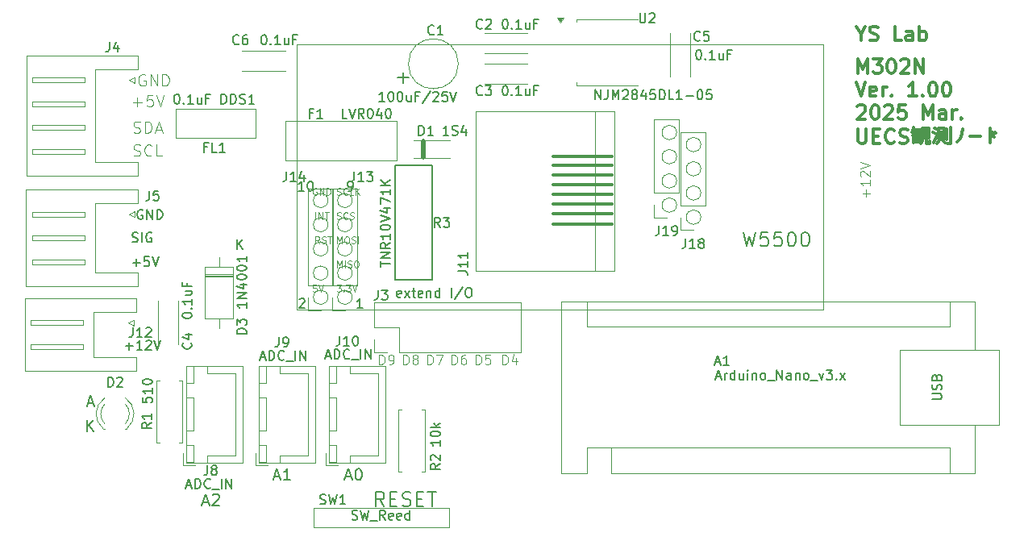
<source format=gbr>
%TF.GenerationSoftware,KiCad,Pcbnew,8.0.9-8.0.9-0~ubuntu22.04.1*%
%TF.CreationDate,2025-03-09T15:02:26+09:00*%
%TF.ProjectId,M302N,4d333032-4e2e-46b6-9963-61645f706362,rev?*%
%TF.SameCoordinates,Original*%
%TF.FileFunction,Legend,Top*%
%TF.FilePolarity,Positive*%
%FSLAX46Y46*%
G04 Gerber Fmt 4.6, Leading zero omitted, Abs format (unit mm)*
G04 Created by KiCad (PCBNEW 8.0.9-8.0.9-0~ubuntu22.04.1) date 2025-03-09 15:02:26*
%MOMM*%
%LPD*%
G01*
G04 APERTURE LIST*
%ADD10C,0.500000*%
%ADD11C,0.120000*%
%ADD12C,0.150000*%
%ADD13C,0.300000*%
%ADD14C,0.187500*%
%ADD15C,0.125000*%
%ADD16C,0.100000*%
G04 APERTURE END LIST*
D10*
X107315000Y-73215500D02*
X107315000Y-74866500D01*
D11*
X76818661Y-69112760D02*
X77732947Y-69112760D01*
X77275804Y-69569902D02*
X77275804Y-68655617D01*
X78875803Y-68369902D02*
X78304375Y-68369902D01*
X78304375Y-68369902D02*
X78247232Y-68941331D01*
X78247232Y-68941331D02*
X78304375Y-68884188D01*
X78304375Y-68884188D02*
X78418661Y-68827045D01*
X78418661Y-68827045D02*
X78704375Y-68827045D01*
X78704375Y-68827045D02*
X78818661Y-68884188D01*
X78818661Y-68884188D02*
X78875803Y-68941331D01*
X78875803Y-68941331D02*
X78932946Y-69055617D01*
X78932946Y-69055617D02*
X78932946Y-69341331D01*
X78932946Y-69341331D02*
X78875803Y-69455617D01*
X78875803Y-69455617D02*
X78818661Y-69512760D01*
X78818661Y-69512760D02*
X78704375Y-69569902D01*
X78704375Y-69569902D02*
X78418661Y-69569902D01*
X78418661Y-69569902D02*
X78304375Y-69512760D01*
X78304375Y-69512760D02*
X78247232Y-69455617D01*
X79275803Y-68369902D02*
X79675803Y-69569902D01*
X79675803Y-69569902D02*
X80075803Y-68369902D01*
X76888518Y-72306760D02*
X77059947Y-72363902D01*
X77059947Y-72363902D02*
X77345661Y-72363902D01*
X77345661Y-72363902D02*
X77459947Y-72306760D01*
X77459947Y-72306760D02*
X77517089Y-72249617D01*
X77517089Y-72249617D02*
X77574232Y-72135331D01*
X77574232Y-72135331D02*
X77574232Y-72021045D01*
X77574232Y-72021045D02*
X77517089Y-71906760D01*
X77517089Y-71906760D02*
X77459947Y-71849617D01*
X77459947Y-71849617D02*
X77345661Y-71792474D01*
X77345661Y-71792474D02*
X77117089Y-71735331D01*
X77117089Y-71735331D02*
X77002804Y-71678188D01*
X77002804Y-71678188D02*
X76945661Y-71621045D01*
X76945661Y-71621045D02*
X76888518Y-71506760D01*
X76888518Y-71506760D02*
X76888518Y-71392474D01*
X76888518Y-71392474D02*
X76945661Y-71278188D01*
X76945661Y-71278188D02*
X77002804Y-71221045D01*
X77002804Y-71221045D02*
X77117089Y-71163902D01*
X77117089Y-71163902D02*
X77402804Y-71163902D01*
X77402804Y-71163902D02*
X77574232Y-71221045D01*
X78088518Y-72363902D02*
X78088518Y-71163902D01*
X78088518Y-71163902D02*
X78374232Y-71163902D01*
X78374232Y-71163902D02*
X78545661Y-71221045D01*
X78545661Y-71221045D02*
X78659946Y-71335331D01*
X78659946Y-71335331D02*
X78717089Y-71449617D01*
X78717089Y-71449617D02*
X78774232Y-71678188D01*
X78774232Y-71678188D02*
X78774232Y-71849617D01*
X78774232Y-71849617D02*
X78717089Y-72078188D01*
X78717089Y-72078188D02*
X78659946Y-72192474D01*
X78659946Y-72192474D02*
X78545661Y-72306760D01*
X78545661Y-72306760D02*
X78374232Y-72363902D01*
X78374232Y-72363902D02*
X78088518Y-72363902D01*
X79231375Y-72021045D02*
X79802804Y-72021045D01*
X79117089Y-72363902D02*
X79517089Y-71163902D01*
X79517089Y-71163902D02*
X79917089Y-72363902D01*
X105219042Y-96645379D02*
X105219042Y-95645379D01*
X105219042Y-95645379D02*
X105457137Y-95645379D01*
X105457137Y-95645379D02*
X105599994Y-95692998D01*
X105599994Y-95692998D02*
X105695232Y-95788236D01*
X105695232Y-95788236D02*
X105742851Y-95883474D01*
X105742851Y-95883474D02*
X105790470Y-96073950D01*
X105790470Y-96073950D02*
X105790470Y-96216807D01*
X105790470Y-96216807D02*
X105742851Y-96407283D01*
X105742851Y-96407283D02*
X105695232Y-96502521D01*
X105695232Y-96502521D02*
X105599994Y-96597760D01*
X105599994Y-96597760D02*
X105457137Y-96645379D01*
X105457137Y-96645379D02*
X105219042Y-96645379D01*
X106361899Y-96073950D02*
X106266661Y-96026331D01*
X106266661Y-96026331D02*
X106219042Y-95978712D01*
X106219042Y-95978712D02*
X106171423Y-95883474D01*
X106171423Y-95883474D02*
X106171423Y-95835855D01*
X106171423Y-95835855D02*
X106219042Y-95740617D01*
X106219042Y-95740617D02*
X106266661Y-95692998D01*
X106266661Y-95692998D02*
X106361899Y-95645379D01*
X106361899Y-95645379D02*
X106552375Y-95645379D01*
X106552375Y-95645379D02*
X106647613Y-95692998D01*
X106647613Y-95692998D02*
X106695232Y-95740617D01*
X106695232Y-95740617D02*
X106742851Y-95835855D01*
X106742851Y-95835855D02*
X106742851Y-95883474D01*
X106742851Y-95883474D02*
X106695232Y-95978712D01*
X106695232Y-95978712D02*
X106647613Y-96026331D01*
X106647613Y-96026331D02*
X106552375Y-96073950D01*
X106552375Y-96073950D02*
X106361899Y-96073950D01*
X106361899Y-96073950D02*
X106266661Y-96121569D01*
X106266661Y-96121569D02*
X106219042Y-96169188D01*
X106219042Y-96169188D02*
X106171423Y-96264426D01*
X106171423Y-96264426D02*
X106171423Y-96454902D01*
X106171423Y-96454902D02*
X106219042Y-96550140D01*
X106219042Y-96550140D02*
X106266661Y-96597760D01*
X106266661Y-96597760D02*
X106361899Y-96645379D01*
X106361899Y-96645379D02*
X106552375Y-96645379D01*
X106552375Y-96645379D02*
X106647613Y-96597760D01*
X106647613Y-96597760D02*
X106695232Y-96550140D01*
X106695232Y-96550140D02*
X106742851Y-96454902D01*
X106742851Y-96454902D02*
X106742851Y-96264426D01*
X106742851Y-96264426D02*
X106695232Y-96169188D01*
X106695232Y-96169188D02*
X106647613Y-96121569D01*
X106647613Y-96121569D02*
X106552375Y-96073950D01*
X102679042Y-96645379D02*
X102679042Y-95645379D01*
X102679042Y-95645379D02*
X102917137Y-95645379D01*
X102917137Y-95645379D02*
X103059994Y-95692998D01*
X103059994Y-95692998D02*
X103155232Y-95788236D01*
X103155232Y-95788236D02*
X103202851Y-95883474D01*
X103202851Y-95883474D02*
X103250470Y-96073950D01*
X103250470Y-96073950D02*
X103250470Y-96216807D01*
X103250470Y-96216807D02*
X103202851Y-96407283D01*
X103202851Y-96407283D02*
X103155232Y-96502521D01*
X103155232Y-96502521D02*
X103059994Y-96597760D01*
X103059994Y-96597760D02*
X102917137Y-96645379D01*
X102917137Y-96645379D02*
X102679042Y-96645379D01*
X103726661Y-96645379D02*
X103917137Y-96645379D01*
X103917137Y-96645379D02*
X104012375Y-96597760D01*
X104012375Y-96597760D02*
X104059994Y-96550140D01*
X104059994Y-96550140D02*
X104155232Y-96407283D01*
X104155232Y-96407283D02*
X104202851Y-96216807D01*
X104202851Y-96216807D02*
X104202851Y-95835855D01*
X104202851Y-95835855D02*
X104155232Y-95740617D01*
X104155232Y-95740617D02*
X104107613Y-95692998D01*
X104107613Y-95692998D02*
X104012375Y-95645379D01*
X104012375Y-95645379D02*
X103821899Y-95645379D01*
X103821899Y-95645379D02*
X103726661Y-95692998D01*
X103726661Y-95692998D02*
X103679042Y-95740617D01*
X103679042Y-95740617D02*
X103631423Y-95835855D01*
X103631423Y-95835855D02*
X103631423Y-96073950D01*
X103631423Y-96073950D02*
X103679042Y-96169188D01*
X103679042Y-96169188D02*
X103726661Y-96216807D01*
X103726661Y-96216807D02*
X103821899Y-96264426D01*
X103821899Y-96264426D02*
X104012375Y-96264426D01*
X104012375Y-96264426D02*
X104107613Y-96216807D01*
X104107613Y-96216807D02*
X104155232Y-96169188D01*
X104155232Y-96169188D02*
X104202851Y-96073950D01*
D12*
X72012398Y-103731342D02*
X72012398Y-102531342D01*
X72698112Y-103731342D02*
X72183826Y-103045628D01*
X72698112Y-102531342D02*
X72012398Y-103217057D01*
D11*
X110299042Y-96645379D02*
X110299042Y-95645379D01*
X110299042Y-95645379D02*
X110537137Y-95645379D01*
X110537137Y-95645379D02*
X110679994Y-95692998D01*
X110679994Y-95692998D02*
X110775232Y-95788236D01*
X110775232Y-95788236D02*
X110822851Y-95883474D01*
X110822851Y-95883474D02*
X110870470Y-96073950D01*
X110870470Y-96073950D02*
X110870470Y-96216807D01*
X110870470Y-96216807D02*
X110822851Y-96407283D01*
X110822851Y-96407283D02*
X110775232Y-96502521D01*
X110775232Y-96502521D02*
X110679994Y-96597760D01*
X110679994Y-96597760D02*
X110537137Y-96645379D01*
X110537137Y-96645379D02*
X110299042Y-96645379D01*
X111727613Y-95645379D02*
X111537137Y-95645379D01*
X111537137Y-95645379D02*
X111441899Y-95692998D01*
X111441899Y-95692998D02*
X111394280Y-95740617D01*
X111394280Y-95740617D02*
X111299042Y-95883474D01*
X111299042Y-95883474D02*
X111251423Y-96073950D01*
X111251423Y-96073950D02*
X111251423Y-96454902D01*
X111251423Y-96454902D02*
X111299042Y-96550140D01*
X111299042Y-96550140D02*
X111346661Y-96597760D01*
X111346661Y-96597760D02*
X111441899Y-96645379D01*
X111441899Y-96645379D02*
X111632375Y-96645379D01*
X111632375Y-96645379D02*
X111727613Y-96597760D01*
X111727613Y-96597760D02*
X111775232Y-96550140D01*
X111775232Y-96550140D02*
X111822851Y-96454902D01*
X111822851Y-96454902D02*
X111822851Y-96216807D01*
X111822851Y-96216807D02*
X111775232Y-96121569D01*
X111775232Y-96121569D02*
X111727613Y-96073950D01*
X111727613Y-96073950D02*
X111632375Y-96026331D01*
X111632375Y-96026331D02*
X111441899Y-96026331D01*
X111441899Y-96026331D02*
X111346661Y-96073950D01*
X111346661Y-96073950D02*
X111299042Y-96121569D01*
X111299042Y-96121569D02*
X111251423Y-96216807D01*
X115633042Y-96645379D02*
X115633042Y-95645379D01*
X115633042Y-95645379D02*
X115871137Y-95645379D01*
X115871137Y-95645379D02*
X116013994Y-95692998D01*
X116013994Y-95692998D02*
X116109232Y-95788236D01*
X116109232Y-95788236D02*
X116156851Y-95883474D01*
X116156851Y-95883474D02*
X116204470Y-96073950D01*
X116204470Y-96073950D02*
X116204470Y-96216807D01*
X116204470Y-96216807D02*
X116156851Y-96407283D01*
X116156851Y-96407283D02*
X116109232Y-96502521D01*
X116109232Y-96502521D02*
X116013994Y-96597760D01*
X116013994Y-96597760D02*
X115871137Y-96645379D01*
X115871137Y-96645379D02*
X115633042Y-96645379D01*
X117061613Y-95978712D02*
X117061613Y-96645379D01*
X116823518Y-95597760D02*
X116585423Y-96312045D01*
X116585423Y-96312045D02*
X117204470Y-96312045D01*
X76888518Y-74719760D02*
X77059947Y-74776902D01*
X77059947Y-74776902D02*
X77345661Y-74776902D01*
X77345661Y-74776902D02*
X77459947Y-74719760D01*
X77459947Y-74719760D02*
X77517089Y-74662617D01*
X77517089Y-74662617D02*
X77574232Y-74548331D01*
X77574232Y-74548331D02*
X77574232Y-74434045D01*
X77574232Y-74434045D02*
X77517089Y-74319760D01*
X77517089Y-74319760D02*
X77459947Y-74262617D01*
X77459947Y-74262617D02*
X77345661Y-74205474D01*
X77345661Y-74205474D02*
X77117089Y-74148331D01*
X77117089Y-74148331D02*
X77002804Y-74091188D01*
X77002804Y-74091188D02*
X76945661Y-74034045D01*
X76945661Y-74034045D02*
X76888518Y-73919760D01*
X76888518Y-73919760D02*
X76888518Y-73805474D01*
X76888518Y-73805474D02*
X76945661Y-73691188D01*
X76945661Y-73691188D02*
X77002804Y-73634045D01*
X77002804Y-73634045D02*
X77117089Y-73576902D01*
X77117089Y-73576902D02*
X77402804Y-73576902D01*
X77402804Y-73576902D02*
X77574232Y-73634045D01*
X78774232Y-74662617D02*
X78717089Y-74719760D01*
X78717089Y-74719760D02*
X78545661Y-74776902D01*
X78545661Y-74776902D02*
X78431375Y-74776902D01*
X78431375Y-74776902D02*
X78259946Y-74719760D01*
X78259946Y-74719760D02*
X78145661Y-74605474D01*
X78145661Y-74605474D02*
X78088518Y-74491188D01*
X78088518Y-74491188D02*
X78031375Y-74262617D01*
X78031375Y-74262617D02*
X78031375Y-74091188D01*
X78031375Y-74091188D02*
X78088518Y-73862617D01*
X78088518Y-73862617D02*
X78145661Y-73748331D01*
X78145661Y-73748331D02*
X78259946Y-73634045D01*
X78259946Y-73634045D02*
X78431375Y-73576902D01*
X78431375Y-73576902D02*
X78545661Y-73576902D01*
X78545661Y-73576902D02*
X78717089Y-73634045D01*
X78717089Y-73634045D02*
X78774232Y-73691188D01*
X79859946Y-74776902D02*
X79288518Y-74776902D01*
X79288518Y-74776902D02*
X79288518Y-73576902D01*
D13*
X152954510Y-71960828D02*
X152954510Y-73175114D01*
X152954510Y-73175114D02*
X153025939Y-73317971D01*
X153025939Y-73317971D02*
X153097368Y-73389400D01*
X153097368Y-73389400D02*
X153240225Y-73460828D01*
X153240225Y-73460828D02*
X153525939Y-73460828D01*
X153525939Y-73460828D02*
X153668796Y-73389400D01*
X153668796Y-73389400D02*
X153740225Y-73317971D01*
X153740225Y-73317971D02*
X153811653Y-73175114D01*
X153811653Y-73175114D02*
X153811653Y-71960828D01*
X154525939Y-72675114D02*
X155025939Y-72675114D01*
X155240225Y-73460828D02*
X154525939Y-73460828D01*
X154525939Y-73460828D02*
X154525939Y-71960828D01*
X154525939Y-71960828D02*
X155240225Y-71960828D01*
X156740225Y-73317971D02*
X156668797Y-73389400D01*
X156668797Y-73389400D02*
X156454511Y-73460828D01*
X156454511Y-73460828D02*
X156311654Y-73460828D01*
X156311654Y-73460828D02*
X156097368Y-73389400D01*
X156097368Y-73389400D02*
X155954511Y-73246542D01*
X155954511Y-73246542D02*
X155883082Y-73103685D01*
X155883082Y-73103685D02*
X155811654Y-72817971D01*
X155811654Y-72817971D02*
X155811654Y-72603685D01*
X155811654Y-72603685D02*
X155883082Y-72317971D01*
X155883082Y-72317971D02*
X155954511Y-72175114D01*
X155954511Y-72175114D02*
X156097368Y-72032257D01*
X156097368Y-72032257D02*
X156311654Y-71960828D01*
X156311654Y-71960828D02*
X156454511Y-71960828D01*
X156454511Y-71960828D02*
X156668797Y-72032257D01*
X156668797Y-72032257D02*
X156740225Y-72103685D01*
X157311654Y-73389400D02*
X157525940Y-73460828D01*
X157525940Y-73460828D02*
X157883082Y-73460828D01*
X157883082Y-73460828D02*
X158025940Y-73389400D01*
X158025940Y-73389400D02*
X158097368Y-73317971D01*
X158097368Y-73317971D02*
X158168797Y-73175114D01*
X158168797Y-73175114D02*
X158168797Y-73032257D01*
X158168797Y-73032257D02*
X158097368Y-72889400D01*
X158097368Y-72889400D02*
X158025940Y-72817971D01*
X158025940Y-72817971D02*
X157883082Y-72746542D01*
X157883082Y-72746542D02*
X157597368Y-72675114D01*
X157597368Y-72675114D02*
X157454511Y-72603685D01*
X157454511Y-72603685D02*
X157383082Y-72532257D01*
X157383082Y-72532257D02*
X157311654Y-72389400D01*
X157311654Y-72389400D02*
X157311654Y-72246542D01*
X157311654Y-72246542D02*
X157383082Y-72103685D01*
X157383082Y-72103685D02*
X157454511Y-72032257D01*
X157454511Y-72032257D02*
X157597368Y-71960828D01*
X157597368Y-71960828D02*
X157954511Y-71960828D01*
X157954511Y-71960828D02*
X158168797Y-72032257D01*
X158740225Y-72032257D02*
X159454511Y-72032257D01*
X159668796Y-72175114D02*
X160383082Y-72175114D01*
X158597368Y-72246542D02*
X159525939Y-72246542D01*
X159668796Y-72532257D02*
X160383082Y-72532257D01*
X158740225Y-72603685D02*
X159454511Y-72603685D01*
X158811653Y-72817971D02*
X159454511Y-72817971D01*
X159668796Y-72889400D02*
X160383082Y-72889400D01*
X158811653Y-73032257D02*
X159454511Y-73032257D01*
X158811653Y-73317971D02*
X159525939Y-73317971D01*
X160097368Y-73460828D02*
X160454511Y-73460828D01*
X158811653Y-72460828D02*
X158811653Y-73389400D01*
X159168796Y-72460828D02*
X159168796Y-73317971D01*
X159668796Y-71817971D02*
X159668796Y-72817971D01*
X160168796Y-72889400D02*
X160168796Y-73460828D01*
X159668796Y-71817971D02*
X160383082Y-71817971D01*
X160383082Y-71817971D02*
X160383082Y-72817971D01*
X160454511Y-73175114D02*
X160454511Y-73460828D01*
X158811653Y-71746542D02*
X158668796Y-72175114D01*
X159025939Y-72032257D02*
X158668796Y-72603685D01*
X159811653Y-72889400D02*
X159740225Y-73175114D01*
X159740225Y-73175114D02*
X159525939Y-73460828D01*
X161383082Y-72246542D02*
X161954511Y-72246542D01*
X161383082Y-72603685D02*
X161954511Y-72603685D01*
X161383082Y-72960828D02*
X161954511Y-72960828D01*
X162311654Y-73460828D02*
X162668797Y-73460828D01*
X161383082Y-71889400D02*
X161383082Y-72960828D01*
X161383082Y-71889400D02*
X161954511Y-71889400D01*
X161954511Y-71889400D02*
X161954511Y-72960828D01*
X162240225Y-71960828D02*
X162240225Y-73032257D01*
X162668797Y-71746542D02*
X162668797Y-73460828D01*
X161811654Y-73103685D02*
X162097368Y-73389400D01*
X161525939Y-73103685D02*
X161240225Y-73460828D01*
X160954511Y-71817971D02*
X161240225Y-71960828D01*
X160811654Y-72317971D02*
X161168797Y-72460828D01*
X161168797Y-72817971D02*
X160883082Y-73389400D01*
X163954511Y-71960828D02*
X163883083Y-72389400D01*
X163883083Y-72389400D02*
X163811654Y-72746542D01*
X163811654Y-72746542D02*
X163597368Y-73032257D01*
X163597368Y-73032257D02*
X163311654Y-73317971D01*
X164668797Y-72675114D02*
X165811654Y-72675114D01*
X167097369Y-72317971D02*
X167240226Y-72460828D01*
X167311655Y-72246542D02*
X167454512Y-72389400D01*
X166811655Y-71817971D02*
X166811655Y-73389400D01*
X166811655Y-72460828D02*
X167240226Y-72817971D01*
X152954510Y-66090996D02*
X152954510Y-64590996D01*
X152954510Y-64590996D02*
X153454510Y-65662425D01*
X153454510Y-65662425D02*
X153954510Y-64590996D01*
X153954510Y-64590996D02*
X153954510Y-66090996D01*
X154525939Y-64590996D02*
X155454511Y-64590996D01*
X155454511Y-64590996D02*
X154954511Y-65162425D01*
X154954511Y-65162425D02*
X155168796Y-65162425D01*
X155168796Y-65162425D02*
X155311654Y-65233853D01*
X155311654Y-65233853D02*
X155383082Y-65305282D01*
X155383082Y-65305282D02*
X155454511Y-65448139D01*
X155454511Y-65448139D02*
X155454511Y-65805282D01*
X155454511Y-65805282D02*
X155383082Y-65948139D01*
X155383082Y-65948139D02*
X155311654Y-66019568D01*
X155311654Y-66019568D02*
X155168796Y-66090996D01*
X155168796Y-66090996D02*
X154740225Y-66090996D01*
X154740225Y-66090996D02*
X154597368Y-66019568D01*
X154597368Y-66019568D02*
X154525939Y-65948139D01*
X156383082Y-64590996D02*
X156525939Y-64590996D01*
X156525939Y-64590996D02*
X156668796Y-64662425D01*
X156668796Y-64662425D02*
X156740225Y-64733853D01*
X156740225Y-64733853D02*
X156811653Y-64876710D01*
X156811653Y-64876710D02*
X156883082Y-65162425D01*
X156883082Y-65162425D02*
X156883082Y-65519568D01*
X156883082Y-65519568D02*
X156811653Y-65805282D01*
X156811653Y-65805282D02*
X156740225Y-65948139D01*
X156740225Y-65948139D02*
X156668796Y-66019568D01*
X156668796Y-66019568D02*
X156525939Y-66090996D01*
X156525939Y-66090996D02*
X156383082Y-66090996D01*
X156383082Y-66090996D02*
X156240225Y-66019568D01*
X156240225Y-66019568D02*
X156168796Y-65948139D01*
X156168796Y-65948139D02*
X156097367Y-65805282D01*
X156097367Y-65805282D02*
X156025939Y-65519568D01*
X156025939Y-65519568D02*
X156025939Y-65162425D01*
X156025939Y-65162425D02*
X156097367Y-64876710D01*
X156097367Y-64876710D02*
X156168796Y-64733853D01*
X156168796Y-64733853D02*
X156240225Y-64662425D01*
X156240225Y-64662425D02*
X156383082Y-64590996D01*
X157454510Y-64733853D02*
X157525938Y-64662425D01*
X157525938Y-64662425D02*
X157668796Y-64590996D01*
X157668796Y-64590996D02*
X158025938Y-64590996D01*
X158025938Y-64590996D02*
X158168796Y-64662425D01*
X158168796Y-64662425D02*
X158240224Y-64733853D01*
X158240224Y-64733853D02*
X158311653Y-64876710D01*
X158311653Y-64876710D02*
X158311653Y-65019568D01*
X158311653Y-65019568D02*
X158240224Y-65233853D01*
X158240224Y-65233853D02*
X157383081Y-66090996D01*
X157383081Y-66090996D02*
X158311653Y-66090996D01*
X158954509Y-66090996D02*
X158954509Y-64590996D01*
X158954509Y-64590996D02*
X159811652Y-66090996D01*
X159811652Y-66090996D02*
X159811652Y-64590996D01*
X152740225Y-67005912D02*
X153240225Y-68505912D01*
X153240225Y-68505912D02*
X153740225Y-67005912D01*
X154811653Y-68434484D02*
X154668796Y-68505912D01*
X154668796Y-68505912D02*
X154383082Y-68505912D01*
X154383082Y-68505912D02*
X154240224Y-68434484D01*
X154240224Y-68434484D02*
X154168796Y-68291626D01*
X154168796Y-68291626D02*
X154168796Y-67720198D01*
X154168796Y-67720198D02*
X154240224Y-67577341D01*
X154240224Y-67577341D02*
X154383082Y-67505912D01*
X154383082Y-67505912D02*
X154668796Y-67505912D01*
X154668796Y-67505912D02*
X154811653Y-67577341D01*
X154811653Y-67577341D02*
X154883082Y-67720198D01*
X154883082Y-67720198D02*
X154883082Y-67863055D01*
X154883082Y-67863055D02*
X154168796Y-68005912D01*
X155525938Y-68505912D02*
X155525938Y-67505912D01*
X155525938Y-67791626D02*
X155597367Y-67648769D01*
X155597367Y-67648769D02*
X155668796Y-67577341D01*
X155668796Y-67577341D02*
X155811653Y-67505912D01*
X155811653Y-67505912D02*
X155954510Y-67505912D01*
X156454509Y-68363055D02*
X156525938Y-68434484D01*
X156525938Y-68434484D02*
X156454509Y-68505912D01*
X156454509Y-68505912D02*
X156383081Y-68434484D01*
X156383081Y-68434484D02*
X156454509Y-68363055D01*
X156454509Y-68363055D02*
X156454509Y-68505912D01*
X159097367Y-68505912D02*
X158240224Y-68505912D01*
X158668795Y-68505912D02*
X158668795Y-67005912D01*
X158668795Y-67005912D02*
X158525938Y-67220198D01*
X158525938Y-67220198D02*
X158383081Y-67363055D01*
X158383081Y-67363055D02*
X158240224Y-67434484D01*
X159740223Y-68363055D02*
X159811652Y-68434484D01*
X159811652Y-68434484D02*
X159740223Y-68505912D01*
X159740223Y-68505912D02*
X159668795Y-68434484D01*
X159668795Y-68434484D02*
X159740223Y-68363055D01*
X159740223Y-68363055D02*
X159740223Y-68505912D01*
X160740224Y-67005912D02*
X160883081Y-67005912D01*
X160883081Y-67005912D02*
X161025938Y-67077341D01*
X161025938Y-67077341D02*
X161097367Y-67148769D01*
X161097367Y-67148769D02*
X161168795Y-67291626D01*
X161168795Y-67291626D02*
X161240224Y-67577341D01*
X161240224Y-67577341D02*
X161240224Y-67934484D01*
X161240224Y-67934484D02*
X161168795Y-68220198D01*
X161168795Y-68220198D02*
X161097367Y-68363055D01*
X161097367Y-68363055D02*
X161025938Y-68434484D01*
X161025938Y-68434484D02*
X160883081Y-68505912D01*
X160883081Y-68505912D02*
X160740224Y-68505912D01*
X160740224Y-68505912D02*
X160597367Y-68434484D01*
X160597367Y-68434484D02*
X160525938Y-68363055D01*
X160525938Y-68363055D02*
X160454509Y-68220198D01*
X160454509Y-68220198D02*
X160383081Y-67934484D01*
X160383081Y-67934484D02*
X160383081Y-67577341D01*
X160383081Y-67577341D02*
X160454509Y-67291626D01*
X160454509Y-67291626D02*
X160525938Y-67148769D01*
X160525938Y-67148769D02*
X160597367Y-67077341D01*
X160597367Y-67077341D02*
X160740224Y-67005912D01*
X162168795Y-67005912D02*
X162311652Y-67005912D01*
X162311652Y-67005912D02*
X162454509Y-67077341D01*
X162454509Y-67077341D02*
X162525938Y-67148769D01*
X162525938Y-67148769D02*
X162597366Y-67291626D01*
X162597366Y-67291626D02*
X162668795Y-67577341D01*
X162668795Y-67577341D02*
X162668795Y-67934484D01*
X162668795Y-67934484D02*
X162597366Y-68220198D01*
X162597366Y-68220198D02*
X162525938Y-68363055D01*
X162525938Y-68363055D02*
X162454509Y-68434484D01*
X162454509Y-68434484D02*
X162311652Y-68505912D01*
X162311652Y-68505912D02*
X162168795Y-68505912D01*
X162168795Y-68505912D02*
X162025938Y-68434484D01*
X162025938Y-68434484D02*
X161954509Y-68363055D01*
X161954509Y-68363055D02*
X161883080Y-68220198D01*
X161883080Y-68220198D02*
X161811652Y-67934484D01*
X161811652Y-67934484D02*
X161811652Y-67577341D01*
X161811652Y-67577341D02*
X161883080Y-67291626D01*
X161883080Y-67291626D02*
X161954509Y-67148769D01*
X161954509Y-67148769D02*
X162025938Y-67077341D01*
X162025938Y-67077341D02*
X162168795Y-67005912D01*
X152883082Y-69563685D02*
X152954510Y-69492257D01*
X152954510Y-69492257D02*
X153097368Y-69420828D01*
X153097368Y-69420828D02*
X153454510Y-69420828D01*
X153454510Y-69420828D02*
X153597368Y-69492257D01*
X153597368Y-69492257D02*
X153668796Y-69563685D01*
X153668796Y-69563685D02*
X153740225Y-69706542D01*
X153740225Y-69706542D02*
X153740225Y-69849400D01*
X153740225Y-69849400D02*
X153668796Y-70063685D01*
X153668796Y-70063685D02*
X152811653Y-70920828D01*
X152811653Y-70920828D02*
X153740225Y-70920828D01*
X154668796Y-69420828D02*
X154811653Y-69420828D01*
X154811653Y-69420828D02*
X154954510Y-69492257D01*
X154954510Y-69492257D02*
X155025939Y-69563685D01*
X155025939Y-69563685D02*
X155097367Y-69706542D01*
X155097367Y-69706542D02*
X155168796Y-69992257D01*
X155168796Y-69992257D02*
X155168796Y-70349400D01*
X155168796Y-70349400D02*
X155097367Y-70635114D01*
X155097367Y-70635114D02*
X155025939Y-70777971D01*
X155025939Y-70777971D02*
X154954510Y-70849400D01*
X154954510Y-70849400D02*
X154811653Y-70920828D01*
X154811653Y-70920828D02*
X154668796Y-70920828D01*
X154668796Y-70920828D02*
X154525939Y-70849400D01*
X154525939Y-70849400D02*
X154454510Y-70777971D01*
X154454510Y-70777971D02*
X154383081Y-70635114D01*
X154383081Y-70635114D02*
X154311653Y-70349400D01*
X154311653Y-70349400D02*
X154311653Y-69992257D01*
X154311653Y-69992257D02*
X154383081Y-69706542D01*
X154383081Y-69706542D02*
X154454510Y-69563685D01*
X154454510Y-69563685D02*
X154525939Y-69492257D01*
X154525939Y-69492257D02*
X154668796Y-69420828D01*
X155740224Y-69563685D02*
X155811652Y-69492257D01*
X155811652Y-69492257D02*
X155954510Y-69420828D01*
X155954510Y-69420828D02*
X156311652Y-69420828D01*
X156311652Y-69420828D02*
X156454510Y-69492257D01*
X156454510Y-69492257D02*
X156525938Y-69563685D01*
X156525938Y-69563685D02*
X156597367Y-69706542D01*
X156597367Y-69706542D02*
X156597367Y-69849400D01*
X156597367Y-69849400D02*
X156525938Y-70063685D01*
X156525938Y-70063685D02*
X155668795Y-70920828D01*
X155668795Y-70920828D02*
X156597367Y-70920828D01*
X157954509Y-69420828D02*
X157240223Y-69420828D01*
X157240223Y-69420828D02*
X157168795Y-70135114D01*
X157168795Y-70135114D02*
X157240223Y-70063685D01*
X157240223Y-70063685D02*
X157383081Y-69992257D01*
X157383081Y-69992257D02*
X157740223Y-69992257D01*
X157740223Y-69992257D02*
X157883081Y-70063685D01*
X157883081Y-70063685D02*
X157954509Y-70135114D01*
X157954509Y-70135114D02*
X158025938Y-70277971D01*
X158025938Y-70277971D02*
X158025938Y-70635114D01*
X158025938Y-70635114D02*
X157954509Y-70777971D01*
X157954509Y-70777971D02*
X157883081Y-70849400D01*
X157883081Y-70849400D02*
X157740223Y-70920828D01*
X157740223Y-70920828D02*
X157383081Y-70920828D01*
X157383081Y-70920828D02*
X157240223Y-70849400D01*
X157240223Y-70849400D02*
X157168795Y-70777971D01*
X159811651Y-70920828D02*
X159811651Y-69420828D01*
X159811651Y-69420828D02*
X160311651Y-70492257D01*
X160311651Y-70492257D02*
X160811651Y-69420828D01*
X160811651Y-69420828D02*
X160811651Y-70920828D01*
X162168795Y-70920828D02*
X162168795Y-70135114D01*
X162168795Y-70135114D02*
X162097366Y-69992257D01*
X162097366Y-69992257D02*
X161954509Y-69920828D01*
X161954509Y-69920828D02*
X161668795Y-69920828D01*
X161668795Y-69920828D02*
X161525937Y-69992257D01*
X162168795Y-70849400D02*
X162025937Y-70920828D01*
X162025937Y-70920828D02*
X161668795Y-70920828D01*
X161668795Y-70920828D02*
X161525937Y-70849400D01*
X161525937Y-70849400D02*
X161454509Y-70706542D01*
X161454509Y-70706542D02*
X161454509Y-70563685D01*
X161454509Y-70563685D02*
X161525937Y-70420828D01*
X161525937Y-70420828D02*
X161668795Y-70349400D01*
X161668795Y-70349400D02*
X162025937Y-70349400D01*
X162025937Y-70349400D02*
X162168795Y-70277971D01*
X162883080Y-70920828D02*
X162883080Y-69920828D01*
X162883080Y-70206542D02*
X162954509Y-70063685D01*
X162954509Y-70063685D02*
X163025938Y-69992257D01*
X163025938Y-69992257D02*
X163168795Y-69920828D01*
X163168795Y-69920828D02*
X163311652Y-69920828D01*
X163811651Y-70777971D02*
X163883080Y-70849400D01*
X163883080Y-70849400D02*
X163811651Y-70920828D01*
X163811651Y-70920828D02*
X163740223Y-70849400D01*
X163740223Y-70849400D02*
X163811651Y-70777971D01*
X163811651Y-70777971D02*
X163811651Y-70920828D01*
D12*
X99133255Y-108468485D02*
X99704684Y-108468485D01*
X99018969Y-108811342D02*
X99418969Y-107611342D01*
X99418969Y-107611342D02*
X99818969Y-108811342D01*
X100447540Y-107611342D02*
X100561826Y-107611342D01*
X100561826Y-107611342D02*
X100676112Y-107668485D01*
X100676112Y-107668485D02*
X100733255Y-107725628D01*
X100733255Y-107725628D02*
X100790397Y-107839914D01*
X100790397Y-107839914D02*
X100847540Y-108068485D01*
X100847540Y-108068485D02*
X100847540Y-108354200D01*
X100847540Y-108354200D02*
X100790397Y-108582771D01*
X100790397Y-108582771D02*
X100733255Y-108697057D01*
X100733255Y-108697057D02*
X100676112Y-108754200D01*
X100676112Y-108754200D02*
X100561826Y-108811342D01*
X100561826Y-108811342D02*
X100447540Y-108811342D01*
X100447540Y-108811342D02*
X100333255Y-108754200D01*
X100333255Y-108754200D02*
X100276112Y-108697057D01*
X100276112Y-108697057D02*
X100218969Y-108582771D01*
X100218969Y-108582771D02*
X100161826Y-108354200D01*
X100161826Y-108354200D02*
X100161826Y-108068485D01*
X100161826Y-108068485D02*
X100218969Y-107839914D01*
X100218969Y-107839914D02*
X100276112Y-107725628D01*
X100276112Y-107725628D02*
X100333255Y-107668485D01*
X100333255Y-107668485D02*
X100447540Y-107611342D01*
X91640255Y-108468485D02*
X92211684Y-108468485D01*
X91525969Y-108811342D02*
X91925969Y-107611342D01*
X91925969Y-107611342D02*
X92325969Y-108811342D01*
X93354540Y-108811342D02*
X92668826Y-108811342D01*
X93011683Y-108811342D02*
X93011683Y-107611342D01*
X93011683Y-107611342D02*
X92897397Y-107782771D01*
X92897397Y-107782771D02*
X92783112Y-107897057D01*
X92783112Y-107897057D02*
X92668826Y-107954200D01*
X76790779Y-85975866D02*
X77552684Y-85975866D01*
X77171731Y-86356819D02*
X77171731Y-85594914D01*
X78505064Y-85356819D02*
X78028874Y-85356819D01*
X78028874Y-85356819D02*
X77981255Y-85833009D01*
X77981255Y-85833009D02*
X78028874Y-85785390D01*
X78028874Y-85785390D02*
X78124112Y-85737771D01*
X78124112Y-85737771D02*
X78362207Y-85737771D01*
X78362207Y-85737771D02*
X78457445Y-85785390D01*
X78457445Y-85785390D02*
X78505064Y-85833009D01*
X78505064Y-85833009D02*
X78552683Y-85928247D01*
X78552683Y-85928247D02*
X78552683Y-86166342D01*
X78552683Y-86166342D02*
X78505064Y-86261580D01*
X78505064Y-86261580D02*
X78457445Y-86309200D01*
X78457445Y-86309200D02*
X78362207Y-86356819D01*
X78362207Y-86356819D02*
X78124112Y-86356819D01*
X78124112Y-86356819D02*
X78028874Y-86309200D01*
X78028874Y-86309200D02*
X77981255Y-86261580D01*
X78838398Y-85356819D02*
X79171731Y-86356819D01*
X79171731Y-86356819D02*
X79505064Y-85356819D01*
D11*
X107759042Y-96645379D02*
X107759042Y-95645379D01*
X107759042Y-95645379D02*
X107997137Y-95645379D01*
X107997137Y-95645379D02*
X108139994Y-95692998D01*
X108139994Y-95692998D02*
X108235232Y-95788236D01*
X108235232Y-95788236D02*
X108282851Y-95883474D01*
X108282851Y-95883474D02*
X108330470Y-96073950D01*
X108330470Y-96073950D02*
X108330470Y-96216807D01*
X108330470Y-96216807D02*
X108282851Y-96407283D01*
X108282851Y-96407283D02*
X108235232Y-96502521D01*
X108235232Y-96502521D02*
X108139994Y-96597760D01*
X108139994Y-96597760D02*
X107997137Y-96645379D01*
X107997137Y-96645379D02*
X107759042Y-96645379D01*
X108663804Y-95645379D02*
X109330470Y-95645379D01*
X109330470Y-95645379D02*
X108901899Y-96645379D01*
D14*
X104620497Y-66545250D02*
X105763355Y-66545250D01*
X105191926Y-67116678D02*
X105191926Y-65973821D01*
D12*
X84147255Y-111135485D02*
X84718684Y-111135485D01*
X84032969Y-111478342D02*
X84432969Y-110278342D01*
X84432969Y-110278342D02*
X84832969Y-111478342D01*
X85175826Y-110392628D02*
X85232969Y-110335485D01*
X85232969Y-110335485D02*
X85347255Y-110278342D01*
X85347255Y-110278342D02*
X85632969Y-110278342D01*
X85632969Y-110278342D02*
X85747255Y-110335485D01*
X85747255Y-110335485D02*
X85804397Y-110392628D01*
X85804397Y-110392628D02*
X85861540Y-110506914D01*
X85861540Y-110506914D02*
X85861540Y-110621200D01*
X85861540Y-110621200D02*
X85804397Y-110792628D01*
X85804397Y-110792628D02*
X85118683Y-111478342D01*
X85118683Y-111478342D02*
X85861540Y-111478342D01*
D15*
X153795166Y-79054668D02*
X153795166Y-78292764D01*
X154176119Y-78673716D02*
X153414214Y-78673716D01*
X154176119Y-77292764D02*
X154176119Y-77864192D01*
X154176119Y-77578478D02*
X153176119Y-77578478D01*
X153176119Y-77578478D02*
X153318976Y-77673716D01*
X153318976Y-77673716D02*
X153414214Y-77768954D01*
X153414214Y-77768954D02*
X153461833Y-77864192D01*
X153271357Y-76911811D02*
X153223738Y-76864192D01*
X153223738Y-76864192D02*
X153176119Y-76768954D01*
X153176119Y-76768954D02*
X153176119Y-76530859D01*
X153176119Y-76530859D02*
X153223738Y-76435621D01*
X153223738Y-76435621D02*
X153271357Y-76388002D01*
X153271357Y-76388002D02*
X153366595Y-76340383D01*
X153366595Y-76340383D02*
X153461833Y-76340383D01*
X153461833Y-76340383D02*
X153604690Y-76388002D01*
X153604690Y-76388002D02*
X154176119Y-76959430D01*
X154176119Y-76959430D02*
X154176119Y-76340383D01*
X153176119Y-76054668D02*
X154176119Y-75721335D01*
X154176119Y-75721335D02*
X153176119Y-75388002D01*
D12*
X76743160Y-83769200D02*
X76886017Y-83816819D01*
X76886017Y-83816819D02*
X77124112Y-83816819D01*
X77124112Y-83816819D02*
X77219350Y-83769200D01*
X77219350Y-83769200D02*
X77266969Y-83721580D01*
X77266969Y-83721580D02*
X77314588Y-83626342D01*
X77314588Y-83626342D02*
X77314588Y-83531104D01*
X77314588Y-83531104D02*
X77266969Y-83435866D01*
X77266969Y-83435866D02*
X77219350Y-83388247D01*
X77219350Y-83388247D02*
X77124112Y-83340628D01*
X77124112Y-83340628D02*
X76933636Y-83293009D01*
X76933636Y-83293009D02*
X76838398Y-83245390D01*
X76838398Y-83245390D02*
X76790779Y-83197771D01*
X76790779Y-83197771D02*
X76743160Y-83102533D01*
X76743160Y-83102533D02*
X76743160Y-83007295D01*
X76743160Y-83007295D02*
X76790779Y-82912057D01*
X76790779Y-82912057D02*
X76838398Y-82864438D01*
X76838398Y-82864438D02*
X76933636Y-82816819D01*
X76933636Y-82816819D02*
X77171731Y-82816819D01*
X77171731Y-82816819D02*
X77314588Y-82864438D01*
X77743160Y-83816819D02*
X77743160Y-82816819D01*
X78743159Y-82864438D02*
X78647921Y-82816819D01*
X78647921Y-82816819D02*
X78505064Y-82816819D01*
X78505064Y-82816819D02*
X78362207Y-82864438D01*
X78362207Y-82864438D02*
X78266969Y-82959676D01*
X78266969Y-82959676D02*
X78219350Y-83054914D01*
X78219350Y-83054914D02*
X78171731Y-83245390D01*
X78171731Y-83245390D02*
X78171731Y-83388247D01*
X78171731Y-83388247D02*
X78219350Y-83578723D01*
X78219350Y-83578723D02*
X78266969Y-83673961D01*
X78266969Y-83673961D02*
X78362207Y-83769200D01*
X78362207Y-83769200D02*
X78505064Y-83816819D01*
X78505064Y-83816819D02*
X78600302Y-83816819D01*
X78600302Y-83816819D02*
X78743159Y-83769200D01*
X78743159Y-83769200D02*
X78790778Y-83721580D01*
X78790778Y-83721580D02*
X78790778Y-83388247D01*
X78790778Y-83388247D02*
X78600302Y-83388247D01*
X72082255Y-100721485D02*
X72653684Y-100721485D01*
X71967969Y-101064342D02*
X72367969Y-99864342D01*
X72367969Y-99864342D02*
X72767969Y-101064342D01*
D11*
X112839042Y-96645379D02*
X112839042Y-95645379D01*
X112839042Y-95645379D02*
X113077137Y-95645379D01*
X113077137Y-95645379D02*
X113219994Y-95692998D01*
X113219994Y-95692998D02*
X113315232Y-95788236D01*
X113315232Y-95788236D02*
X113362851Y-95883474D01*
X113362851Y-95883474D02*
X113410470Y-96073950D01*
X113410470Y-96073950D02*
X113410470Y-96216807D01*
X113410470Y-96216807D02*
X113362851Y-96407283D01*
X113362851Y-96407283D02*
X113315232Y-96502521D01*
X113315232Y-96502521D02*
X113219994Y-96597760D01*
X113219994Y-96597760D02*
X113077137Y-96645379D01*
X113077137Y-96645379D02*
X112839042Y-96645379D01*
X114315232Y-95645379D02*
X113839042Y-95645379D01*
X113839042Y-95645379D02*
X113791423Y-96121569D01*
X113791423Y-96121569D02*
X113839042Y-96073950D01*
X113839042Y-96073950D02*
X113934280Y-96026331D01*
X113934280Y-96026331D02*
X114172375Y-96026331D01*
X114172375Y-96026331D02*
X114267613Y-96073950D01*
X114267613Y-96073950D02*
X114315232Y-96121569D01*
X114315232Y-96121569D02*
X114362851Y-96216807D01*
X114362851Y-96216807D02*
X114362851Y-96454902D01*
X114362851Y-96454902D02*
X114315232Y-96550140D01*
X114315232Y-96550140D02*
X114267613Y-96597760D01*
X114267613Y-96597760D02*
X114172375Y-96645379D01*
X114172375Y-96645379D02*
X113934280Y-96645379D01*
X113934280Y-96645379D02*
X113839042Y-96597760D01*
X113839042Y-96597760D02*
X113791423Y-96550140D01*
D13*
X153240225Y-61951542D02*
X153240225Y-62665828D01*
X152740225Y-61165828D02*
X153240225Y-61951542D01*
X153240225Y-61951542D02*
X153740225Y-61165828D01*
X154168796Y-62594400D02*
X154383082Y-62665828D01*
X154383082Y-62665828D02*
X154740224Y-62665828D01*
X154740224Y-62665828D02*
X154883082Y-62594400D01*
X154883082Y-62594400D02*
X154954510Y-62522971D01*
X154954510Y-62522971D02*
X155025939Y-62380114D01*
X155025939Y-62380114D02*
X155025939Y-62237257D01*
X155025939Y-62237257D02*
X154954510Y-62094400D01*
X154954510Y-62094400D02*
X154883082Y-62022971D01*
X154883082Y-62022971D02*
X154740224Y-61951542D01*
X154740224Y-61951542D02*
X154454510Y-61880114D01*
X154454510Y-61880114D02*
X154311653Y-61808685D01*
X154311653Y-61808685D02*
X154240224Y-61737257D01*
X154240224Y-61737257D02*
X154168796Y-61594400D01*
X154168796Y-61594400D02*
X154168796Y-61451542D01*
X154168796Y-61451542D02*
X154240224Y-61308685D01*
X154240224Y-61308685D02*
X154311653Y-61237257D01*
X154311653Y-61237257D02*
X154454510Y-61165828D01*
X154454510Y-61165828D02*
X154811653Y-61165828D01*
X154811653Y-61165828D02*
X155025939Y-61237257D01*
X157525938Y-62665828D02*
X156811652Y-62665828D01*
X156811652Y-62665828D02*
X156811652Y-61165828D01*
X158668796Y-62665828D02*
X158668796Y-61880114D01*
X158668796Y-61880114D02*
X158597367Y-61737257D01*
X158597367Y-61737257D02*
X158454510Y-61665828D01*
X158454510Y-61665828D02*
X158168796Y-61665828D01*
X158168796Y-61665828D02*
X158025938Y-61737257D01*
X158668796Y-62594400D02*
X158525938Y-62665828D01*
X158525938Y-62665828D02*
X158168796Y-62665828D01*
X158168796Y-62665828D02*
X158025938Y-62594400D01*
X158025938Y-62594400D02*
X157954510Y-62451542D01*
X157954510Y-62451542D02*
X157954510Y-62308685D01*
X157954510Y-62308685D02*
X158025938Y-62165828D01*
X158025938Y-62165828D02*
X158168796Y-62094400D01*
X158168796Y-62094400D02*
X158525938Y-62094400D01*
X158525938Y-62094400D02*
X158668796Y-62022971D01*
X159383081Y-62665828D02*
X159383081Y-61165828D01*
X159383081Y-61737257D02*
X159525939Y-61665828D01*
X159525939Y-61665828D02*
X159811653Y-61665828D01*
X159811653Y-61665828D02*
X159954510Y-61737257D01*
X159954510Y-61737257D02*
X160025939Y-61808685D01*
X160025939Y-61808685D02*
X160097367Y-61951542D01*
X160097367Y-61951542D02*
X160097367Y-62380114D01*
X160097367Y-62380114D02*
X160025939Y-62522971D01*
X160025939Y-62522971D02*
X159954510Y-62594400D01*
X159954510Y-62594400D02*
X159811653Y-62665828D01*
X159811653Y-62665828D02*
X159525939Y-62665828D01*
X159525939Y-62665828D02*
X159383081Y-62594400D01*
D11*
X78082232Y-66268045D02*
X77967947Y-66210902D01*
X77967947Y-66210902D02*
X77796518Y-66210902D01*
X77796518Y-66210902D02*
X77625089Y-66268045D01*
X77625089Y-66268045D02*
X77510804Y-66382331D01*
X77510804Y-66382331D02*
X77453661Y-66496617D01*
X77453661Y-66496617D02*
X77396518Y-66725188D01*
X77396518Y-66725188D02*
X77396518Y-66896617D01*
X77396518Y-66896617D02*
X77453661Y-67125188D01*
X77453661Y-67125188D02*
X77510804Y-67239474D01*
X77510804Y-67239474D02*
X77625089Y-67353760D01*
X77625089Y-67353760D02*
X77796518Y-67410902D01*
X77796518Y-67410902D02*
X77910804Y-67410902D01*
X77910804Y-67410902D02*
X78082232Y-67353760D01*
X78082232Y-67353760D02*
X78139375Y-67296617D01*
X78139375Y-67296617D02*
X78139375Y-66896617D01*
X78139375Y-66896617D02*
X77910804Y-66896617D01*
X78653661Y-67410902D02*
X78653661Y-66210902D01*
X78653661Y-66210902D02*
X79339375Y-67410902D01*
X79339375Y-67410902D02*
X79339375Y-66210902D01*
X79910804Y-67410902D02*
X79910804Y-66210902D01*
X79910804Y-66210902D02*
X80196518Y-66210902D01*
X80196518Y-66210902D02*
X80367947Y-66268045D01*
X80367947Y-66268045D02*
X80482232Y-66382331D01*
X80482232Y-66382331D02*
X80539375Y-66496617D01*
X80539375Y-66496617D02*
X80596518Y-66725188D01*
X80596518Y-66725188D02*
X80596518Y-66896617D01*
X80596518Y-66896617D02*
X80539375Y-67125188D01*
X80539375Y-67125188D02*
X80482232Y-67239474D01*
X80482232Y-67239474D02*
X80367947Y-67353760D01*
X80367947Y-67353760D02*
X80196518Y-67410902D01*
X80196518Y-67410902D02*
X79910804Y-67410902D01*
D12*
X77822588Y-80451438D02*
X77727350Y-80403819D01*
X77727350Y-80403819D02*
X77584493Y-80403819D01*
X77584493Y-80403819D02*
X77441636Y-80451438D01*
X77441636Y-80451438D02*
X77346398Y-80546676D01*
X77346398Y-80546676D02*
X77298779Y-80641914D01*
X77298779Y-80641914D02*
X77251160Y-80832390D01*
X77251160Y-80832390D02*
X77251160Y-80975247D01*
X77251160Y-80975247D02*
X77298779Y-81165723D01*
X77298779Y-81165723D02*
X77346398Y-81260961D01*
X77346398Y-81260961D02*
X77441636Y-81356200D01*
X77441636Y-81356200D02*
X77584493Y-81403819D01*
X77584493Y-81403819D02*
X77679731Y-81403819D01*
X77679731Y-81403819D02*
X77822588Y-81356200D01*
X77822588Y-81356200D02*
X77870207Y-81308580D01*
X77870207Y-81308580D02*
X77870207Y-80975247D01*
X77870207Y-80975247D02*
X77679731Y-80975247D01*
X78298779Y-81403819D02*
X78298779Y-80403819D01*
X78298779Y-80403819D02*
X78870207Y-81403819D01*
X78870207Y-81403819D02*
X78870207Y-80403819D01*
X79346398Y-81403819D02*
X79346398Y-80403819D01*
X79346398Y-80403819D02*
X79584493Y-80403819D01*
X79584493Y-80403819D02*
X79727350Y-80451438D01*
X79727350Y-80451438D02*
X79822588Y-80546676D01*
X79822588Y-80546676D02*
X79870207Y-80641914D01*
X79870207Y-80641914D02*
X79917826Y-80832390D01*
X79917826Y-80832390D02*
X79917826Y-80975247D01*
X79917826Y-80975247D02*
X79870207Y-81165723D01*
X79870207Y-81165723D02*
X79822588Y-81260961D01*
X79822588Y-81260961D02*
X79727350Y-81356200D01*
X79727350Y-81356200D02*
X79584493Y-81403819D01*
X79584493Y-81403819D02*
X79346398Y-81403819D01*
D14*
X103191640Y-111555178D02*
X102691640Y-110840892D01*
X102334497Y-111555178D02*
X102334497Y-110055178D01*
X102334497Y-110055178D02*
X102905926Y-110055178D01*
X102905926Y-110055178D02*
X103048783Y-110126607D01*
X103048783Y-110126607D02*
X103120212Y-110198035D01*
X103120212Y-110198035D02*
X103191640Y-110340892D01*
X103191640Y-110340892D02*
X103191640Y-110555178D01*
X103191640Y-110555178D02*
X103120212Y-110698035D01*
X103120212Y-110698035D02*
X103048783Y-110769464D01*
X103048783Y-110769464D02*
X102905926Y-110840892D01*
X102905926Y-110840892D02*
X102334497Y-110840892D01*
X103834497Y-110769464D02*
X104334497Y-110769464D01*
X104548783Y-111555178D02*
X103834497Y-111555178D01*
X103834497Y-111555178D02*
X103834497Y-110055178D01*
X103834497Y-110055178D02*
X104548783Y-110055178D01*
X105120212Y-111483750D02*
X105334498Y-111555178D01*
X105334498Y-111555178D02*
X105691640Y-111555178D01*
X105691640Y-111555178D02*
X105834498Y-111483750D01*
X105834498Y-111483750D02*
X105905926Y-111412321D01*
X105905926Y-111412321D02*
X105977355Y-111269464D01*
X105977355Y-111269464D02*
X105977355Y-111126607D01*
X105977355Y-111126607D02*
X105905926Y-110983750D01*
X105905926Y-110983750D02*
X105834498Y-110912321D01*
X105834498Y-110912321D02*
X105691640Y-110840892D01*
X105691640Y-110840892D02*
X105405926Y-110769464D01*
X105405926Y-110769464D02*
X105263069Y-110698035D01*
X105263069Y-110698035D02*
X105191640Y-110626607D01*
X105191640Y-110626607D02*
X105120212Y-110483750D01*
X105120212Y-110483750D02*
X105120212Y-110340892D01*
X105120212Y-110340892D02*
X105191640Y-110198035D01*
X105191640Y-110198035D02*
X105263069Y-110126607D01*
X105263069Y-110126607D02*
X105405926Y-110055178D01*
X105405926Y-110055178D02*
X105763069Y-110055178D01*
X105763069Y-110055178D02*
X105977355Y-110126607D01*
X106620211Y-110769464D02*
X107120211Y-110769464D01*
X107334497Y-111555178D02*
X106620211Y-111555178D01*
X106620211Y-111555178D02*
X106620211Y-110055178D01*
X106620211Y-110055178D02*
X107334497Y-110055178D01*
X107763069Y-110055178D02*
X108620212Y-110055178D01*
X108191640Y-111555178D02*
X108191640Y-110055178D01*
D12*
X76028779Y-94738866D02*
X76790684Y-94738866D01*
X76409731Y-95119819D02*
X76409731Y-94357914D01*
X77790683Y-95119819D02*
X77219255Y-95119819D01*
X77504969Y-95119819D02*
X77504969Y-94119819D01*
X77504969Y-94119819D02*
X77409731Y-94262676D01*
X77409731Y-94262676D02*
X77314493Y-94357914D01*
X77314493Y-94357914D02*
X77219255Y-94405533D01*
X78171636Y-94215057D02*
X78219255Y-94167438D01*
X78219255Y-94167438D02*
X78314493Y-94119819D01*
X78314493Y-94119819D02*
X78552588Y-94119819D01*
X78552588Y-94119819D02*
X78647826Y-94167438D01*
X78647826Y-94167438D02*
X78695445Y-94215057D01*
X78695445Y-94215057D02*
X78743064Y-94310295D01*
X78743064Y-94310295D02*
X78743064Y-94405533D01*
X78743064Y-94405533D02*
X78695445Y-94548390D01*
X78695445Y-94548390D02*
X78124017Y-95119819D01*
X78124017Y-95119819D02*
X78743064Y-95119819D01*
X79028779Y-94119819D02*
X79362112Y-95119819D01*
X79362112Y-95119819D02*
X79695445Y-94119819D01*
X134826476Y-83454019D02*
X134826476Y-84168304D01*
X134826476Y-84168304D02*
X134778857Y-84311161D01*
X134778857Y-84311161D02*
X134683619Y-84406400D01*
X134683619Y-84406400D02*
X134540762Y-84454019D01*
X134540762Y-84454019D02*
X134445524Y-84454019D01*
X135826476Y-84454019D02*
X135255048Y-84454019D01*
X135540762Y-84454019D02*
X135540762Y-83454019D01*
X135540762Y-83454019D02*
X135445524Y-83596876D01*
X135445524Y-83596876D02*
X135350286Y-83692114D01*
X135350286Y-83692114D02*
X135255048Y-83739733D01*
X136397905Y-83882590D02*
X136302667Y-83834971D01*
X136302667Y-83834971D02*
X136255048Y-83787352D01*
X136255048Y-83787352D02*
X136207429Y-83692114D01*
X136207429Y-83692114D02*
X136207429Y-83644495D01*
X136207429Y-83644495D02*
X136255048Y-83549257D01*
X136255048Y-83549257D02*
X136302667Y-83501638D01*
X136302667Y-83501638D02*
X136397905Y-83454019D01*
X136397905Y-83454019D02*
X136588381Y-83454019D01*
X136588381Y-83454019D02*
X136683619Y-83501638D01*
X136683619Y-83501638D02*
X136731238Y-83549257D01*
X136731238Y-83549257D02*
X136778857Y-83644495D01*
X136778857Y-83644495D02*
X136778857Y-83692114D01*
X136778857Y-83692114D02*
X136731238Y-83787352D01*
X136731238Y-83787352D02*
X136683619Y-83834971D01*
X136683619Y-83834971D02*
X136588381Y-83882590D01*
X136588381Y-83882590D02*
X136397905Y-83882590D01*
X136397905Y-83882590D02*
X136302667Y-83930209D01*
X136302667Y-83930209D02*
X136255048Y-83977828D01*
X136255048Y-83977828D02*
X136207429Y-84073066D01*
X136207429Y-84073066D02*
X136207429Y-84263542D01*
X136207429Y-84263542D02*
X136255048Y-84358780D01*
X136255048Y-84358780D02*
X136302667Y-84406400D01*
X136302667Y-84406400D02*
X136397905Y-84454019D01*
X136397905Y-84454019D02*
X136588381Y-84454019D01*
X136588381Y-84454019D02*
X136683619Y-84406400D01*
X136683619Y-84406400D02*
X136731238Y-84358780D01*
X136731238Y-84358780D02*
X136778857Y-84263542D01*
X136778857Y-84263542D02*
X136778857Y-84073066D01*
X136778857Y-84073066D02*
X136731238Y-83977828D01*
X136731238Y-83977828D02*
X136683619Y-83930209D01*
X136683619Y-83930209D02*
X136588381Y-83882590D01*
X100028476Y-76416819D02*
X100028476Y-77131104D01*
X100028476Y-77131104D02*
X99980857Y-77273961D01*
X99980857Y-77273961D02*
X99885619Y-77369200D01*
X99885619Y-77369200D02*
X99742762Y-77416819D01*
X99742762Y-77416819D02*
X99647524Y-77416819D01*
X101028476Y-77416819D02*
X100457048Y-77416819D01*
X100742762Y-77416819D02*
X100742762Y-76416819D01*
X100742762Y-76416819D02*
X100647524Y-76559676D01*
X100647524Y-76559676D02*
X100552286Y-76654914D01*
X100552286Y-76654914D02*
X100457048Y-76702533D01*
X101361810Y-76416819D02*
X101980857Y-76416819D01*
X101980857Y-76416819D02*
X101647524Y-76797771D01*
X101647524Y-76797771D02*
X101790381Y-76797771D01*
X101790381Y-76797771D02*
X101885619Y-76845390D01*
X101885619Y-76845390D02*
X101933238Y-76893009D01*
X101933238Y-76893009D02*
X101980857Y-76988247D01*
X101980857Y-76988247D02*
X101980857Y-77226342D01*
X101980857Y-77226342D02*
X101933238Y-77321580D01*
X101933238Y-77321580D02*
X101885619Y-77369200D01*
X101885619Y-77369200D02*
X101790381Y-77416819D01*
X101790381Y-77416819D02*
X101504667Y-77416819D01*
X101504667Y-77416819D02*
X101409429Y-77369200D01*
X101409429Y-77369200D02*
X101361810Y-77321580D01*
X110958819Y-86861523D02*
X111673104Y-86861523D01*
X111673104Y-86861523D02*
X111815961Y-86909142D01*
X111815961Y-86909142D02*
X111911200Y-87004380D01*
X111911200Y-87004380D02*
X111958819Y-87147237D01*
X111958819Y-87147237D02*
X111958819Y-87242475D01*
X111958819Y-85861523D02*
X111958819Y-86432951D01*
X111958819Y-86147237D02*
X110958819Y-86147237D01*
X110958819Y-86147237D02*
X111101676Y-86242475D01*
X111101676Y-86242475D02*
X111196914Y-86337713D01*
X111196914Y-86337713D02*
X111244533Y-86432951D01*
X111958819Y-84909142D02*
X111958819Y-85480570D01*
X111958819Y-85194856D02*
X110958819Y-85194856D01*
X110958819Y-85194856D02*
X111101676Y-85290094D01*
X111101676Y-85290094D02*
X111196914Y-85385332D01*
X111196914Y-85385332D02*
X111244533Y-85480570D01*
X84629666Y-107277819D02*
X84629666Y-107992104D01*
X84629666Y-107992104D02*
X84582047Y-108134961D01*
X84582047Y-108134961D02*
X84486809Y-108230200D01*
X84486809Y-108230200D02*
X84343952Y-108277819D01*
X84343952Y-108277819D02*
X84248714Y-108277819D01*
X85248714Y-107706390D02*
X85153476Y-107658771D01*
X85153476Y-107658771D02*
X85105857Y-107611152D01*
X85105857Y-107611152D02*
X85058238Y-107515914D01*
X85058238Y-107515914D02*
X85058238Y-107468295D01*
X85058238Y-107468295D02*
X85105857Y-107373057D01*
X85105857Y-107373057D02*
X85153476Y-107325438D01*
X85153476Y-107325438D02*
X85248714Y-107277819D01*
X85248714Y-107277819D02*
X85439190Y-107277819D01*
X85439190Y-107277819D02*
X85534428Y-107325438D01*
X85534428Y-107325438D02*
X85582047Y-107373057D01*
X85582047Y-107373057D02*
X85629666Y-107468295D01*
X85629666Y-107468295D02*
X85629666Y-107515914D01*
X85629666Y-107515914D02*
X85582047Y-107611152D01*
X85582047Y-107611152D02*
X85534428Y-107658771D01*
X85534428Y-107658771D02*
X85439190Y-107706390D01*
X85439190Y-107706390D02*
X85248714Y-107706390D01*
X85248714Y-107706390D02*
X85153476Y-107754009D01*
X85153476Y-107754009D02*
X85105857Y-107801628D01*
X85105857Y-107801628D02*
X85058238Y-107896866D01*
X85058238Y-107896866D02*
X85058238Y-108087342D01*
X85058238Y-108087342D02*
X85105857Y-108182580D01*
X85105857Y-108182580D02*
X85153476Y-108230200D01*
X85153476Y-108230200D02*
X85248714Y-108277819D01*
X85248714Y-108277819D02*
X85439190Y-108277819D01*
X85439190Y-108277819D02*
X85534428Y-108230200D01*
X85534428Y-108230200D02*
X85582047Y-108182580D01*
X85582047Y-108182580D02*
X85629666Y-108087342D01*
X85629666Y-108087342D02*
X85629666Y-107896866D01*
X85629666Y-107896866D02*
X85582047Y-107801628D01*
X85582047Y-107801628D02*
X85534428Y-107754009D01*
X85534428Y-107754009D02*
X85439190Y-107706390D01*
X82455048Y-109389104D02*
X82931238Y-109389104D01*
X82359810Y-109674819D02*
X82693143Y-108674819D01*
X82693143Y-108674819D02*
X83026476Y-109674819D01*
X83359810Y-109674819D02*
X83359810Y-108674819D01*
X83359810Y-108674819D02*
X83597905Y-108674819D01*
X83597905Y-108674819D02*
X83740762Y-108722438D01*
X83740762Y-108722438D02*
X83836000Y-108817676D01*
X83836000Y-108817676D02*
X83883619Y-108912914D01*
X83883619Y-108912914D02*
X83931238Y-109103390D01*
X83931238Y-109103390D02*
X83931238Y-109246247D01*
X83931238Y-109246247D02*
X83883619Y-109436723D01*
X83883619Y-109436723D02*
X83836000Y-109531961D01*
X83836000Y-109531961D02*
X83740762Y-109627200D01*
X83740762Y-109627200D02*
X83597905Y-109674819D01*
X83597905Y-109674819D02*
X83359810Y-109674819D01*
X84931238Y-109579580D02*
X84883619Y-109627200D01*
X84883619Y-109627200D02*
X84740762Y-109674819D01*
X84740762Y-109674819D02*
X84645524Y-109674819D01*
X84645524Y-109674819D02*
X84502667Y-109627200D01*
X84502667Y-109627200D02*
X84407429Y-109531961D01*
X84407429Y-109531961D02*
X84359810Y-109436723D01*
X84359810Y-109436723D02*
X84312191Y-109246247D01*
X84312191Y-109246247D02*
X84312191Y-109103390D01*
X84312191Y-109103390D02*
X84359810Y-108912914D01*
X84359810Y-108912914D02*
X84407429Y-108817676D01*
X84407429Y-108817676D02*
X84502667Y-108722438D01*
X84502667Y-108722438D02*
X84645524Y-108674819D01*
X84645524Y-108674819D02*
X84740762Y-108674819D01*
X84740762Y-108674819D02*
X84883619Y-108722438D01*
X84883619Y-108722438D02*
X84931238Y-108770057D01*
X85121715Y-109770057D02*
X85883619Y-109770057D01*
X86121715Y-109674819D02*
X86121715Y-108674819D01*
X86597905Y-109674819D02*
X86597905Y-108674819D01*
X86597905Y-108674819D02*
X87169333Y-109674819D01*
X87169333Y-109674819D02*
X87169333Y-108674819D01*
X98504476Y-93688819D02*
X98504476Y-94403104D01*
X98504476Y-94403104D02*
X98456857Y-94545961D01*
X98456857Y-94545961D02*
X98361619Y-94641200D01*
X98361619Y-94641200D02*
X98218762Y-94688819D01*
X98218762Y-94688819D02*
X98123524Y-94688819D01*
X99504476Y-94688819D02*
X98933048Y-94688819D01*
X99218762Y-94688819D02*
X99218762Y-93688819D01*
X99218762Y-93688819D02*
X99123524Y-93831676D01*
X99123524Y-93831676D02*
X99028286Y-93926914D01*
X99028286Y-93926914D02*
X98933048Y-93974533D01*
X100123524Y-93688819D02*
X100218762Y-93688819D01*
X100218762Y-93688819D02*
X100314000Y-93736438D01*
X100314000Y-93736438D02*
X100361619Y-93784057D01*
X100361619Y-93784057D02*
X100409238Y-93879295D01*
X100409238Y-93879295D02*
X100456857Y-94069771D01*
X100456857Y-94069771D02*
X100456857Y-94307866D01*
X100456857Y-94307866D02*
X100409238Y-94498342D01*
X100409238Y-94498342D02*
X100361619Y-94593580D01*
X100361619Y-94593580D02*
X100314000Y-94641200D01*
X100314000Y-94641200D02*
X100218762Y-94688819D01*
X100218762Y-94688819D02*
X100123524Y-94688819D01*
X100123524Y-94688819D02*
X100028286Y-94641200D01*
X100028286Y-94641200D02*
X99980667Y-94593580D01*
X99980667Y-94593580D02*
X99933048Y-94498342D01*
X99933048Y-94498342D02*
X99885429Y-94307866D01*
X99885429Y-94307866D02*
X99885429Y-94069771D01*
X99885429Y-94069771D02*
X99933048Y-93879295D01*
X99933048Y-93879295D02*
X99980667Y-93784057D01*
X99980667Y-93784057D02*
X100028286Y-93736438D01*
X100028286Y-93736438D02*
X100123524Y-93688819D01*
X97060048Y-95800104D02*
X97536238Y-95800104D01*
X96964810Y-96085819D02*
X97298143Y-95085819D01*
X97298143Y-95085819D02*
X97631476Y-96085819D01*
X97964810Y-96085819D02*
X97964810Y-95085819D01*
X97964810Y-95085819D02*
X98202905Y-95085819D01*
X98202905Y-95085819D02*
X98345762Y-95133438D01*
X98345762Y-95133438D02*
X98441000Y-95228676D01*
X98441000Y-95228676D02*
X98488619Y-95323914D01*
X98488619Y-95323914D02*
X98536238Y-95514390D01*
X98536238Y-95514390D02*
X98536238Y-95657247D01*
X98536238Y-95657247D02*
X98488619Y-95847723D01*
X98488619Y-95847723D02*
X98441000Y-95942961D01*
X98441000Y-95942961D02*
X98345762Y-96038200D01*
X98345762Y-96038200D02*
X98202905Y-96085819D01*
X98202905Y-96085819D02*
X97964810Y-96085819D01*
X99536238Y-95990580D02*
X99488619Y-96038200D01*
X99488619Y-96038200D02*
X99345762Y-96085819D01*
X99345762Y-96085819D02*
X99250524Y-96085819D01*
X99250524Y-96085819D02*
X99107667Y-96038200D01*
X99107667Y-96038200D02*
X99012429Y-95942961D01*
X99012429Y-95942961D02*
X98964810Y-95847723D01*
X98964810Y-95847723D02*
X98917191Y-95657247D01*
X98917191Y-95657247D02*
X98917191Y-95514390D01*
X98917191Y-95514390D02*
X98964810Y-95323914D01*
X98964810Y-95323914D02*
X99012429Y-95228676D01*
X99012429Y-95228676D02*
X99107667Y-95133438D01*
X99107667Y-95133438D02*
X99250524Y-95085819D01*
X99250524Y-95085819D02*
X99345762Y-95085819D01*
X99345762Y-95085819D02*
X99488619Y-95133438D01*
X99488619Y-95133438D02*
X99536238Y-95181057D01*
X99726715Y-96181057D02*
X100488619Y-96181057D01*
X100726715Y-96085819D02*
X100726715Y-95085819D01*
X101202905Y-96085819D02*
X101202905Y-95085819D01*
X101202905Y-95085819D02*
X101774333Y-96085819D01*
X101774333Y-96085819D02*
X101774333Y-95085819D01*
X113498333Y-61319580D02*
X113450714Y-61367200D01*
X113450714Y-61367200D02*
X113307857Y-61414819D01*
X113307857Y-61414819D02*
X113212619Y-61414819D01*
X113212619Y-61414819D02*
X113069762Y-61367200D01*
X113069762Y-61367200D02*
X112974524Y-61271961D01*
X112974524Y-61271961D02*
X112926905Y-61176723D01*
X112926905Y-61176723D02*
X112879286Y-60986247D01*
X112879286Y-60986247D02*
X112879286Y-60843390D01*
X112879286Y-60843390D02*
X112926905Y-60652914D01*
X112926905Y-60652914D02*
X112974524Y-60557676D01*
X112974524Y-60557676D02*
X113069762Y-60462438D01*
X113069762Y-60462438D02*
X113212619Y-60414819D01*
X113212619Y-60414819D02*
X113307857Y-60414819D01*
X113307857Y-60414819D02*
X113450714Y-60462438D01*
X113450714Y-60462438D02*
X113498333Y-60510057D01*
X113879286Y-60510057D02*
X113926905Y-60462438D01*
X113926905Y-60462438D02*
X114022143Y-60414819D01*
X114022143Y-60414819D02*
X114260238Y-60414819D01*
X114260238Y-60414819D02*
X114355476Y-60462438D01*
X114355476Y-60462438D02*
X114403095Y-60510057D01*
X114403095Y-60510057D02*
X114450714Y-60605295D01*
X114450714Y-60605295D02*
X114450714Y-60700533D01*
X114450714Y-60700533D02*
X114403095Y-60843390D01*
X114403095Y-60843390D02*
X113831667Y-61414819D01*
X113831667Y-61414819D02*
X114450714Y-61414819D01*
X115832143Y-60414819D02*
X115927381Y-60414819D01*
X115927381Y-60414819D02*
X116022619Y-60462438D01*
X116022619Y-60462438D02*
X116070238Y-60510057D01*
X116070238Y-60510057D02*
X116117857Y-60605295D01*
X116117857Y-60605295D02*
X116165476Y-60795771D01*
X116165476Y-60795771D02*
X116165476Y-61033866D01*
X116165476Y-61033866D02*
X116117857Y-61224342D01*
X116117857Y-61224342D02*
X116070238Y-61319580D01*
X116070238Y-61319580D02*
X116022619Y-61367200D01*
X116022619Y-61367200D02*
X115927381Y-61414819D01*
X115927381Y-61414819D02*
X115832143Y-61414819D01*
X115832143Y-61414819D02*
X115736905Y-61367200D01*
X115736905Y-61367200D02*
X115689286Y-61319580D01*
X115689286Y-61319580D02*
X115641667Y-61224342D01*
X115641667Y-61224342D02*
X115594048Y-61033866D01*
X115594048Y-61033866D02*
X115594048Y-60795771D01*
X115594048Y-60795771D02*
X115641667Y-60605295D01*
X115641667Y-60605295D02*
X115689286Y-60510057D01*
X115689286Y-60510057D02*
X115736905Y-60462438D01*
X115736905Y-60462438D02*
X115832143Y-60414819D01*
X116594048Y-61319580D02*
X116641667Y-61367200D01*
X116641667Y-61367200D02*
X116594048Y-61414819D01*
X116594048Y-61414819D02*
X116546429Y-61367200D01*
X116546429Y-61367200D02*
X116594048Y-61319580D01*
X116594048Y-61319580D02*
X116594048Y-61414819D01*
X117594047Y-61414819D02*
X117022619Y-61414819D01*
X117308333Y-61414819D02*
X117308333Y-60414819D01*
X117308333Y-60414819D02*
X117213095Y-60557676D01*
X117213095Y-60557676D02*
X117117857Y-60652914D01*
X117117857Y-60652914D02*
X117022619Y-60700533D01*
X118451190Y-60748152D02*
X118451190Y-61414819D01*
X118022619Y-60748152D02*
X118022619Y-61271961D01*
X118022619Y-61271961D02*
X118070238Y-61367200D01*
X118070238Y-61367200D02*
X118165476Y-61414819D01*
X118165476Y-61414819D02*
X118308333Y-61414819D01*
X118308333Y-61414819D02*
X118403571Y-61367200D01*
X118403571Y-61367200D02*
X118451190Y-61319580D01*
X119260714Y-60891009D02*
X118927381Y-60891009D01*
X118927381Y-61414819D02*
X118927381Y-60414819D01*
X118927381Y-60414819D02*
X119403571Y-60414819D01*
X95678666Y-70289009D02*
X95345333Y-70289009D01*
X95345333Y-70812819D02*
X95345333Y-69812819D01*
X95345333Y-69812819D02*
X95821523Y-69812819D01*
X96726285Y-70812819D02*
X96154857Y-70812819D01*
X96440571Y-70812819D02*
X96440571Y-69812819D01*
X96440571Y-69812819D02*
X96345333Y-69955676D01*
X96345333Y-69955676D02*
X96250095Y-70050914D01*
X96250095Y-70050914D02*
X96154857Y-70098533D01*
X99298380Y-70812819D02*
X98822190Y-70812819D01*
X98822190Y-70812819D02*
X98822190Y-69812819D01*
X99488857Y-69812819D02*
X99822190Y-70812819D01*
X99822190Y-70812819D02*
X100155523Y-69812819D01*
X101060285Y-70812819D02*
X100726952Y-70336628D01*
X100488857Y-70812819D02*
X100488857Y-69812819D01*
X100488857Y-69812819D02*
X100869809Y-69812819D01*
X100869809Y-69812819D02*
X100965047Y-69860438D01*
X100965047Y-69860438D02*
X101012666Y-69908057D01*
X101012666Y-69908057D02*
X101060285Y-70003295D01*
X101060285Y-70003295D02*
X101060285Y-70146152D01*
X101060285Y-70146152D02*
X101012666Y-70241390D01*
X101012666Y-70241390D02*
X100965047Y-70289009D01*
X100965047Y-70289009D02*
X100869809Y-70336628D01*
X100869809Y-70336628D02*
X100488857Y-70336628D01*
X101679333Y-69812819D02*
X101774571Y-69812819D01*
X101774571Y-69812819D02*
X101869809Y-69860438D01*
X101869809Y-69860438D02*
X101917428Y-69908057D01*
X101917428Y-69908057D02*
X101965047Y-70003295D01*
X101965047Y-70003295D02*
X102012666Y-70193771D01*
X102012666Y-70193771D02*
X102012666Y-70431866D01*
X102012666Y-70431866D02*
X101965047Y-70622342D01*
X101965047Y-70622342D02*
X101917428Y-70717580D01*
X101917428Y-70717580D02*
X101869809Y-70765200D01*
X101869809Y-70765200D02*
X101774571Y-70812819D01*
X101774571Y-70812819D02*
X101679333Y-70812819D01*
X101679333Y-70812819D02*
X101584095Y-70765200D01*
X101584095Y-70765200D02*
X101536476Y-70717580D01*
X101536476Y-70717580D02*
X101488857Y-70622342D01*
X101488857Y-70622342D02*
X101441238Y-70431866D01*
X101441238Y-70431866D02*
X101441238Y-70193771D01*
X101441238Y-70193771D02*
X101488857Y-70003295D01*
X101488857Y-70003295D02*
X101536476Y-69908057D01*
X101536476Y-69908057D02*
X101584095Y-69860438D01*
X101584095Y-69860438D02*
X101679333Y-69812819D01*
X102869809Y-70146152D02*
X102869809Y-70812819D01*
X102631714Y-69765200D02*
X102393619Y-70479485D01*
X102393619Y-70479485D02*
X103012666Y-70479485D01*
X103584095Y-69812819D02*
X103679333Y-69812819D01*
X103679333Y-69812819D02*
X103774571Y-69860438D01*
X103774571Y-69860438D02*
X103822190Y-69908057D01*
X103822190Y-69908057D02*
X103869809Y-70003295D01*
X103869809Y-70003295D02*
X103917428Y-70193771D01*
X103917428Y-70193771D02*
X103917428Y-70431866D01*
X103917428Y-70431866D02*
X103869809Y-70622342D01*
X103869809Y-70622342D02*
X103822190Y-70717580D01*
X103822190Y-70717580D02*
X103774571Y-70765200D01*
X103774571Y-70765200D02*
X103679333Y-70812819D01*
X103679333Y-70812819D02*
X103584095Y-70812819D01*
X103584095Y-70812819D02*
X103488857Y-70765200D01*
X103488857Y-70765200D02*
X103441238Y-70717580D01*
X103441238Y-70717580D02*
X103393619Y-70622342D01*
X103393619Y-70622342D02*
X103346000Y-70431866D01*
X103346000Y-70431866D02*
X103346000Y-70193771D01*
X103346000Y-70193771D02*
X103393619Y-70003295D01*
X103393619Y-70003295D02*
X103441238Y-69908057D01*
X103441238Y-69908057D02*
X103488857Y-69860438D01*
X103488857Y-69860438D02*
X103584095Y-69812819D01*
X78729819Y-102782666D02*
X78253628Y-103115999D01*
X78729819Y-103354094D02*
X77729819Y-103354094D01*
X77729819Y-103354094D02*
X77729819Y-102973142D01*
X77729819Y-102973142D02*
X77777438Y-102877904D01*
X77777438Y-102877904D02*
X77825057Y-102830285D01*
X77825057Y-102830285D02*
X77920295Y-102782666D01*
X77920295Y-102782666D02*
X78063152Y-102782666D01*
X78063152Y-102782666D02*
X78158390Y-102830285D01*
X78158390Y-102830285D02*
X78206009Y-102877904D01*
X78206009Y-102877904D02*
X78253628Y-102973142D01*
X78253628Y-102973142D02*
X78253628Y-103354094D01*
X78729819Y-101830285D02*
X78729819Y-102401713D01*
X78729819Y-102115999D02*
X77729819Y-102115999D01*
X77729819Y-102115999D02*
X77872676Y-102211237D01*
X77872676Y-102211237D02*
X77967914Y-102306475D01*
X77967914Y-102306475D02*
X78015533Y-102401713D01*
X77813819Y-100155285D02*
X77813819Y-100631475D01*
X77813819Y-100631475D02*
X78290009Y-100679094D01*
X78290009Y-100679094D02*
X78242390Y-100631475D01*
X78242390Y-100631475D02*
X78194771Y-100536237D01*
X78194771Y-100536237D02*
X78194771Y-100298142D01*
X78194771Y-100298142D02*
X78242390Y-100202904D01*
X78242390Y-100202904D02*
X78290009Y-100155285D01*
X78290009Y-100155285D02*
X78385247Y-100107666D01*
X78385247Y-100107666D02*
X78623342Y-100107666D01*
X78623342Y-100107666D02*
X78718580Y-100155285D01*
X78718580Y-100155285D02*
X78766200Y-100202904D01*
X78766200Y-100202904D02*
X78813819Y-100298142D01*
X78813819Y-100298142D02*
X78813819Y-100536237D01*
X78813819Y-100536237D02*
X78766200Y-100631475D01*
X78766200Y-100631475D02*
X78718580Y-100679094D01*
X78813819Y-99155285D02*
X78813819Y-99726713D01*
X78813819Y-99440999D02*
X77813819Y-99440999D01*
X77813819Y-99440999D02*
X77956676Y-99536237D01*
X77956676Y-99536237D02*
X78051914Y-99631475D01*
X78051914Y-99631475D02*
X78099533Y-99726713D01*
X77813819Y-98536237D02*
X77813819Y-98440999D01*
X77813819Y-98440999D02*
X77861438Y-98345761D01*
X77861438Y-98345761D02*
X77909057Y-98298142D01*
X77909057Y-98298142D02*
X78004295Y-98250523D01*
X78004295Y-98250523D02*
X78194771Y-98202904D01*
X78194771Y-98202904D02*
X78432866Y-98202904D01*
X78432866Y-98202904D02*
X78623342Y-98250523D01*
X78623342Y-98250523D02*
X78718580Y-98298142D01*
X78718580Y-98298142D02*
X78766200Y-98345761D01*
X78766200Y-98345761D02*
X78813819Y-98440999D01*
X78813819Y-98440999D02*
X78813819Y-98536237D01*
X78813819Y-98536237D02*
X78766200Y-98631475D01*
X78766200Y-98631475D02*
X78718580Y-98679094D01*
X78718580Y-98679094D02*
X78623342Y-98726713D01*
X78623342Y-98726713D02*
X78432866Y-98774332D01*
X78432866Y-98774332D02*
X78194771Y-98774332D01*
X78194771Y-98774332D02*
X78004295Y-98726713D01*
X78004295Y-98726713D02*
X77909057Y-98679094D01*
X77909057Y-98679094D02*
X77861438Y-98631475D01*
X77861438Y-98631475D02*
X77813819Y-98536237D01*
X96456667Y-111278200D02*
X96599524Y-111325819D01*
X96599524Y-111325819D02*
X96837619Y-111325819D01*
X96837619Y-111325819D02*
X96932857Y-111278200D01*
X96932857Y-111278200D02*
X96980476Y-111230580D01*
X96980476Y-111230580D02*
X97028095Y-111135342D01*
X97028095Y-111135342D02*
X97028095Y-111040104D01*
X97028095Y-111040104D02*
X96980476Y-110944866D01*
X96980476Y-110944866D02*
X96932857Y-110897247D01*
X96932857Y-110897247D02*
X96837619Y-110849628D01*
X96837619Y-110849628D02*
X96647143Y-110802009D01*
X96647143Y-110802009D02*
X96551905Y-110754390D01*
X96551905Y-110754390D02*
X96504286Y-110706771D01*
X96504286Y-110706771D02*
X96456667Y-110611533D01*
X96456667Y-110611533D02*
X96456667Y-110516295D01*
X96456667Y-110516295D02*
X96504286Y-110421057D01*
X96504286Y-110421057D02*
X96551905Y-110373438D01*
X96551905Y-110373438D02*
X96647143Y-110325819D01*
X96647143Y-110325819D02*
X96885238Y-110325819D01*
X96885238Y-110325819D02*
X97028095Y-110373438D01*
X97361429Y-110325819D02*
X97599524Y-111325819D01*
X97599524Y-111325819D02*
X97790000Y-110611533D01*
X97790000Y-110611533D02*
X97980476Y-111325819D01*
X97980476Y-111325819D02*
X98218572Y-110325819D01*
X99123333Y-111325819D02*
X98551905Y-111325819D01*
X98837619Y-111325819D02*
X98837619Y-110325819D01*
X98837619Y-110325819D02*
X98742381Y-110468676D01*
X98742381Y-110468676D02*
X98647143Y-110563914D01*
X98647143Y-110563914D02*
X98551905Y-110611533D01*
X99822381Y-112929200D02*
X99965238Y-112976819D01*
X99965238Y-112976819D02*
X100203333Y-112976819D01*
X100203333Y-112976819D02*
X100298571Y-112929200D01*
X100298571Y-112929200D02*
X100346190Y-112881580D01*
X100346190Y-112881580D02*
X100393809Y-112786342D01*
X100393809Y-112786342D02*
X100393809Y-112691104D01*
X100393809Y-112691104D02*
X100346190Y-112595866D01*
X100346190Y-112595866D02*
X100298571Y-112548247D01*
X100298571Y-112548247D02*
X100203333Y-112500628D01*
X100203333Y-112500628D02*
X100012857Y-112453009D01*
X100012857Y-112453009D02*
X99917619Y-112405390D01*
X99917619Y-112405390D02*
X99870000Y-112357771D01*
X99870000Y-112357771D02*
X99822381Y-112262533D01*
X99822381Y-112262533D02*
X99822381Y-112167295D01*
X99822381Y-112167295D02*
X99870000Y-112072057D01*
X99870000Y-112072057D02*
X99917619Y-112024438D01*
X99917619Y-112024438D02*
X100012857Y-111976819D01*
X100012857Y-111976819D02*
X100250952Y-111976819D01*
X100250952Y-111976819D02*
X100393809Y-112024438D01*
X100727143Y-111976819D02*
X100965238Y-112976819D01*
X100965238Y-112976819D02*
X101155714Y-112262533D01*
X101155714Y-112262533D02*
X101346190Y-112976819D01*
X101346190Y-112976819D02*
X101584286Y-111976819D01*
X101727143Y-113072057D02*
X102489047Y-113072057D01*
X103298571Y-112976819D02*
X102965238Y-112500628D01*
X102727143Y-112976819D02*
X102727143Y-111976819D01*
X102727143Y-111976819D02*
X103108095Y-111976819D01*
X103108095Y-111976819D02*
X103203333Y-112024438D01*
X103203333Y-112024438D02*
X103250952Y-112072057D01*
X103250952Y-112072057D02*
X103298571Y-112167295D01*
X103298571Y-112167295D02*
X103298571Y-112310152D01*
X103298571Y-112310152D02*
X103250952Y-112405390D01*
X103250952Y-112405390D02*
X103203333Y-112453009D01*
X103203333Y-112453009D02*
X103108095Y-112500628D01*
X103108095Y-112500628D02*
X102727143Y-112500628D01*
X104108095Y-112929200D02*
X104012857Y-112976819D01*
X104012857Y-112976819D02*
X103822381Y-112976819D01*
X103822381Y-112976819D02*
X103727143Y-112929200D01*
X103727143Y-112929200D02*
X103679524Y-112833961D01*
X103679524Y-112833961D02*
X103679524Y-112453009D01*
X103679524Y-112453009D02*
X103727143Y-112357771D01*
X103727143Y-112357771D02*
X103822381Y-112310152D01*
X103822381Y-112310152D02*
X104012857Y-112310152D01*
X104012857Y-112310152D02*
X104108095Y-112357771D01*
X104108095Y-112357771D02*
X104155714Y-112453009D01*
X104155714Y-112453009D02*
X104155714Y-112548247D01*
X104155714Y-112548247D02*
X103679524Y-112643485D01*
X104965238Y-112929200D02*
X104870000Y-112976819D01*
X104870000Y-112976819D02*
X104679524Y-112976819D01*
X104679524Y-112976819D02*
X104584286Y-112929200D01*
X104584286Y-112929200D02*
X104536667Y-112833961D01*
X104536667Y-112833961D02*
X104536667Y-112453009D01*
X104536667Y-112453009D02*
X104584286Y-112357771D01*
X104584286Y-112357771D02*
X104679524Y-112310152D01*
X104679524Y-112310152D02*
X104870000Y-112310152D01*
X104870000Y-112310152D02*
X104965238Y-112357771D01*
X104965238Y-112357771D02*
X105012857Y-112453009D01*
X105012857Y-112453009D02*
X105012857Y-112548247D01*
X105012857Y-112548247D02*
X104536667Y-112643485D01*
X105870000Y-112976819D02*
X105870000Y-111976819D01*
X105870000Y-112929200D02*
X105774762Y-112976819D01*
X105774762Y-112976819D02*
X105584286Y-112976819D01*
X105584286Y-112976819D02*
X105489048Y-112929200D01*
X105489048Y-112929200D02*
X105441429Y-112881580D01*
X105441429Y-112881580D02*
X105393810Y-112786342D01*
X105393810Y-112786342D02*
X105393810Y-112500628D01*
X105393810Y-112500628D02*
X105441429Y-112405390D01*
X105441429Y-112405390D02*
X105489048Y-112357771D01*
X105489048Y-112357771D02*
X105584286Y-112310152D01*
X105584286Y-112310152D02*
X105774762Y-112310152D01*
X105774762Y-112310152D02*
X105870000Y-112357771D01*
X140899000Y-82752128D02*
X141256143Y-84252128D01*
X141256143Y-84252128D02*
X141541857Y-83180700D01*
X141541857Y-83180700D02*
X141827572Y-84252128D01*
X141827572Y-84252128D02*
X142184715Y-82752128D01*
X143470429Y-82752128D02*
X142756143Y-82752128D01*
X142756143Y-82752128D02*
X142684715Y-83466414D01*
X142684715Y-83466414D02*
X142756143Y-83394985D01*
X142756143Y-83394985D02*
X142899001Y-83323557D01*
X142899001Y-83323557D02*
X143256143Y-83323557D01*
X143256143Y-83323557D02*
X143399001Y-83394985D01*
X143399001Y-83394985D02*
X143470429Y-83466414D01*
X143470429Y-83466414D02*
X143541858Y-83609271D01*
X143541858Y-83609271D02*
X143541858Y-83966414D01*
X143541858Y-83966414D02*
X143470429Y-84109271D01*
X143470429Y-84109271D02*
X143399001Y-84180700D01*
X143399001Y-84180700D02*
X143256143Y-84252128D01*
X143256143Y-84252128D02*
X142899001Y-84252128D01*
X142899001Y-84252128D02*
X142756143Y-84180700D01*
X142756143Y-84180700D02*
X142684715Y-84109271D01*
X144899000Y-82752128D02*
X144184714Y-82752128D01*
X144184714Y-82752128D02*
X144113286Y-83466414D01*
X144113286Y-83466414D02*
X144184714Y-83394985D01*
X144184714Y-83394985D02*
X144327572Y-83323557D01*
X144327572Y-83323557D02*
X144684714Y-83323557D01*
X144684714Y-83323557D02*
X144827572Y-83394985D01*
X144827572Y-83394985D02*
X144899000Y-83466414D01*
X144899000Y-83466414D02*
X144970429Y-83609271D01*
X144970429Y-83609271D02*
X144970429Y-83966414D01*
X144970429Y-83966414D02*
X144899000Y-84109271D01*
X144899000Y-84109271D02*
X144827572Y-84180700D01*
X144827572Y-84180700D02*
X144684714Y-84252128D01*
X144684714Y-84252128D02*
X144327572Y-84252128D01*
X144327572Y-84252128D02*
X144184714Y-84180700D01*
X144184714Y-84180700D02*
X144113286Y-84109271D01*
X145899000Y-82752128D02*
X146041857Y-82752128D01*
X146041857Y-82752128D02*
X146184714Y-82823557D01*
X146184714Y-82823557D02*
X146256143Y-82894985D01*
X146256143Y-82894985D02*
X146327571Y-83037842D01*
X146327571Y-83037842D02*
X146399000Y-83323557D01*
X146399000Y-83323557D02*
X146399000Y-83680700D01*
X146399000Y-83680700D02*
X146327571Y-83966414D01*
X146327571Y-83966414D02*
X146256143Y-84109271D01*
X146256143Y-84109271D02*
X146184714Y-84180700D01*
X146184714Y-84180700D02*
X146041857Y-84252128D01*
X146041857Y-84252128D02*
X145899000Y-84252128D01*
X145899000Y-84252128D02*
X145756143Y-84180700D01*
X145756143Y-84180700D02*
X145684714Y-84109271D01*
X145684714Y-84109271D02*
X145613285Y-83966414D01*
X145613285Y-83966414D02*
X145541857Y-83680700D01*
X145541857Y-83680700D02*
X145541857Y-83323557D01*
X145541857Y-83323557D02*
X145613285Y-83037842D01*
X145613285Y-83037842D02*
X145684714Y-82894985D01*
X145684714Y-82894985D02*
X145756143Y-82823557D01*
X145756143Y-82823557D02*
X145899000Y-82752128D01*
X147327571Y-82752128D02*
X147470428Y-82752128D01*
X147470428Y-82752128D02*
X147613285Y-82823557D01*
X147613285Y-82823557D02*
X147684714Y-82894985D01*
X147684714Y-82894985D02*
X147756142Y-83037842D01*
X147756142Y-83037842D02*
X147827571Y-83323557D01*
X147827571Y-83323557D02*
X147827571Y-83680700D01*
X147827571Y-83680700D02*
X147756142Y-83966414D01*
X147756142Y-83966414D02*
X147684714Y-84109271D01*
X147684714Y-84109271D02*
X147613285Y-84180700D01*
X147613285Y-84180700D02*
X147470428Y-84252128D01*
X147470428Y-84252128D02*
X147327571Y-84252128D01*
X147327571Y-84252128D02*
X147184714Y-84180700D01*
X147184714Y-84180700D02*
X147113285Y-84109271D01*
X147113285Y-84109271D02*
X147041856Y-83966414D01*
X147041856Y-83966414D02*
X146970428Y-83680700D01*
X146970428Y-83680700D02*
X146970428Y-83323557D01*
X146970428Y-83323557D02*
X147041856Y-83037842D01*
X147041856Y-83037842D02*
X147113285Y-82894985D01*
X147113285Y-82894985D02*
X147184714Y-82823557D01*
X147184714Y-82823557D02*
X147327571Y-82752128D01*
D16*
X98276455Y-83932333D02*
X98276455Y-83232333D01*
X98276455Y-83232333D02*
X98509789Y-83732333D01*
X98509789Y-83732333D02*
X98743122Y-83232333D01*
X98743122Y-83232333D02*
X98743122Y-83932333D01*
X99209789Y-83232333D02*
X99343122Y-83232333D01*
X99343122Y-83232333D02*
X99409789Y-83265666D01*
X99409789Y-83265666D02*
X99476455Y-83332333D01*
X99476455Y-83332333D02*
X99509789Y-83465666D01*
X99509789Y-83465666D02*
X99509789Y-83699000D01*
X99509789Y-83699000D02*
X99476455Y-83832333D01*
X99476455Y-83832333D02*
X99409789Y-83899000D01*
X99409789Y-83899000D02*
X99343122Y-83932333D01*
X99343122Y-83932333D02*
X99209789Y-83932333D01*
X99209789Y-83932333D02*
X99143122Y-83899000D01*
X99143122Y-83899000D02*
X99076455Y-83832333D01*
X99076455Y-83832333D02*
X99043122Y-83699000D01*
X99043122Y-83699000D02*
X99043122Y-83465666D01*
X99043122Y-83465666D02*
X99076455Y-83332333D01*
X99076455Y-83332333D02*
X99143122Y-83265666D01*
X99143122Y-83265666D02*
X99209789Y-83232333D01*
X99776455Y-83899000D02*
X99876455Y-83932333D01*
X99876455Y-83932333D02*
X100043122Y-83932333D01*
X100043122Y-83932333D02*
X100109788Y-83899000D01*
X100109788Y-83899000D02*
X100143122Y-83865666D01*
X100143122Y-83865666D02*
X100176455Y-83799000D01*
X100176455Y-83799000D02*
X100176455Y-83732333D01*
X100176455Y-83732333D02*
X100143122Y-83665666D01*
X100143122Y-83665666D02*
X100109788Y-83632333D01*
X100109788Y-83632333D02*
X100043122Y-83599000D01*
X100043122Y-83599000D02*
X99909788Y-83565666D01*
X99909788Y-83565666D02*
X99843122Y-83532333D01*
X99843122Y-83532333D02*
X99809788Y-83499000D01*
X99809788Y-83499000D02*
X99776455Y-83432333D01*
X99776455Y-83432333D02*
X99776455Y-83365666D01*
X99776455Y-83365666D02*
X99809788Y-83299000D01*
X99809788Y-83299000D02*
X99843122Y-83265666D01*
X99843122Y-83265666D02*
X99909788Y-83232333D01*
X99909788Y-83232333D02*
X100076455Y-83232333D01*
X100076455Y-83232333D02*
X100176455Y-83265666D01*
X100476455Y-83932333D02*
X100476455Y-83232333D01*
X98209789Y-88312333D02*
X98643122Y-88312333D01*
X98643122Y-88312333D02*
X98409789Y-88579000D01*
X98409789Y-88579000D02*
X98509789Y-88579000D01*
X98509789Y-88579000D02*
X98576455Y-88612333D01*
X98576455Y-88612333D02*
X98609789Y-88645666D01*
X98609789Y-88645666D02*
X98643122Y-88712333D01*
X98643122Y-88712333D02*
X98643122Y-88879000D01*
X98643122Y-88879000D02*
X98609789Y-88945666D01*
X98609789Y-88945666D02*
X98576455Y-88979000D01*
X98576455Y-88979000D02*
X98509789Y-89012333D01*
X98509789Y-89012333D02*
X98309789Y-89012333D01*
X98309789Y-89012333D02*
X98243122Y-88979000D01*
X98243122Y-88979000D02*
X98209789Y-88945666D01*
X98943122Y-88945666D02*
X98976456Y-88979000D01*
X98976456Y-88979000D02*
X98943122Y-89012333D01*
X98943122Y-89012333D02*
X98909789Y-88979000D01*
X98909789Y-88979000D02*
X98943122Y-88945666D01*
X98943122Y-88945666D02*
X98943122Y-89012333D01*
X99209789Y-88312333D02*
X99643122Y-88312333D01*
X99643122Y-88312333D02*
X99409789Y-88579000D01*
X99409789Y-88579000D02*
X99509789Y-88579000D01*
X99509789Y-88579000D02*
X99576455Y-88612333D01*
X99576455Y-88612333D02*
X99609789Y-88645666D01*
X99609789Y-88645666D02*
X99643122Y-88712333D01*
X99643122Y-88712333D02*
X99643122Y-88879000D01*
X99643122Y-88879000D02*
X99609789Y-88945666D01*
X99609789Y-88945666D02*
X99576455Y-88979000D01*
X99576455Y-88979000D02*
X99509789Y-89012333D01*
X99509789Y-89012333D02*
X99309789Y-89012333D01*
X99309789Y-89012333D02*
X99243122Y-88979000D01*
X99243122Y-88979000D02*
X99209789Y-88945666D01*
X99843122Y-88312333D02*
X100076456Y-89012333D01*
X100076456Y-89012333D02*
X100309789Y-88312333D01*
D12*
X94764388Y-78432019D02*
X94192960Y-78432019D01*
X94478674Y-78432019D02*
X94478674Y-77432019D01*
X94478674Y-77432019D02*
X94383436Y-77574876D01*
X94383436Y-77574876D02*
X94288198Y-77670114D01*
X94288198Y-77670114D02*
X94192960Y-77717733D01*
X95383436Y-77432019D02*
X95478674Y-77432019D01*
X95478674Y-77432019D02*
X95573912Y-77479638D01*
X95573912Y-77479638D02*
X95621531Y-77527257D01*
X95621531Y-77527257D02*
X95669150Y-77622495D01*
X95669150Y-77622495D02*
X95716769Y-77812971D01*
X95716769Y-77812971D02*
X95716769Y-78051066D01*
X95716769Y-78051066D02*
X95669150Y-78241542D01*
X95669150Y-78241542D02*
X95621531Y-78336780D01*
X95621531Y-78336780D02*
X95573912Y-78384400D01*
X95573912Y-78384400D02*
X95478674Y-78432019D01*
X95478674Y-78432019D02*
X95383436Y-78432019D01*
X95383436Y-78432019D02*
X95288198Y-78384400D01*
X95288198Y-78384400D02*
X95240579Y-78336780D01*
X95240579Y-78336780D02*
X95192960Y-78241542D01*
X95192960Y-78241542D02*
X95145341Y-78051066D01*
X95145341Y-78051066D02*
X95145341Y-77812971D01*
X95145341Y-77812971D02*
X95192960Y-77622495D01*
X95192960Y-77622495D02*
X95240579Y-77527257D01*
X95240579Y-77527257D02*
X95288198Y-77479638D01*
X95288198Y-77479638D02*
X95383436Y-77432019D01*
X100936588Y-90751019D02*
X100365160Y-90751019D01*
X100650874Y-90751019D02*
X100650874Y-89751019D01*
X100650874Y-89751019D02*
X100555636Y-89893876D01*
X100555636Y-89893876D02*
X100460398Y-89989114D01*
X100460398Y-89989114D02*
X100365160Y-90036733D01*
D16*
X95990455Y-81392333D02*
X95990455Y-80692333D01*
X96323788Y-81392333D02*
X96323788Y-80692333D01*
X96323788Y-80692333D02*
X96723788Y-81392333D01*
X96723788Y-81392333D02*
X96723788Y-80692333D01*
X96957121Y-80692333D02*
X97357121Y-80692333D01*
X97157121Y-81392333D02*
X97157121Y-80692333D01*
D12*
X94269160Y-89846257D02*
X94316779Y-89798638D01*
X94316779Y-89798638D02*
X94412017Y-89751019D01*
X94412017Y-89751019D02*
X94650112Y-89751019D01*
X94650112Y-89751019D02*
X94745350Y-89798638D01*
X94745350Y-89798638D02*
X94792969Y-89846257D01*
X94792969Y-89846257D02*
X94840588Y-89941495D01*
X94840588Y-89941495D02*
X94840588Y-90036733D01*
X94840588Y-90036733D02*
X94792969Y-90179590D01*
X94792969Y-90179590D02*
X94221541Y-90751019D01*
X94221541Y-90751019D02*
X94840588Y-90751019D01*
D16*
X98276455Y-86472333D02*
X98276455Y-85772333D01*
X98276455Y-85772333D02*
X98509789Y-86272333D01*
X98509789Y-86272333D02*
X98743122Y-85772333D01*
X98743122Y-85772333D02*
X98743122Y-86472333D01*
X99076455Y-86472333D02*
X99076455Y-85772333D01*
X99376455Y-86439000D02*
X99476455Y-86472333D01*
X99476455Y-86472333D02*
X99643122Y-86472333D01*
X99643122Y-86472333D02*
X99709788Y-86439000D01*
X99709788Y-86439000D02*
X99743122Y-86405666D01*
X99743122Y-86405666D02*
X99776455Y-86339000D01*
X99776455Y-86339000D02*
X99776455Y-86272333D01*
X99776455Y-86272333D02*
X99743122Y-86205666D01*
X99743122Y-86205666D02*
X99709788Y-86172333D01*
X99709788Y-86172333D02*
X99643122Y-86139000D01*
X99643122Y-86139000D02*
X99509788Y-86105666D01*
X99509788Y-86105666D02*
X99443122Y-86072333D01*
X99443122Y-86072333D02*
X99409788Y-86039000D01*
X99409788Y-86039000D02*
X99376455Y-85972333D01*
X99376455Y-85972333D02*
X99376455Y-85905666D01*
X99376455Y-85905666D02*
X99409788Y-85839000D01*
X99409788Y-85839000D02*
X99443122Y-85805666D01*
X99443122Y-85805666D02*
X99509788Y-85772333D01*
X99509788Y-85772333D02*
X99676455Y-85772333D01*
X99676455Y-85772333D02*
X99776455Y-85805666D01*
X100209789Y-85772333D02*
X100343122Y-85772333D01*
X100343122Y-85772333D02*
X100409789Y-85805666D01*
X100409789Y-85805666D02*
X100476455Y-85872333D01*
X100476455Y-85872333D02*
X100509789Y-86005666D01*
X100509789Y-86005666D02*
X100509789Y-86239000D01*
X100509789Y-86239000D02*
X100476455Y-86372333D01*
X100476455Y-86372333D02*
X100409789Y-86439000D01*
X100409789Y-86439000D02*
X100343122Y-86472333D01*
X100343122Y-86472333D02*
X100209789Y-86472333D01*
X100209789Y-86472333D02*
X100143122Y-86439000D01*
X100143122Y-86439000D02*
X100076455Y-86372333D01*
X100076455Y-86372333D02*
X100043122Y-86239000D01*
X100043122Y-86239000D02*
X100043122Y-86005666D01*
X100043122Y-86005666D02*
X100076455Y-85872333D01*
X100076455Y-85872333D02*
X100143122Y-85805666D01*
X100143122Y-85805666D02*
X100209789Y-85772333D01*
X96390455Y-83932333D02*
X96157122Y-83599000D01*
X95990455Y-83932333D02*
X95990455Y-83232333D01*
X95990455Y-83232333D02*
X96257122Y-83232333D01*
X96257122Y-83232333D02*
X96323789Y-83265666D01*
X96323789Y-83265666D02*
X96357122Y-83299000D01*
X96357122Y-83299000D02*
X96390455Y-83365666D01*
X96390455Y-83365666D02*
X96390455Y-83465666D01*
X96390455Y-83465666D02*
X96357122Y-83532333D01*
X96357122Y-83532333D02*
X96323789Y-83565666D01*
X96323789Y-83565666D02*
X96257122Y-83599000D01*
X96257122Y-83599000D02*
X95990455Y-83599000D01*
X96657122Y-83899000D02*
X96757122Y-83932333D01*
X96757122Y-83932333D02*
X96923789Y-83932333D01*
X96923789Y-83932333D02*
X96990455Y-83899000D01*
X96990455Y-83899000D02*
X97023789Y-83865666D01*
X97023789Y-83865666D02*
X97057122Y-83799000D01*
X97057122Y-83799000D02*
X97057122Y-83732333D01*
X97057122Y-83732333D02*
X97023789Y-83665666D01*
X97023789Y-83665666D02*
X96990455Y-83632333D01*
X96990455Y-83632333D02*
X96923789Y-83599000D01*
X96923789Y-83599000D02*
X96790455Y-83565666D01*
X96790455Y-83565666D02*
X96723789Y-83532333D01*
X96723789Y-83532333D02*
X96690455Y-83499000D01*
X96690455Y-83499000D02*
X96657122Y-83432333D01*
X96657122Y-83432333D02*
X96657122Y-83365666D01*
X96657122Y-83365666D02*
X96690455Y-83299000D01*
X96690455Y-83299000D02*
X96723789Y-83265666D01*
X96723789Y-83265666D02*
X96790455Y-83232333D01*
X96790455Y-83232333D02*
X96957122Y-83232333D01*
X96957122Y-83232333D02*
X97057122Y-83265666D01*
X97257122Y-83232333D02*
X97657122Y-83232333D01*
X97457122Y-83932333D02*
X97457122Y-83232333D01*
D12*
X99444398Y-78432019D02*
X99634874Y-78432019D01*
X99634874Y-78432019D02*
X99730112Y-78384400D01*
X99730112Y-78384400D02*
X99777731Y-78336780D01*
X99777731Y-78336780D02*
X99872969Y-78193923D01*
X99872969Y-78193923D02*
X99920588Y-78003447D01*
X99920588Y-78003447D02*
X99920588Y-77622495D01*
X99920588Y-77622495D02*
X99872969Y-77527257D01*
X99872969Y-77527257D02*
X99825350Y-77479638D01*
X99825350Y-77479638D02*
X99730112Y-77432019D01*
X99730112Y-77432019D02*
X99539636Y-77432019D01*
X99539636Y-77432019D02*
X99444398Y-77479638D01*
X99444398Y-77479638D02*
X99396779Y-77527257D01*
X99396779Y-77527257D02*
X99349160Y-77622495D01*
X99349160Y-77622495D02*
X99349160Y-77860590D01*
X99349160Y-77860590D02*
X99396779Y-77955828D01*
X99396779Y-77955828D02*
X99444398Y-78003447D01*
X99444398Y-78003447D02*
X99539636Y-78051066D01*
X99539636Y-78051066D02*
X99730112Y-78051066D01*
X99730112Y-78051066D02*
X99825350Y-78003447D01*
X99825350Y-78003447D02*
X99872969Y-77955828D01*
X99872969Y-77955828D02*
X99920588Y-77860590D01*
D16*
X98243122Y-78819000D02*
X98343122Y-78852333D01*
X98343122Y-78852333D02*
X98509789Y-78852333D01*
X98509789Y-78852333D02*
X98576455Y-78819000D01*
X98576455Y-78819000D02*
X98609789Y-78785666D01*
X98609789Y-78785666D02*
X98643122Y-78719000D01*
X98643122Y-78719000D02*
X98643122Y-78652333D01*
X98643122Y-78652333D02*
X98609789Y-78585666D01*
X98609789Y-78585666D02*
X98576455Y-78552333D01*
X98576455Y-78552333D02*
X98509789Y-78519000D01*
X98509789Y-78519000D02*
X98376455Y-78485666D01*
X98376455Y-78485666D02*
X98309789Y-78452333D01*
X98309789Y-78452333D02*
X98276455Y-78419000D01*
X98276455Y-78419000D02*
X98243122Y-78352333D01*
X98243122Y-78352333D02*
X98243122Y-78285666D01*
X98243122Y-78285666D02*
X98276455Y-78219000D01*
X98276455Y-78219000D02*
X98309789Y-78185666D01*
X98309789Y-78185666D02*
X98376455Y-78152333D01*
X98376455Y-78152333D02*
X98543122Y-78152333D01*
X98543122Y-78152333D02*
X98643122Y-78185666D01*
X99343122Y-78785666D02*
X99309789Y-78819000D01*
X99309789Y-78819000D02*
X99209789Y-78852333D01*
X99209789Y-78852333D02*
X99143122Y-78852333D01*
X99143122Y-78852333D02*
X99043122Y-78819000D01*
X99043122Y-78819000D02*
X98976456Y-78752333D01*
X98976456Y-78752333D02*
X98943122Y-78685666D01*
X98943122Y-78685666D02*
X98909789Y-78552333D01*
X98909789Y-78552333D02*
X98909789Y-78452333D01*
X98909789Y-78452333D02*
X98943122Y-78319000D01*
X98943122Y-78319000D02*
X98976456Y-78252333D01*
X98976456Y-78252333D02*
X99043122Y-78185666D01*
X99043122Y-78185666D02*
X99143122Y-78152333D01*
X99143122Y-78152333D02*
X99209789Y-78152333D01*
X99209789Y-78152333D02*
X99309789Y-78185666D01*
X99309789Y-78185666D02*
X99343122Y-78219000D01*
X99976456Y-78852333D02*
X99643122Y-78852333D01*
X99643122Y-78852333D02*
X99643122Y-78152333D01*
X100209789Y-78852333D02*
X100209789Y-78152333D01*
X100609789Y-78852333D02*
X100309789Y-78452333D01*
X100609789Y-78152333D02*
X100209789Y-78552333D01*
X98243122Y-81359000D02*
X98343122Y-81392333D01*
X98343122Y-81392333D02*
X98509789Y-81392333D01*
X98509789Y-81392333D02*
X98576455Y-81359000D01*
X98576455Y-81359000D02*
X98609789Y-81325666D01*
X98609789Y-81325666D02*
X98643122Y-81259000D01*
X98643122Y-81259000D02*
X98643122Y-81192333D01*
X98643122Y-81192333D02*
X98609789Y-81125666D01*
X98609789Y-81125666D02*
X98576455Y-81092333D01*
X98576455Y-81092333D02*
X98509789Y-81059000D01*
X98509789Y-81059000D02*
X98376455Y-81025666D01*
X98376455Y-81025666D02*
X98309789Y-80992333D01*
X98309789Y-80992333D02*
X98276455Y-80959000D01*
X98276455Y-80959000D02*
X98243122Y-80892333D01*
X98243122Y-80892333D02*
X98243122Y-80825666D01*
X98243122Y-80825666D02*
X98276455Y-80759000D01*
X98276455Y-80759000D02*
X98309789Y-80725666D01*
X98309789Y-80725666D02*
X98376455Y-80692333D01*
X98376455Y-80692333D02*
X98543122Y-80692333D01*
X98543122Y-80692333D02*
X98643122Y-80725666D01*
X99343122Y-81325666D02*
X99309789Y-81359000D01*
X99309789Y-81359000D02*
X99209789Y-81392333D01*
X99209789Y-81392333D02*
X99143122Y-81392333D01*
X99143122Y-81392333D02*
X99043122Y-81359000D01*
X99043122Y-81359000D02*
X98976456Y-81292333D01*
X98976456Y-81292333D02*
X98943122Y-81225666D01*
X98943122Y-81225666D02*
X98909789Y-81092333D01*
X98909789Y-81092333D02*
X98909789Y-80992333D01*
X98909789Y-80992333D02*
X98943122Y-80859000D01*
X98943122Y-80859000D02*
X98976456Y-80792333D01*
X98976456Y-80792333D02*
X99043122Y-80725666D01*
X99043122Y-80725666D02*
X99143122Y-80692333D01*
X99143122Y-80692333D02*
X99209789Y-80692333D01*
X99209789Y-80692333D02*
X99309789Y-80725666D01*
X99309789Y-80725666D02*
X99343122Y-80759000D01*
X99609789Y-81359000D02*
X99709789Y-81392333D01*
X99709789Y-81392333D02*
X99876456Y-81392333D01*
X99876456Y-81392333D02*
X99943122Y-81359000D01*
X99943122Y-81359000D02*
X99976456Y-81325666D01*
X99976456Y-81325666D02*
X100009789Y-81259000D01*
X100009789Y-81259000D02*
X100009789Y-81192333D01*
X100009789Y-81192333D02*
X99976456Y-81125666D01*
X99976456Y-81125666D02*
X99943122Y-81092333D01*
X99943122Y-81092333D02*
X99876456Y-81059000D01*
X99876456Y-81059000D02*
X99743122Y-81025666D01*
X99743122Y-81025666D02*
X99676456Y-80992333D01*
X99676456Y-80992333D02*
X99643122Y-80959000D01*
X99643122Y-80959000D02*
X99609789Y-80892333D01*
X99609789Y-80892333D02*
X99609789Y-80825666D01*
X99609789Y-80825666D02*
X99643122Y-80759000D01*
X99643122Y-80759000D02*
X99676456Y-80725666D01*
X99676456Y-80725666D02*
X99743122Y-80692333D01*
X99743122Y-80692333D02*
X99909789Y-80692333D01*
X99909789Y-80692333D02*
X100009789Y-80725666D01*
X96069789Y-88312333D02*
X95736455Y-88312333D01*
X95736455Y-88312333D02*
X95703122Y-88645666D01*
X95703122Y-88645666D02*
X95736455Y-88612333D01*
X95736455Y-88612333D02*
X95803122Y-88579000D01*
X95803122Y-88579000D02*
X95969789Y-88579000D01*
X95969789Y-88579000D02*
X96036455Y-88612333D01*
X96036455Y-88612333D02*
X96069789Y-88645666D01*
X96069789Y-88645666D02*
X96103122Y-88712333D01*
X96103122Y-88712333D02*
X96103122Y-88879000D01*
X96103122Y-88879000D02*
X96069789Y-88945666D01*
X96069789Y-88945666D02*
X96036455Y-88979000D01*
X96036455Y-88979000D02*
X95969789Y-89012333D01*
X95969789Y-89012333D02*
X95803122Y-89012333D01*
X95803122Y-89012333D02*
X95736455Y-88979000D01*
X95736455Y-88979000D02*
X95703122Y-88945666D01*
X96303122Y-88312333D02*
X96536456Y-89012333D01*
X96536456Y-89012333D02*
X96769789Y-88312333D01*
X96103122Y-78185666D02*
X96036455Y-78152333D01*
X96036455Y-78152333D02*
X95936455Y-78152333D01*
X95936455Y-78152333D02*
X95836455Y-78185666D01*
X95836455Y-78185666D02*
X95769789Y-78252333D01*
X95769789Y-78252333D02*
X95736455Y-78319000D01*
X95736455Y-78319000D02*
X95703122Y-78452333D01*
X95703122Y-78452333D02*
X95703122Y-78552333D01*
X95703122Y-78552333D02*
X95736455Y-78685666D01*
X95736455Y-78685666D02*
X95769789Y-78752333D01*
X95769789Y-78752333D02*
X95836455Y-78819000D01*
X95836455Y-78819000D02*
X95936455Y-78852333D01*
X95936455Y-78852333D02*
X96003122Y-78852333D01*
X96003122Y-78852333D02*
X96103122Y-78819000D01*
X96103122Y-78819000D02*
X96136455Y-78785666D01*
X96136455Y-78785666D02*
X96136455Y-78552333D01*
X96136455Y-78552333D02*
X96003122Y-78552333D01*
X96436455Y-78852333D02*
X96436455Y-78152333D01*
X96436455Y-78152333D02*
X96836455Y-78852333D01*
X96836455Y-78852333D02*
X96836455Y-78152333D01*
X97169788Y-78852333D02*
X97169788Y-78152333D01*
X97169788Y-78152333D02*
X97336455Y-78152333D01*
X97336455Y-78152333D02*
X97436455Y-78185666D01*
X97436455Y-78185666D02*
X97503122Y-78252333D01*
X97503122Y-78252333D02*
X97536455Y-78319000D01*
X97536455Y-78319000D02*
X97569788Y-78452333D01*
X97569788Y-78452333D02*
X97569788Y-78552333D01*
X97569788Y-78552333D02*
X97536455Y-78685666D01*
X97536455Y-78685666D02*
X97503122Y-78752333D01*
X97503122Y-78752333D02*
X97436455Y-78819000D01*
X97436455Y-78819000D02*
X97336455Y-78852333D01*
X97336455Y-78852333D02*
X97169788Y-78852333D01*
D12*
X132032476Y-82107819D02*
X132032476Y-82822104D01*
X132032476Y-82822104D02*
X131984857Y-82964961D01*
X131984857Y-82964961D02*
X131889619Y-83060200D01*
X131889619Y-83060200D02*
X131746762Y-83107819D01*
X131746762Y-83107819D02*
X131651524Y-83107819D01*
X133032476Y-83107819D02*
X132461048Y-83107819D01*
X132746762Y-83107819D02*
X132746762Y-82107819D01*
X132746762Y-82107819D02*
X132651524Y-82250676D01*
X132651524Y-82250676D02*
X132556286Y-82345914D01*
X132556286Y-82345914D02*
X132461048Y-82393533D01*
X133508667Y-83107819D02*
X133699143Y-83107819D01*
X133699143Y-83107819D02*
X133794381Y-83060200D01*
X133794381Y-83060200D02*
X133842000Y-83012580D01*
X133842000Y-83012580D02*
X133937238Y-82869723D01*
X133937238Y-82869723D02*
X133984857Y-82679247D01*
X133984857Y-82679247D02*
X133984857Y-82298295D01*
X133984857Y-82298295D02*
X133937238Y-82203057D01*
X133937238Y-82203057D02*
X133889619Y-82155438D01*
X133889619Y-82155438D02*
X133794381Y-82107819D01*
X133794381Y-82107819D02*
X133603905Y-82107819D01*
X133603905Y-82107819D02*
X133508667Y-82155438D01*
X133508667Y-82155438D02*
X133461048Y-82203057D01*
X133461048Y-82203057D02*
X133413429Y-82298295D01*
X133413429Y-82298295D02*
X133413429Y-82536390D01*
X133413429Y-82536390D02*
X133461048Y-82631628D01*
X133461048Y-82631628D02*
X133508667Y-82679247D01*
X133508667Y-82679247D02*
X133603905Y-82726866D01*
X133603905Y-82726866D02*
X133794381Y-82726866D01*
X133794381Y-82726866D02*
X133889619Y-82679247D01*
X133889619Y-82679247D02*
X133937238Y-82631628D01*
X133937238Y-82631628D02*
X133984857Y-82536390D01*
X76787476Y-92799819D02*
X76787476Y-93514104D01*
X76787476Y-93514104D02*
X76739857Y-93656961D01*
X76739857Y-93656961D02*
X76644619Y-93752200D01*
X76644619Y-93752200D02*
X76501762Y-93799819D01*
X76501762Y-93799819D02*
X76406524Y-93799819D01*
X77787476Y-93799819D02*
X77216048Y-93799819D01*
X77501762Y-93799819D02*
X77501762Y-92799819D01*
X77501762Y-92799819D02*
X77406524Y-92942676D01*
X77406524Y-92942676D02*
X77311286Y-93037914D01*
X77311286Y-93037914D02*
X77216048Y-93085533D01*
X78168429Y-92895057D02*
X78216048Y-92847438D01*
X78216048Y-92847438D02*
X78311286Y-92799819D01*
X78311286Y-92799819D02*
X78549381Y-92799819D01*
X78549381Y-92799819D02*
X78644619Y-92847438D01*
X78644619Y-92847438D02*
X78692238Y-92895057D01*
X78692238Y-92895057D02*
X78739857Y-92990295D01*
X78739857Y-92990295D02*
X78739857Y-93085533D01*
X78739857Y-93085533D02*
X78692238Y-93228390D01*
X78692238Y-93228390D02*
X78120810Y-93799819D01*
X78120810Y-93799819D02*
X78739857Y-93799819D01*
X137969714Y-96435104D02*
X138445904Y-96435104D01*
X137874476Y-96720819D02*
X138207809Y-95720819D01*
X138207809Y-95720819D02*
X138541142Y-96720819D01*
X139398285Y-96720819D02*
X138826857Y-96720819D01*
X139112571Y-96720819D02*
X139112571Y-95720819D01*
X139112571Y-95720819D02*
X139017333Y-95863676D01*
X139017333Y-95863676D02*
X138922095Y-95958914D01*
X138922095Y-95958914D02*
X138826857Y-96006533D01*
X138041904Y-97959104D02*
X138518094Y-97959104D01*
X137946666Y-98244819D02*
X138279999Y-97244819D01*
X138279999Y-97244819D02*
X138613332Y-98244819D01*
X138946666Y-98244819D02*
X138946666Y-97578152D01*
X138946666Y-97768628D02*
X138994285Y-97673390D01*
X138994285Y-97673390D02*
X139041904Y-97625771D01*
X139041904Y-97625771D02*
X139137142Y-97578152D01*
X139137142Y-97578152D02*
X139232380Y-97578152D01*
X139994285Y-98244819D02*
X139994285Y-97244819D01*
X139994285Y-98197200D02*
X139899047Y-98244819D01*
X139899047Y-98244819D02*
X139708571Y-98244819D01*
X139708571Y-98244819D02*
X139613333Y-98197200D01*
X139613333Y-98197200D02*
X139565714Y-98149580D01*
X139565714Y-98149580D02*
X139518095Y-98054342D01*
X139518095Y-98054342D02*
X139518095Y-97768628D01*
X139518095Y-97768628D02*
X139565714Y-97673390D01*
X139565714Y-97673390D02*
X139613333Y-97625771D01*
X139613333Y-97625771D02*
X139708571Y-97578152D01*
X139708571Y-97578152D02*
X139899047Y-97578152D01*
X139899047Y-97578152D02*
X139994285Y-97625771D01*
X140899047Y-97578152D02*
X140899047Y-98244819D01*
X140470476Y-97578152D02*
X140470476Y-98101961D01*
X140470476Y-98101961D02*
X140518095Y-98197200D01*
X140518095Y-98197200D02*
X140613333Y-98244819D01*
X140613333Y-98244819D02*
X140756190Y-98244819D01*
X140756190Y-98244819D02*
X140851428Y-98197200D01*
X140851428Y-98197200D02*
X140899047Y-98149580D01*
X141375238Y-98244819D02*
X141375238Y-97578152D01*
X141375238Y-97244819D02*
X141327619Y-97292438D01*
X141327619Y-97292438D02*
X141375238Y-97340057D01*
X141375238Y-97340057D02*
X141422857Y-97292438D01*
X141422857Y-97292438D02*
X141375238Y-97244819D01*
X141375238Y-97244819D02*
X141375238Y-97340057D01*
X141851428Y-97578152D02*
X141851428Y-98244819D01*
X141851428Y-97673390D02*
X141899047Y-97625771D01*
X141899047Y-97625771D02*
X141994285Y-97578152D01*
X141994285Y-97578152D02*
X142137142Y-97578152D01*
X142137142Y-97578152D02*
X142232380Y-97625771D01*
X142232380Y-97625771D02*
X142279999Y-97721009D01*
X142279999Y-97721009D02*
X142279999Y-98244819D01*
X142899047Y-98244819D02*
X142803809Y-98197200D01*
X142803809Y-98197200D02*
X142756190Y-98149580D01*
X142756190Y-98149580D02*
X142708571Y-98054342D01*
X142708571Y-98054342D02*
X142708571Y-97768628D01*
X142708571Y-97768628D02*
X142756190Y-97673390D01*
X142756190Y-97673390D02*
X142803809Y-97625771D01*
X142803809Y-97625771D02*
X142899047Y-97578152D01*
X142899047Y-97578152D02*
X143041904Y-97578152D01*
X143041904Y-97578152D02*
X143137142Y-97625771D01*
X143137142Y-97625771D02*
X143184761Y-97673390D01*
X143184761Y-97673390D02*
X143232380Y-97768628D01*
X143232380Y-97768628D02*
X143232380Y-98054342D01*
X143232380Y-98054342D02*
X143184761Y-98149580D01*
X143184761Y-98149580D02*
X143137142Y-98197200D01*
X143137142Y-98197200D02*
X143041904Y-98244819D01*
X143041904Y-98244819D02*
X142899047Y-98244819D01*
X143422857Y-98340057D02*
X144184761Y-98340057D01*
X144422857Y-98244819D02*
X144422857Y-97244819D01*
X144422857Y-97244819D02*
X144994285Y-98244819D01*
X144994285Y-98244819D02*
X144994285Y-97244819D01*
X145899047Y-98244819D02*
X145899047Y-97721009D01*
X145899047Y-97721009D02*
X145851428Y-97625771D01*
X145851428Y-97625771D02*
X145756190Y-97578152D01*
X145756190Y-97578152D02*
X145565714Y-97578152D01*
X145565714Y-97578152D02*
X145470476Y-97625771D01*
X145899047Y-98197200D02*
X145803809Y-98244819D01*
X145803809Y-98244819D02*
X145565714Y-98244819D01*
X145565714Y-98244819D02*
X145470476Y-98197200D01*
X145470476Y-98197200D02*
X145422857Y-98101961D01*
X145422857Y-98101961D02*
X145422857Y-98006723D01*
X145422857Y-98006723D02*
X145470476Y-97911485D01*
X145470476Y-97911485D02*
X145565714Y-97863866D01*
X145565714Y-97863866D02*
X145803809Y-97863866D01*
X145803809Y-97863866D02*
X145899047Y-97816247D01*
X146375238Y-97578152D02*
X146375238Y-98244819D01*
X146375238Y-97673390D02*
X146422857Y-97625771D01*
X146422857Y-97625771D02*
X146518095Y-97578152D01*
X146518095Y-97578152D02*
X146660952Y-97578152D01*
X146660952Y-97578152D02*
X146756190Y-97625771D01*
X146756190Y-97625771D02*
X146803809Y-97721009D01*
X146803809Y-97721009D02*
X146803809Y-98244819D01*
X147422857Y-98244819D02*
X147327619Y-98197200D01*
X147327619Y-98197200D02*
X147280000Y-98149580D01*
X147280000Y-98149580D02*
X147232381Y-98054342D01*
X147232381Y-98054342D02*
X147232381Y-97768628D01*
X147232381Y-97768628D02*
X147280000Y-97673390D01*
X147280000Y-97673390D02*
X147327619Y-97625771D01*
X147327619Y-97625771D02*
X147422857Y-97578152D01*
X147422857Y-97578152D02*
X147565714Y-97578152D01*
X147565714Y-97578152D02*
X147660952Y-97625771D01*
X147660952Y-97625771D02*
X147708571Y-97673390D01*
X147708571Y-97673390D02*
X147756190Y-97768628D01*
X147756190Y-97768628D02*
X147756190Y-98054342D01*
X147756190Y-98054342D02*
X147708571Y-98149580D01*
X147708571Y-98149580D02*
X147660952Y-98197200D01*
X147660952Y-98197200D02*
X147565714Y-98244819D01*
X147565714Y-98244819D02*
X147422857Y-98244819D01*
X147946667Y-98340057D02*
X148708571Y-98340057D01*
X148851429Y-97578152D02*
X149089524Y-98244819D01*
X149089524Y-98244819D02*
X149327619Y-97578152D01*
X149613334Y-97244819D02*
X150232381Y-97244819D01*
X150232381Y-97244819D02*
X149899048Y-97625771D01*
X149899048Y-97625771D02*
X150041905Y-97625771D01*
X150041905Y-97625771D02*
X150137143Y-97673390D01*
X150137143Y-97673390D02*
X150184762Y-97721009D01*
X150184762Y-97721009D02*
X150232381Y-97816247D01*
X150232381Y-97816247D02*
X150232381Y-98054342D01*
X150232381Y-98054342D02*
X150184762Y-98149580D01*
X150184762Y-98149580D02*
X150137143Y-98197200D01*
X150137143Y-98197200D02*
X150041905Y-98244819D01*
X150041905Y-98244819D02*
X149756191Y-98244819D01*
X149756191Y-98244819D02*
X149660953Y-98197200D01*
X149660953Y-98197200D02*
X149613334Y-98149580D01*
X150660953Y-98149580D02*
X150708572Y-98197200D01*
X150708572Y-98197200D02*
X150660953Y-98244819D01*
X150660953Y-98244819D02*
X150613334Y-98197200D01*
X150613334Y-98197200D02*
X150660953Y-98149580D01*
X150660953Y-98149580D02*
X150660953Y-98244819D01*
X151041905Y-98244819D02*
X151565714Y-97578152D01*
X151041905Y-97578152D02*
X151565714Y-98244819D01*
X160744819Y-100321904D02*
X161554342Y-100321904D01*
X161554342Y-100321904D02*
X161649580Y-100274285D01*
X161649580Y-100274285D02*
X161697200Y-100226666D01*
X161697200Y-100226666D02*
X161744819Y-100131428D01*
X161744819Y-100131428D02*
X161744819Y-99940952D01*
X161744819Y-99940952D02*
X161697200Y-99845714D01*
X161697200Y-99845714D02*
X161649580Y-99798095D01*
X161649580Y-99798095D02*
X161554342Y-99750476D01*
X161554342Y-99750476D02*
X160744819Y-99750476D01*
X161697200Y-99321904D02*
X161744819Y-99179047D01*
X161744819Y-99179047D02*
X161744819Y-98940952D01*
X161744819Y-98940952D02*
X161697200Y-98845714D01*
X161697200Y-98845714D02*
X161649580Y-98798095D01*
X161649580Y-98798095D02*
X161554342Y-98750476D01*
X161554342Y-98750476D02*
X161459104Y-98750476D01*
X161459104Y-98750476D02*
X161363866Y-98798095D01*
X161363866Y-98798095D02*
X161316247Y-98845714D01*
X161316247Y-98845714D02*
X161268628Y-98940952D01*
X161268628Y-98940952D02*
X161221009Y-99131428D01*
X161221009Y-99131428D02*
X161173390Y-99226666D01*
X161173390Y-99226666D02*
X161125771Y-99274285D01*
X161125771Y-99274285D02*
X161030533Y-99321904D01*
X161030533Y-99321904D02*
X160935295Y-99321904D01*
X160935295Y-99321904D02*
X160840057Y-99274285D01*
X160840057Y-99274285D02*
X160792438Y-99226666D01*
X160792438Y-99226666D02*
X160744819Y-99131428D01*
X160744819Y-99131428D02*
X160744819Y-98893333D01*
X160744819Y-98893333D02*
X160792438Y-98750476D01*
X161221009Y-97988571D02*
X161268628Y-97845714D01*
X161268628Y-97845714D02*
X161316247Y-97798095D01*
X161316247Y-97798095D02*
X161411485Y-97750476D01*
X161411485Y-97750476D02*
X161554342Y-97750476D01*
X161554342Y-97750476D02*
X161649580Y-97798095D01*
X161649580Y-97798095D02*
X161697200Y-97845714D01*
X161697200Y-97845714D02*
X161744819Y-97940952D01*
X161744819Y-97940952D02*
X161744819Y-98321904D01*
X161744819Y-98321904D02*
X160744819Y-98321904D01*
X160744819Y-98321904D02*
X160744819Y-97988571D01*
X160744819Y-97988571D02*
X160792438Y-97893333D01*
X160792438Y-97893333D02*
X160840057Y-97845714D01*
X160840057Y-97845714D02*
X160935295Y-97798095D01*
X160935295Y-97798095D02*
X161030533Y-97798095D01*
X161030533Y-97798095D02*
X161125771Y-97845714D01*
X161125771Y-97845714D02*
X161173390Y-97893333D01*
X161173390Y-97893333D02*
X161221009Y-97988571D01*
X161221009Y-97988571D02*
X161221009Y-98321904D01*
X82909580Y-94400666D02*
X82957200Y-94448285D01*
X82957200Y-94448285D02*
X83004819Y-94591142D01*
X83004819Y-94591142D02*
X83004819Y-94686380D01*
X83004819Y-94686380D02*
X82957200Y-94829237D01*
X82957200Y-94829237D02*
X82861961Y-94924475D01*
X82861961Y-94924475D02*
X82766723Y-94972094D01*
X82766723Y-94972094D02*
X82576247Y-95019713D01*
X82576247Y-95019713D02*
X82433390Y-95019713D01*
X82433390Y-95019713D02*
X82242914Y-94972094D01*
X82242914Y-94972094D02*
X82147676Y-94924475D01*
X82147676Y-94924475D02*
X82052438Y-94829237D01*
X82052438Y-94829237D02*
X82004819Y-94686380D01*
X82004819Y-94686380D02*
X82004819Y-94591142D01*
X82004819Y-94591142D02*
X82052438Y-94448285D01*
X82052438Y-94448285D02*
X82100057Y-94400666D01*
X82338152Y-93543523D02*
X83004819Y-93543523D01*
X81957200Y-93781618D02*
X82671485Y-94019713D01*
X82671485Y-94019713D02*
X82671485Y-93400666D01*
X82004819Y-91558856D02*
X82004819Y-91463618D01*
X82004819Y-91463618D02*
X82052438Y-91368380D01*
X82052438Y-91368380D02*
X82100057Y-91320761D01*
X82100057Y-91320761D02*
X82195295Y-91273142D01*
X82195295Y-91273142D02*
X82385771Y-91225523D01*
X82385771Y-91225523D02*
X82623866Y-91225523D01*
X82623866Y-91225523D02*
X82814342Y-91273142D01*
X82814342Y-91273142D02*
X82909580Y-91320761D01*
X82909580Y-91320761D02*
X82957200Y-91368380D01*
X82957200Y-91368380D02*
X83004819Y-91463618D01*
X83004819Y-91463618D02*
X83004819Y-91558856D01*
X83004819Y-91558856D02*
X82957200Y-91654094D01*
X82957200Y-91654094D02*
X82909580Y-91701713D01*
X82909580Y-91701713D02*
X82814342Y-91749332D01*
X82814342Y-91749332D02*
X82623866Y-91796951D01*
X82623866Y-91796951D02*
X82385771Y-91796951D01*
X82385771Y-91796951D02*
X82195295Y-91749332D01*
X82195295Y-91749332D02*
X82100057Y-91701713D01*
X82100057Y-91701713D02*
X82052438Y-91654094D01*
X82052438Y-91654094D02*
X82004819Y-91558856D01*
X82909580Y-90796951D02*
X82957200Y-90749332D01*
X82957200Y-90749332D02*
X83004819Y-90796951D01*
X83004819Y-90796951D02*
X82957200Y-90844570D01*
X82957200Y-90844570D02*
X82909580Y-90796951D01*
X82909580Y-90796951D02*
X83004819Y-90796951D01*
X83004819Y-89796952D02*
X83004819Y-90368380D01*
X83004819Y-90082666D02*
X82004819Y-90082666D01*
X82004819Y-90082666D02*
X82147676Y-90177904D01*
X82147676Y-90177904D02*
X82242914Y-90273142D01*
X82242914Y-90273142D02*
X82290533Y-90368380D01*
X82338152Y-88939809D02*
X83004819Y-88939809D01*
X82338152Y-89368380D02*
X82861961Y-89368380D01*
X82861961Y-89368380D02*
X82957200Y-89320761D01*
X82957200Y-89320761D02*
X83004819Y-89225523D01*
X83004819Y-89225523D02*
X83004819Y-89082666D01*
X83004819Y-89082666D02*
X82957200Y-88987428D01*
X82957200Y-88987428D02*
X82909580Y-88939809D01*
X82481009Y-88130285D02*
X82481009Y-88463618D01*
X83004819Y-88463618D02*
X82004819Y-88463618D01*
X82004819Y-88463618D02*
X82004819Y-87987428D01*
X102536666Y-88862819D02*
X102536666Y-89577104D01*
X102536666Y-89577104D02*
X102489047Y-89719961D01*
X102489047Y-89719961D02*
X102393809Y-89815200D01*
X102393809Y-89815200D02*
X102250952Y-89862819D01*
X102250952Y-89862819D02*
X102155714Y-89862819D01*
X102917619Y-88862819D02*
X103536666Y-88862819D01*
X103536666Y-88862819D02*
X103203333Y-89243771D01*
X103203333Y-89243771D02*
X103346190Y-89243771D01*
X103346190Y-89243771D02*
X103441428Y-89291390D01*
X103441428Y-89291390D02*
X103489047Y-89339009D01*
X103489047Y-89339009D02*
X103536666Y-89434247D01*
X103536666Y-89434247D02*
X103536666Y-89672342D01*
X103536666Y-89672342D02*
X103489047Y-89767580D01*
X103489047Y-89767580D02*
X103441428Y-89815200D01*
X103441428Y-89815200D02*
X103346190Y-89862819D01*
X103346190Y-89862819D02*
X103060476Y-89862819D01*
X103060476Y-89862819D02*
X102965238Y-89815200D01*
X102965238Y-89815200D02*
X102917619Y-89767580D01*
X104957999Y-89561200D02*
X104862761Y-89608819D01*
X104862761Y-89608819D02*
X104672285Y-89608819D01*
X104672285Y-89608819D02*
X104577047Y-89561200D01*
X104577047Y-89561200D02*
X104529428Y-89465961D01*
X104529428Y-89465961D02*
X104529428Y-89085009D01*
X104529428Y-89085009D02*
X104577047Y-88989771D01*
X104577047Y-88989771D02*
X104672285Y-88942152D01*
X104672285Y-88942152D02*
X104862761Y-88942152D01*
X104862761Y-88942152D02*
X104957999Y-88989771D01*
X104957999Y-88989771D02*
X105005618Y-89085009D01*
X105005618Y-89085009D02*
X105005618Y-89180247D01*
X105005618Y-89180247D02*
X104529428Y-89275485D01*
X105338952Y-89608819D02*
X105862761Y-88942152D01*
X105338952Y-88942152D02*
X105862761Y-89608819D01*
X106100857Y-88942152D02*
X106481809Y-88942152D01*
X106243714Y-88608819D02*
X106243714Y-89465961D01*
X106243714Y-89465961D02*
X106291333Y-89561200D01*
X106291333Y-89561200D02*
X106386571Y-89608819D01*
X106386571Y-89608819D02*
X106481809Y-89608819D01*
X107196095Y-89561200D02*
X107100857Y-89608819D01*
X107100857Y-89608819D02*
X106910381Y-89608819D01*
X106910381Y-89608819D02*
X106815143Y-89561200D01*
X106815143Y-89561200D02*
X106767524Y-89465961D01*
X106767524Y-89465961D02*
X106767524Y-89085009D01*
X106767524Y-89085009D02*
X106815143Y-88989771D01*
X106815143Y-88989771D02*
X106910381Y-88942152D01*
X106910381Y-88942152D02*
X107100857Y-88942152D01*
X107100857Y-88942152D02*
X107196095Y-88989771D01*
X107196095Y-88989771D02*
X107243714Y-89085009D01*
X107243714Y-89085009D02*
X107243714Y-89180247D01*
X107243714Y-89180247D02*
X106767524Y-89275485D01*
X107672286Y-88942152D02*
X107672286Y-89608819D01*
X107672286Y-89037390D02*
X107719905Y-88989771D01*
X107719905Y-88989771D02*
X107815143Y-88942152D01*
X107815143Y-88942152D02*
X107958000Y-88942152D01*
X107958000Y-88942152D02*
X108053238Y-88989771D01*
X108053238Y-88989771D02*
X108100857Y-89085009D01*
X108100857Y-89085009D02*
X108100857Y-89608819D01*
X109005619Y-89608819D02*
X109005619Y-88608819D01*
X109005619Y-89561200D02*
X108910381Y-89608819D01*
X108910381Y-89608819D02*
X108719905Y-89608819D01*
X108719905Y-89608819D02*
X108624667Y-89561200D01*
X108624667Y-89561200D02*
X108577048Y-89513580D01*
X108577048Y-89513580D02*
X108529429Y-89418342D01*
X108529429Y-89418342D02*
X108529429Y-89132628D01*
X108529429Y-89132628D02*
X108577048Y-89037390D01*
X108577048Y-89037390D02*
X108624667Y-88989771D01*
X108624667Y-88989771D02*
X108719905Y-88942152D01*
X108719905Y-88942152D02*
X108910381Y-88942152D01*
X108910381Y-88942152D02*
X109005619Y-88989771D01*
X110243715Y-89608819D02*
X110243715Y-88608819D01*
X111434190Y-88561200D02*
X110577048Y-89846914D01*
X111958000Y-88608819D02*
X112148476Y-88608819D01*
X112148476Y-88608819D02*
X112243714Y-88656438D01*
X112243714Y-88656438D02*
X112338952Y-88751676D01*
X112338952Y-88751676D02*
X112386571Y-88942152D01*
X112386571Y-88942152D02*
X112386571Y-89275485D01*
X112386571Y-89275485D02*
X112338952Y-89465961D01*
X112338952Y-89465961D02*
X112243714Y-89561200D01*
X112243714Y-89561200D02*
X112148476Y-89608819D01*
X112148476Y-89608819D02*
X111958000Y-89608819D01*
X111958000Y-89608819D02*
X111862762Y-89561200D01*
X111862762Y-89561200D02*
X111767524Y-89465961D01*
X111767524Y-89465961D02*
X111719905Y-89275485D01*
X111719905Y-89275485D02*
X111719905Y-88942152D01*
X111719905Y-88942152D02*
X111767524Y-88751676D01*
X111767524Y-88751676D02*
X111862762Y-88656438D01*
X111862762Y-88656438D02*
X111958000Y-88608819D01*
X92122666Y-93815819D02*
X92122666Y-94530104D01*
X92122666Y-94530104D02*
X92075047Y-94672961D01*
X92075047Y-94672961D02*
X91979809Y-94768200D01*
X91979809Y-94768200D02*
X91836952Y-94815819D01*
X91836952Y-94815819D02*
X91741714Y-94815819D01*
X92646476Y-94815819D02*
X92836952Y-94815819D01*
X92836952Y-94815819D02*
X92932190Y-94768200D01*
X92932190Y-94768200D02*
X92979809Y-94720580D01*
X92979809Y-94720580D02*
X93075047Y-94577723D01*
X93075047Y-94577723D02*
X93122666Y-94387247D01*
X93122666Y-94387247D02*
X93122666Y-94006295D01*
X93122666Y-94006295D02*
X93075047Y-93911057D01*
X93075047Y-93911057D02*
X93027428Y-93863438D01*
X93027428Y-93863438D02*
X92932190Y-93815819D01*
X92932190Y-93815819D02*
X92741714Y-93815819D01*
X92741714Y-93815819D02*
X92646476Y-93863438D01*
X92646476Y-93863438D02*
X92598857Y-93911057D01*
X92598857Y-93911057D02*
X92551238Y-94006295D01*
X92551238Y-94006295D02*
X92551238Y-94244390D01*
X92551238Y-94244390D02*
X92598857Y-94339628D01*
X92598857Y-94339628D02*
X92646476Y-94387247D01*
X92646476Y-94387247D02*
X92741714Y-94434866D01*
X92741714Y-94434866D02*
X92932190Y-94434866D01*
X92932190Y-94434866D02*
X93027428Y-94387247D01*
X93027428Y-94387247D02*
X93075047Y-94339628D01*
X93075047Y-94339628D02*
X93122666Y-94244390D01*
X90202048Y-95927104D02*
X90678238Y-95927104D01*
X90106810Y-96212819D02*
X90440143Y-95212819D01*
X90440143Y-95212819D02*
X90773476Y-96212819D01*
X91106810Y-96212819D02*
X91106810Y-95212819D01*
X91106810Y-95212819D02*
X91344905Y-95212819D01*
X91344905Y-95212819D02*
X91487762Y-95260438D01*
X91487762Y-95260438D02*
X91583000Y-95355676D01*
X91583000Y-95355676D02*
X91630619Y-95450914D01*
X91630619Y-95450914D02*
X91678238Y-95641390D01*
X91678238Y-95641390D02*
X91678238Y-95784247D01*
X91678238Y-95784247D02*
X91630619Y-95974723D01*
X91630619Y-95974723D02*
X91583000Y-96069961D01*
X91583000Y-96069961D02*
X91487762Y-96165200D01*
X91487762Y-96165200D02*
X91344905Y-96212819D01*
X91344905Y-96212819D02*
X91106810Y-96212819D01*
X92678238Y-96117580D02*
X92630619Y-96165200D01*
X92630619Y-96165200D02*
X92487762Y-96212819D01*
X92487762Y-96212819D02*
X92392524Y-96212819D01*
X92392524Y-96212819D02*
X92249667Y-96165200D01*
X92249667Y-96165200D02*
X92154429Y-96069961D01*
X92154429Y-96069961D02*
X92106810Y-95974723D01*
X92106810Y-95974723D02*
X92059191Y-95784247D01*
X92059191Y-95784247D02*
X92059191Y-95641390D01*
X92059191Y-95641390D02*
X92106810Y-95450914D01*
X92106810Y-95450914D02*
X92154429Y-95355676D01*
X92154429Y-95355676D02*
X92249667Y-95260438D01*
X92249667Y-95260438D02*
X92392524Y-95212819D01*
X92392524Y-95212819D02*
X92487762Y-95212819D01*
X92487762Y-95212819D02*
X92630619Y-95260438D01*
X92630619Y-95260438D02*
X92678238Y-95308057D01*
X92868715Y-96308057D02*
X93630619Y-96308057D01*
X93868715Y-96212819D02*
X93868715Y-95212819D01*
X94344905Y-96212819D02*
X94344905Y-95212819D01*
X94344905Y-95212819D02*
X94916333Y-96212819D01*
X94916333Y-96212819D02*
X94916333Y-95212819D01*
X74342666Y-62827819D02*
X74342666Y-63542104D01*
X74342666Y-63542104D02*
X74295047Y-63684961D01*
X74295047Y-63684961D02*
X74199809Y-63780200D01*
X74199809Y-63780200D02*
X74056952Y-63827819D01*
X74056952Y-63827819D02*
X73961714Y-63827819D01*
X75247428Y-63161152D02*
X75247428Y-63827819D01*
X75009333Y-62780200D02*
X74771238Y-63494485D01*
X74771238Y-63494485D02*
X75390285Y-63494485D01*
X130048095Y-59779819D02*
X130048095Y-60589342D01*
X130048095Y-60589342D02*
X130095714Y-60684580D01*
X130095714Y-60684580D02*
X130143333Y-60732200D01*
X130143333Y-60732200D02*
X130238571Y-60779819D01*
X130238571Y-60779819D02*
X130429047Y-60779819D01*
X130429047Y-60779819D02*
X130524285Y-60732200D01*
X130524285Y-60732200D02*
X130571904Y-60684580D01*
X130571904Y-60684580D02*
X130619523Y-60589342D01*
X130619523Y-60589342D02*
X130619523Y-59779819D01*
X131048095Y-59875057D02*
X131095714Y-59827438D01*
X131095714Y-59827438D02*
X131190952Y-59779819D01*
X131190952Y-59779819D02*
X131429047Y-59779819D01*
X131429047Y-59779819D02*
X131524285Y-59827438D01*
X131524285Y-59827438D02*
X131571904Y-59875057D01*
X131571904Y-59875057D02*
X131619523Y-59970295D01*
X131619523Y-59970295D02*
X131619523Y-60065533D01*
X131619523Y-60065533D02*
X131571904Y-60208390D01*
X131571904Y-60208390D02*
X131000476Y-60779819D01*
X131000476Y-60779819D02*
X131619523Y-60779819D01*
X125349762Y-68834819D02*
X125349762Y-67834819D01*
X125349762Y-67834819D02*
X125921190Y-68834819D01*
X125921190Y-68834819D02*
X125921190Y-67834819D01*
X126683095Y-67834819D02*
X126683095Y-68549104D01*
X126683095Y-68549104D02*
X126635476Y-68691961D01*
X126635476Y-68691961D02*
X126540238Y-68787200D01*
X126540238Y-68787200D02*
X126397381Y-68834819D01*
X126397381Y-68834819D02*
X126302143Y-68834819D01*
X127159286Y-68834819D02*
X127159286Y-67834819D01*
X127159286Y-67834819D02*
X127492619Y-68549104D01*
X127492619Y-68549104D02*
X127825952Y-67834819D01*
X127825952Y-67834819D02*
X127825952Y-68834819D01*
X128254524Y-67930057D02*
X128302143Y-67882438D01*
X128302143Y-67882438D02*
X128397381Y-67834819D01*
X128397381Y-67834819D02*
X128635476Y-67834819D01*
X128635476Y-67834819D02*
X128730714Y-67882438D01*
X128730714Y-67882438D02*
X128778333Y-67930057D01*
X128778333Y-67930057D02*
X128825952Y-68025295D01*
X128825952Y-68025295D02*
X128825952Y-68120533D01*
X128825952Y-68120533D02*
X128778333Y-68263390D01*
X128778333Y-68263390D02*
X128206905Y-68834819D01*
X128206905Y-68834819D02*
X128825952Y-68834819D01*
X129397381Y-68263390D02*
X129302143Y-68215771D01*
X129302143Y-68215771D02*
X129254524Y-68168152D01*
X129254524Y-68168152D02*
X129206905Y-68072914D01*
X129206905Y-68072914D02*
X129206905Y-68025295D01*
X129206905Y-68025295D02*
X129254524Y-67930057D01*
X129254524Y-67930057D02*
X129302143Y-67882438D01*
X129302143Y-67882438D02*
X129397381Y-67834819D01*
X129397381Y-67834819D02*
X129587857Y-67834819D01*
X129587857Y-67834819D02*
X129683095Y-67882438D01*
X129683095Y-67882438D02*
X129730714Y-67930057D01*
X129730714Y-67930057D02*
X129778333Y-68025295D01*
X129778333Y-68025295D02*
X129778333Y-68072914D01*
X129778333Y-68072914D02*
X129730714Y-68168152D01*
X129730714Y-68168152D02*
X129683095Y-68215771D01*
X129683095Y-68215771D02*
X129587857Y-68263390D01*
X129587857Y-68263390D02*
X129397381Y-68263390D01*
X129397381Y-68263390D02*
X129302143Y-68311009D01*
X129302143Y-68311009D02*
X129254524Y-68358628D01*
X129254524Y-68358628D02*
X129206905Y-68453866D01*
X129206905Y-68453866D02*
X129206905Y-68644342D01*
X129206905Y-68644342D02*
X129254524Y-68739580D01*
X129254524Y-68739580D02*
X129302143Y-68787200D01*
X129302143Y-68787200D02*
X129397381Y-68834819D01*
X129397381Y-68834819D02*
X129587857Y-68834819D01*
X129587857Y-68834819D02*
X129683095Y-68787200D01*
X129683095Y-68787200D02*
X129730714Y-68739580D01*
X129730714Y-68739580D02*
X129778333Y-68644342D01*
X129778333Y-68644342D02*
X129778333Y-68453866D01*
X129778333Y-68453866D02*
X129730714Y-68358628D01*
X129730714Y-68358628D02*
X129683095Y-68311009D01*
X129683095Y-68311009D02*
X129587857Y-68263390D01*
X130635476Y-68168152D02*
X130635476Y-68834819D01*
X130397381Y-67787200D02*
X130159286Y-68501485D01*
X130159286Y-68501485D02*
X130778333Y-68501485D01*
X131635476Y-67834819D02*
X131159286Y-67834819D01*
X131159286Y-67834819D02*
X131111667Y-68311009D01*
X131111667Y-68311009D02*
X131159286Y-68263390D01*
X131159286Y-68263390D02*
X131254524Y-68215771D01*
X131254524Y-68215771D02*
X131492619Y-68215771D01*
X131492619Y-68215771D02*
X131587857Y-68263390D01*
X131587857Y-68263390D02*
X131635476Y-68311009D01*
X131635476Y-68311009D02*
X131683095Y-68406247D01*
X131683095Y-68406247D02*
X131683095Y-68644342D01*
X131683095Y-68644342D02*
X131635476Y-68739580D01*
X131635476Y-68739580D02*
X131587857Y-68787200D01*
X131587857Y-68787200D02*
X131492619Y-68834819D01*
X131492619Y-68834819D02*
X131254524Y-68834819D01*
X131254524Y-68834819D02*
X131159286Y-68787200D01*
X131159286Y-68787200D02*
X131111667Y-68739580D01*
X132111667Y-68834819D02*
X132111667Y-67834819D01*
X132111667Y-67834819D02*
X132349762Y-67834819D01*
X132349762Y-67834819D02*
X132492619Y-67882438D01*
X132492619Y-67882438D02*
X132587857Y-67977676D01*
X132587857Y-67977676D02*
X132635476Y-68072914D01*
X132635476Y-68072914D02*
X132683095Y-68263390D01*
X132683095Y-68263390D02*
X132683095Y-68406247D01*
X132683095Y-68406247D02*
X132635476Y-68596723D01*
X132635476Y-68596723D02*
X132587857Y-68691961D01*
X132587857Y-68691961D02*
X132492619Y-68787200D01*
X132492619Y-68787200D02*
X132349762Y-68834819D01*
X132349762Y-68834819D02*
X132111667Y-68834819D01*
X133587857Y-68834819D02*
X133111667Y-68834819D01*
X133111667Y-68834819D02*
X133111667Y-67834819D01*
X134445000Y-68834819D02*
X133873572Y-68834819D01*
X134159286Y-68834819D02*
X134159286Y-67834819D01*
X134159286Y-67834819D02*
X134064048Y-67977676D01*
X134064048Y-67977676D02*
X133968810Y-68072914D01*
X133968810Y-68072914D02*
X133873572Y-68120533D01*
X134873572Y-68453866D02*
X135635477Y-68453866D01*
X136302143Y-67834819D02*
X136397381Y-67834819D01*
X136397381Y-67834819D02*
X136492619Y-67882438D01*
X136492619Y-67882438D02*
X136540238Y-67930057D01*
X136540238Y-67930057D02*
X136587857Y-68025295D01*
X136587857Y-68025295D02*
X136635476Y-68215771D01*
X136635476Y-68215771D02*
X136635476Y-68453866D01*
X136635476Y-68453866D02*
X136587857Y-68644342D01*
X136587857Y-68644342D02*
X136540238Y-68739580D01*
X136540238Y-68739580D02*
X136492619Y-68787200D01*
X136492619Y-68787200D02*
X136397381Y-68834819D01*
X136397381Y-68834819D02*
X136302143Y-68834819D01*
X136302143Y-68834819D02*
X136206905Y-68787200D01*
X136206905Y-68787200D02*
X136159286Y-68739580D01*
X136159286Y-68739580D02*
X136111667Y-68644342D01*
X136111667Y-68644342D02*
X136064048Y-68453866D01*
X136064048Y-68453866D02*
X136064048Y-68215771D01*
X136064048Y-68215771D02*
X136111667Y-68025295D01*
X136111667Y-68025295D02*
X136159286Y-67930057D01*
X136159286Y-67930057D02*
X136206905Y-67882438D01*
X136206905Y-67882438D02*
X136302143Y-67834819D01*
X137540238Y-67834819D02*
X137064048Y-67834819D01*
X137064048Y-67834819D02*
X137016429Y-68311009D01*
X137016429Y-68311009D02*
X137064048Y-68263390D01*
X137064048Y-68263390D02*
X137159286Y-68215771D01*
X137159286Y-68215771D02*
X137397381Y-68215771D01*
X137397381Y-68215771D02*
X137492619Y-68263390D01*
X137492619Y-68263390D02*
X137540238Y-68311009D01*
X137540238Y-68311009D02*
X137587857Y-68406247D01*
X137587857Y-68406247D02*
X137587857Y-68644342D01*
X137587857Y-68644342D02*
X137540238Y-68739580D01*
X137540238Y-68739580D02*
X137492619Y-68787200D01*
X137492619Y-68787200D02*
X137397381Y-68834819D01*
X137397381Y-68834819D02*
X137159286Y-68834819D01*
X137159286Y-68834819D02*
X137064048Y-68787200D01*
X137064048Y-68787200D02*
X137016429Y-68739580D01*
X136358333Y-62589580D02*
X136310714Y-62637200D01*
X136310714Y-62637200D02*
X136167857Y-62684819D01*
X136167857Y-62684819D02*
X136072619Y-62684819D01*
X136072619Y-62684819D02*
X135929762Y-62637200D01*
X135929762Y-62637200D02*
X135834524Y-62541961D01*
X135834524Y-62541961D02*
X135786905Y-62446723D01*
X135786905Y-62446723D02*
X135739286Y-62256247D01*
X135739286Y-62256247D02*
X135739286Y-62113390D01*
X135739286Y-62113390D02*
X135786905Y-61922914D01*
X135786905Y-61922914D02*
X135834524Y-61827676D01*
X135834524Y-61827676D02*
X135929762Y-61732438D01*
X135929762Y-61732438D02*
X136072619Y-61684819D01*
X136072619Y-61684819D02*
X136167857Y-61684819D01*
X136167857Y-61684819D02*
X136310714Y-61732438D01*
X136310714Y-61732438D02*
X136358333Y-61780057D01*
X137263095Y-61684819D02*
X136786905Y-61684819D01*
X136786905Y-61684819D02*
X136739286Y-62161009D01*
X136739286Y-62161009D02*
X136786905Y-62113390D01*
X136786905Y-62113390D02*
X136882143Y-62065771D01*
X136882143Y-62065771D02*
X137120238Y-62065771D01*
X137120238Y-62065771D02*
X137215476Y-62113390D01*
X137215476Y-62113390D02*
X137263095Y-62161009D01*
X137263095Y-62161009D02*
X137310714Y-62256247D01*
X137310714Y-62256247D02*
X137310714Y-62494342D01*
X137310714Y-62494342D02*
X137263095Y-62589580D01*
X137263095Y-62589580D02*
X137215476Y-62637200D01*
X137215476Y-62637200D02*
X137120238Y-62684819D01*
X137120238Y-62684819D02*
X136882143Y-62684819D01*
X136882143Y-62684819D02*
X136786905Y-62637200D01*
X136786905Y-62637200D02*
X136739286Y-62589580D01*
X136152143Y-63629819D02*
X136247381Y-63629819D01*
X136247381Y-63629819D02*
X136342619Y-63677438D01*
X136342619Y-63677438D02*
X136390238Y-63725057D01*
X136390238Y-63725057D02*
X136437857Y-63820295D01*
X136437857Y-63820295D02*
X136485476Y-64010771D01*
X136485476Y-64010771D02*
X136485476Y-64248866D01*
X136485476Y-64248866D02*
X136437857Y-64439342D01*
X136437857Y-64439342D02*
X136390238Y-64534580D01*
X136390238Y-64534580D02*
X136342619Y-64582200D01*
X136342619Y-64582200D02*
X136247381Y-64629819D01*
X136247381Y-64629819D02*
X136152143Y-64629819D01*
X136152143Y-64629819D02*
X136056905Y-64582200D01*
X136056905Y-64582200D02*
X136009286Y-64534580D01*
X136009286Y-64534580D02*
X135961667Y-64439342D01*
X135961667Y-64439342D02*
X135914048Y-64248866D01*
X135914048Y-64248866D02*
X135914048Y-64010771D01*
X135914048Y-64010771D02*
X135961667Y-63820295D01*
X135961667Y-63820295D02*
X136009286Y-63725057D01*
X136009286Y-63725057D02*
X136056905Y-63677438D01*
X136056905Y-63677438D02*
X136152143Y-63629819D01*
X136914048Y-64534580D02*
X136961667Y-64582200D01*
X136961667Y-64582200D02*
X136914048Y-64629819D01*
X136914048Y-64629819D02*
X136866429Y-64582200D01*
X136866429Y-64582200D02*
X136914048Y-64534580D01*
X136914048Y-64534580D02*
X136914048Y-64629819D01*
X137914047Y-64629819D02*
X137342619Y-64629819D01*
X137628333Y-64629819D02*
X137628333Y-63629819D01*
X137628333Y-63629819D02*
X137533095Y-63772676D01*
X137533095Y-63772676D02*
X137437857Y-63867914D01*
X137437857Y-63867914D02*
X137342619Y-63915533D01*
X138771190Y-63963152D02*
X138771190Y-64629819D01*
X138342619Y-63963152D02*
X138342619Y-64486961D01*
X138342619Y-64486961D02*
X138390238Y-64582200D01*
X138390238Y-64582200D02*
X138485476Y-64629819D01*
X138485476Y-64629819D02*
X138628333Y-64629819D01*
X138628333Y-64629819D02*
X138723571Y-64582200D01*
X138723571Y-64582200D02*
X138771190Y-64534580D01*
X139580714Y-64106009D02*
X139247381Y-64106009D01*
X139247381Y-64629819D02*
X139247381Y-63629819D01*
X139247381Y-63629819D02*
X139723571Y-63629819D01*
X109039819Y-107100666D02*
X108563628Y-107433999D01*
X109039819Y-107672094D02*
X108039819Y-107672094D01*
X108039819Y-107672094D02*
X108039819Y-107291142D01*
X108039819Y-107291142D02*
X108087438Y-107195904D01*
X108087438Y-107195904D02*
X108135057Y-107148285D01*
X108135057Y-107148285D02*
X108230295Y-107100666D01*
X108230295Y-107100666D02*
X108373152Y-107100666D01*
X108373152Y-107100666D02*
X108468390Y-107148285D01*
X108468390Y-107148285D02*
X108516009Y-107195904D01*
X108516009Y-107195904D02*
X108563628Y-107291142D01*
X108563628Y-107291142D02*
X108563628Y-107672094D01*
X108135057Y-106719713D02*
X108087438Y-106672094D01*
X108087438Y-106672094D02*
X108039819Y-106576856D01*
X108039819Y-106576856D02*
X108039819Y-106338761D01*
X108039819Y-106338761D02*
X108087438Y-106243523D01*
X108087438Y-106243523D02*
X108135057Y-106195904D01*
X108135057Y-106195904D02*
X108230295Y-106148285D01*
X108230295Y-106148285D02*
X108325533Y-106148285D01*
X108325533Y-106148285D02*
X108468390Y-106195904D01*
X108468390Y-106195904D02*
X109039819Y-106767332D01*
X109039819Y-106767332D02*
X109039819Y-106148285D01*
X109039819Y-104608238D02*
X109039819Y-105179666D01*
X109039819Y-104893952D02*
X108039819Y-104893952D01*
X108039819Y-104893952D02*
X108182676Y-104989190D01*
X108182676Y-104989190D02*
X108277914Y-105084428D01*
X108277914Y-105084428D02*
X108325533Y-105179666D01*
X108039819Y-103989190D02*
X108039819Y-103893952D01*
X108039819Y-103893952D02*
X108087438Y-103798714D01*
X108087438Y-103798714D02*
X108135057Y-103751095D01*
X108135057Y-103751095D02*
X108230295Y-103703476D01*
X108230295Y-103703476D02*
X108420771Y-103655857D01*
X108420771Y-103655857D02*
X108658866Y-103655857D01*
X108658866Y-103655857D02*
X108849342Y-103703476D01*
X108849342Y-103703476D02*
X108944580Y-103751095D01*
X108944580Y-103751095D02*
X108992200Y-103798714D01*
X108992200Y-103798714D02*
X109039819Y-103893952D01*
X109039819Y-103893952D02*
X109039819Y-103989190D01*
X109039819Y-103989190D02*
X108992200Y-104084428D01*
X108992200Y-104084428D02*
X108944580Y-104132047D01*
X108944580Y-104132047D02*
X108849342Y-104179666D01*
X108849342Y-104179666D02*
X108658866Y-104227285D01*
X108658866Y-104227285D02*
X108420771Y-104227285D01*
X108420771Y-104227285D02*
X108230295Y-104179666D01*
X108230295Y-104179666D02*
X108135057Y-104132047D01*
X108135057Y-104132047D02*
X108087438Y-104084428D01*
X108087438Y-104084428D02*
X108039819Y-103989190D01*
X109039819Y-103227285D02*
X108039819Y-103227285D01*
X108658866Y-103132047D02*
X109039819Y-102846333D01*
X108373152Y-102846333D02*
X108754104Y-103227285D01*
X88719819Y-93448094D02*
X87719819Y-93448094D01*
X87719819Y-93448094D02*
X87719819Y-93209999D01*
X87719819Y-93209999D02*
X87767438Y-93067142D01*
X87767438Y-93067142D02*
X87862676Y-92971904D01*
X87862676Y-92971904D02*
X87957914Y-92924285D01*
X87957914Y-92924285D02*
X88148390Y-92876666D01*
X88148390Y-92876666D02*
X88291247Y-92876666D01*
X88291247Y-92876666D02*
X88481723Y-92924285D01*
X88481723Y-92924285D02*
X88576961Y-92971904D01*
X88576961Y-92971904D02*
X88672200Y-93067142D01*
X88672200Y-93067142D02*
X88719819Y-93209999D01*
X88719819Y-93209999D02*
X88719819Y-93448094D01*
X87719819Y-92543332D02*
X87719819Y-91924285D01*
X87719819Y-91924285D02*
X88100771Y-92257618D01*
X88100771Y-92257618D02*
X88100771Y-92114761D01*
X88100771Y-92114761D02*
X88148390Y-92019523D01*
X88148390Y-92019523D02*
X88196009Y-91971904D01*
X88196009Y-91971904D02*
X88291247Y-91924285D01*
X88291247Y-91924285D02*
X88529342Y-91924285D01*
X88529342Y-91924285D02*
X88624580Y-91971904D01*
X88624580Y-91971904D02*
X88672200Y-92019523D01*
X88672200Y-92019523D02*
X88719819Y-92114761D01*
X88719819Y-92114761D02*
X88719819Y-92400475D01*
X88719819Y-92400475D02*
X88672200Y-92495713D01*
X88672200Y-92495713D02*
X88624580Y-92543332D01*
X88719819Y-90153857D02*
X88719819Y-90725285D01*
X88719819Y-90439571D02*
X87719819Y-90439571D01*
X87719819Y-90439571D02*
X87862676Y-90534809D01*
X87862676Y-90534809D02*
X87957914Y-90630047D01*
X87957914Y-90630047D02*
X88005533Y-90725285D01*
X88719819Y-89725285D02*
X87719819Y-89725285D01*
X87719819Y-89725285D02*
X88719819Y-89153857D01*
X88719819Y-89153857D02*
X87719819Y-89153857D01*
X88053152Y-88249095D02*
X88719819Y-88249095D01*
X87672200Y-88487190D02*
X88386485Y-88725285D01*
X88386485Y-88725285D02*
X88386485Y-88106238D01*
X87719819Y-87534809D02*
X87719819Y-87439571D01*
X87719819Y-87439571D02*
X87767438Y-87344333D01*
X87767438Y-87344333D02*
X87815057Y-87296714D01*
X87815057Y-87296714D02*
X87910295Y-87249095D01*
X87910295Y-87249095D02*
X88100771Y-87201476D01*
X88100771Y-87201476D02*
X88338866Y-87201476D01*
X88338866Y-87201476D02*
X88529342Y-87249095D01*
X88529342Y-87249095D02*
X88624580Y-87296714D01*
X88624580Y-87296714D02*
X88672200Y-87344333D01*
X88672200Y-87344333D02*
X88719819Y-87439571D01*
X88719819Y-87439571D02*
X88719819Y-87534809D01*
X88719819Y-87534809D02*
X88672200Y-87630047D01*
X88672200Y-87630047D02*
X88624580Y-87677666D01*
X88624580Y-87677666D02*
X88529342Y-87725285D01*
X88529342Y-87725285D02*
X88338866Y-87772904D01*
X88338866Y-87772904D02*
X88100771Y-87772904D01*
X88100771Y-87772904D02*
X87910295Y-87725285D01*
X87910295Y-87725285D02*
X87815057Y-87677666D01*
X87815057Y-87677666D02*
X87767438Y-87630047D01*
X87767438Y-87630047D02*
X87719819Y-87534809D01*
X87719819Y-86582428D02*
X87719819Y-86487190D01*
X87719819Y-86487190D02*
X87767438Y-86391952D01*
X87767438Y-86391952D02*
X87815057Y-86344333D01*
X87815057Y-86344333D02*
X87910295Y-86296714D01*
X87910295Y-86296714D02*
X88100771Y-86249095D01*
X88100771Y-86249095D02*
X88338866Y-86249095D01*
X88338866Y-86249095D02*
X88529342Y-86296714D01*
X88529342Y-86296714D02*
X88624580Y-86344333D01*
X88624580Y-86344333D02*
X88672200Y-86391952D01*
X88672200Y-86391952D02*
X88719819Y-86487190D01*
X88719819Y-86487190D02*
X88719819Y-86582428D01*
X88719819Y-86582428D02*
X88672200Y-86677666D01*
X88672200Y-86677666D02*
X88624580Y-86725285D01*
X88624580Y-86725285D02*
X88529342Y-86772904D01*
X88529342Y-86772904D02*
X88338866Y-86820523D01*
X88338866Y-86820523D02*
X88100771Y-86820523D01*
X88100771Y-86820523D02*
X87910295Y-86772904D01*
X87910295Y-86772904D02*
X87815057Y-86725285D01*
X87815057Y-86725285D02*
X87767438Y-86677666D01*
X87767438Y-86677666D02*
X87719819Y-86582428D01*
X88719819Y-85296714D02*
X88719819Y-85868142D01*
X88719819Y-85582428D02*
X87719819Y-85582428D01*
X87719819Y-85582428D02*
X87862676Y-85677666D01*
X87862676Y-85677666D02*
X87957914Y-85772904D01*
X87957914Y-85772904D02*
X88005533Y-85868142D01*
X87749095Y-84528819D02*
X87749095Y-83528819D01*
X88320523Y-84528819D02*
X87891952Y-83957390D01*
X88320523Y-83528819D02*
X87749095Y-84100247D01*
X109082333Y-82242819D02*
X108749000Y-81766628D01*
X108510905Y-82242819D02*
X108510905Y-81242819D01*
X108510905Y-81242819D02*
X108891857Y-81242819D01*
X108891857Y-81242819D02*
X108987095Y-81290438D01*
X108987095Y-81290438D02*
X109034714Y-81338057D01*
X109034714Y-81338057D02*
X109082333Y-81433295D01*
X109082333Y-81433295D02*
X109082333Y-81576152D01*
X109082333Y-81576152D02*
X109034714Y-81671390D01*
X109034714Y-81671390D02*
X108987095Y-81719009D01*
X108987095Y-81719009D02*
X108891857Y-81766628D01*
X108891857Y-81766628D02*
X108510905Y-81766628D01*
X109415667Y-81242819D02*
X110034714Y-81242819D01*
X110034714Y-81242819D02*
X109701381Y-81623771D01*
X109701381Y-81623771D02*
X109844238Y-81623771D01*
X109844238Y-81623771D02*
X109939476Y-81671390D01*
X109939476Y-81671390D02*
X109987095Y-81719009D01*
X109987095Y-81719009D02*
X110034714Y-81814247D01*
X110034714Y-81814247D02*
X110034714Y-82052342D01*
X110034714Y-82052342D02*
X109987095Y-82147580D01*
X109987095Y-82147580D02*
X109939476Y-82195200D01*
X109939476Y-82195200D02*
X109844238Y-82242819D01*
X109844238Y-82242819D02*
X109558524Y-82242819D01*
X109558524Y-82242819D02*
X109463286Y-82195200D01*
X109463286Y-82195200D02*
X109415667Y-82147580D01*
X102803819Y-86407047D02*
X102803819Y-85835619D01*
X103803819Y-86121333D02*
X102803819Y-86121333D01*
X103803819Y-85502285D02*
X102803819Y-85502285D01*
X102803819Y-85502285D02*
X103803819Y-84930857D01*
X103803819Y-84930857D02*
X102803819Y-84930857D01*
X103803819Y-83883238D02*
X103327628Y-84216571D01*
X103803819Y-84454666D02*
X102803819Y-84454666D01*
X102803819Y-84454666D02*
X102803819Y-84073714D01*
X102803819Y-84073714D02*
X102851438Y-83978476D01*
X102851438Y-83978476D02*
X102899057Y-83930857D01*
X102899057Y-83930857D02*
X102994295Y-83883238D01*
X102994295Y-83883238D02*
X103137152Y-83883238D01*
X103137152Y-83883238D02*
X103232390Y-83930857D01*
X103232390Y-83930857D02*
X103280009Y-83978476D01*
X103280009Y-83978476D02*
X103327628Y-84073714D01*
X103327628Y-84073714D02*
X103327628Y-84454666D01*
X103803819Y-82930857D02*
X103803819Y-83502285D01*
X103803819Y-83216571D02*
X102803819Y-83216571D01*
X102803819Y-83216571D02*
X102946676Y-83311809D01*
X102946676Y-83311809D02*
X103041914Y-83407047D01*
X103041914Y-83407047D02*
X103089533Y-83502285D01*
X102803819Y-82311809D02*
X102803819Y-82216571D01*
X102803819Y-82216571D02*
X102851438Y-82121333D01*
X102851438Y-82121333D02*
X102899057Y-82073714D01*
X102899057Y-82073714D02*
X102994295Y-82026095D01*
X102994295Y-82026095D02*
X103184771Y-81978476D01*
X103184771Y-81978476D02*
X103422866Y-81978476D01*
X103422866Y-81978476D02*
X103613342Y-82026095D01*
X103613342Y-82026095D02*
X103708580Y-82073714D01*
X103708580Y-82073714D02*
X103756200Y-82121333D01*
X103756200Y-82121333D02*
X103803819Y-82216571D01*
X103803819Y-82216571D02*
X103803819Y-82311809D01*
X103803819Y-82311809D02*
X103756200Y-82407047D01*
X103756200Y-82407047D02*
X103708580Y-82454666D01*
X103708580Y-82454666D02*
X103613342Y-82502285D01*
X103613342Y-82502285D02*
X103422866Y-82549904D01*
X103422866Y-82549904D02*
X103184771Y-82549904D01*
X103184771Y-82549904D02*
X102994295Y-82502285D01*
X102994295Y-82502285D02*
X102899057Y-82454666D01*
X102899057Y-82454666D02*
X102851438Y-82407047D01*
X102851438Y-82407047D02*
X102803819Y-82311809D01*
X102803819Y-81692761D02*
X103803819Y-81359428D01*
X103803819Y-81359428D02*
X102803819Y-81026095D01*
X103137152Y-80264190D02*
X103803819Y-80264190D01*
X102756200Y-80502285D02*
X103470485Y-80740380D01*
X103470485Y-80740380D02*
X103470485Y-80121333D01*
X102803819Y-79835618D02*
X102803819Y-79168952D01*
X102803819Y-79168952D02*
X103803819Y-79597523D01*
X103803819Y-78264190D02*
X103803819Y-78835618D01*
X103803819Y-78549904D02*
X102803819Y-78549904D01*
X102803819Y-78549904D02*
X102946676Y-78645142D01*
X102946676Y-78645142D02*
X103041914Y-78740380D01*
X103041914Y-78740380D02*
X103089533Y-78835618D01*
X103803819Y-77835618D02*
X102803819Y-77835618D01*
X103803819Y-77264190D02*
X103232390Y-77692761D01*
X102803819Y-77264190D02*
X103375247Y-77835618D01*
X84605904Y-73845009D02*
X84272571Y-73845009D01*
X84272571Y-74368819D02*
X84272571Y-73368819D01*
X84272571Y-73368819D02*
X84748761Y-73368819D01*
X85605904Y-74368819D02*
X85129714Y-74368819D01*
X85129714Y-74368819D02*
X85129714Y-73368819D01*
X86463047Y-74368819D02*
X85891619Y-74368819D01*
X86177333Y-74368819D02*
X86177333Y-73368819D01*
X86177333Y-73368819D02*
X86082095Y-73511676D01*
X86082095Y-73511676D02*
X85986857Y-73606914D01*
X85986857Y-73606914D02*
X85891619Y-73654533D01*
X81367809Y-68288819D02*
X81463047Y-68288819D01*
X81463047Y-68288819D02*
X81558285Y-68336438D01*
X81558285Y-68336438D02*
X81605904Y-68384057D01*
X81605904Y-68384057D02*
X81653523Y-68479295D01*
X81653523Y-68479295D02*
X81701142Y-68669771D01*
X81701142Y-68669771D02*
X81701142Y-68907866D01*
X81701142Y-68907866D02*
X81653523Y-69098342D01*
X81653523Y-69098342D02*
X81605904Y-69193580D01*
X81605904Y-69193580D02*
X81558285Y-69241200D01*
X81558285Y-69241200D02*
X81463047Y-69288819D01*
X81463047Y-69288819D02*
X81367809Y-69288819D01*
X81367809Y-69288819D02*
X81272571Y-69241200D01*
X81272571Y-69241200D02*
X81224952Y-69193580D01*
X81224952Y-69193580D02*
X81177333Y-69098342D01*
X81177333Y-69098342D02*
X81129714Y-68907866D01*
X81129714Y-68907866D02*
X81129714Y-68669771D01*
X81129714Y-68669771D02*
X81177333Y-68479295D01*
X81177333Y-68479295D02*
X81224952Y-68384057D01*
X81224952Y-68384057D02*
X81272571Y-68336438D01*
X81272571Y-68336438D02*
X81367809Y-68288819D01*
X82129714Y-69193580D02*
X82177333Y-69241200D01*
X82177333Y-69241200D02*
X82129714Y-69288819D01*
X82129714Y-69288819D02*
X82082095Y-69241200D01*
X82082095Y-69241200D02*
X82129714Y-69193580D01*
X82129714Y-69193580D02*
X82129714Y-69288819D01*
X83129713Y-69288819D02*
X82558285Y-69288819D01*
X82843999Y-69288819D02*
X82843999Y-68288819D01*
X82843999Y-68288819D02*
X82748761Y-68431676D01*
X82748761Y-68431676D02*
X82653523Y-68526914D01*
X82653523Y-68526914D02*
X82558285Y-68574533D01*
X83986856Y-68622152D02*
X83986856Y-69288819D01*
X83558285Y-68622152D02*
X83558285Y-69145961D01*
X83558285Y-69145961D02*
X83605904Y-69241200D01*
X83605904Y-69241200D02*
X83701142Y-69288819D01*
X83701142Y-69288819D02*
X83843999Y-69288819D01*
X83843999Y-69288819D02*
X83939237Y-69241200D01*
X83939237Y-69241200D02*
X83986856Y-69193580D01*
X84796380Y-68765009D02*
X84463047Y-68765009D01*
X84463047Y-69288819D02*
X84463047Y-68288819D01*
X84463047Y-68288819D02*
X84939237Y-68288819D01*
X86082095Y-69288819D02*
X86082095Y-68288819D01*
X86082095Y-68288819D02*
X86320190Y-68288819D01*
X86320190Y-68288819D02*
X86463047Y-68336438D01*
X86463047Y-68336438D02*
X86558285Y-68431676D01*
X86558285Y-68431676D02*
X86605904Y-68526914D01*
X86605904Y-68526914D02*
X86653523Y-68717390D01*
X86653523Y-68717390D02*
X86653523Y-68860247D01*
X86653523Y-68860247D02*
X86605904Y-69050723D01*
X86605904Y-69050723D02*
X86558285Y-69145961D01*
X86558285Y-69145961D02*
X86463047Y-69241200D01*
X86463047Y-69241200D02*
X86320190Y-69288819D01*
X86320190Y-69288819D02*
X86082095Y-69288819D01*
X87082095Y-69288819D02*
X87082095Y-68288819D01*
X87082095Y-68288819D02*
X87320190Y-68288819D01*
X87320190Y-68288819D02*
X87463047Y-68336438D01*
X87463047Y-68336438D02*
X87558285Y-68431676D01*
X87558285Y-68431676D02*
X87605904Y-68526914D01*
X87605904Y-68526914D02*
X87653523Y-68717390D01*
X87653523Y-68717390D02*
X87653523Y-68860247D01*
X87653523Y-68860247D02*
X87605904Y-69050723D01*
X87605904Y-69050723D02*
X87558285Y-69145961D01*
X87558285Y-69145961D02*
X87463047Y-69241200D01*
X87463047Y-69241200D02*
X87320190Y-69288819D01*
X87320190Y-69288819D02*
X87082095Y-69288819D01*
X88034476Y-69241200D02*
X88177333Y-69288819D01*
X88177333Y-69288819D02*
X88415428Y-69288819D01*
X88415428Y-69288819D02*
X88510666Y-69241200D01*
X88510666Y-69241200D02*
X88558285Y-69193580D01*
X88558285Y-69193580D02*
X88605904Y-69098342D01*
X88605904Y-69098342D02*
X88605904Y-69003104D01*
X88605904Y-69003104D02*
X88558285Y-68907866D01*
X88558285Y-68907866D02*
X88510666Y-68860247D01*
X88510666Y-68860247D02*
X88415428Y-68812628D01*
X88415428Y-68812628D02*
X88224952Y-68765009D01*
X88224952Y-68765009D02*
X88129714Y-68717390D01*
X88129714Y-68717390D02*
X88082095Y-68669771D01*
X88082095Y-68669771D02*
X88034476Y-68574533D01*
X88034476Y-68574533D02*
X88034476Y-68479295D01*
X88034476Y-68479295D02*
X88082095Y-68384057D01*
X88082095Y-68384057D02*
X88129714Y-68336438D01*
X88129714Y-68336438D02*
X88224952Y-68288819D01*
X88224952Y-68288819D02*
X88463047Y-68288819D01*
X88463047Y-68288819D02*
X88605904Y-68336438D01*
X89558285Y-69288819D02*
X88986857Y-69288819D01*
X89272571Y-69288819D02*
X89272571Y-68288819D01*
X89272571Y-68288819D02*
X89177333Y-68431676D01*
X89177333Y-68431676D02*
X89082095Y-68526914D01*
X89082095Y-68526914D02*
X88986857Y-68574533D01*
X113498333Y-68304580D02*
X113450714Y-68352200D01*
X113450714Y-68352200D02*
X113307857Y-68399819D01*
X113307857Y-68399819D02*
X113212619Y-68399819D01*
X113212619Y-68399819D02*
X113069762Y-68352200D01*
X113069762Y-68352200D02*
X112974524Y-68256961D01*
X112974524Y-68256961D02*
X112926905Y-68161723D01*
X112926905Y-68161723D02*
X112879286Y-67971247D01*
X112879286Y-67971247D02*
X112879286Y-67828390D01*
X112879286Y-67828390D02*
X112926905Y-67637914D01*
X112926905Y-67637914D02*
X112974524Y-67542676D01*
X112974524Y-67542676D02*
X113069762Y-67447438D01*
X113069762Y-67447438D02*
X113212619Y-67399819D01*
X113212619Y-67399819D02*
X113307857Y-67399819D01*
X113307857Y-67399819D02*
X113450714Y-67447438D01*
X113450714Y-67447438D02*
X113498333Y-67495057D01*
X113831667Y-67399819D02*
X114450714Y-67399819D01*
X114450714Y-67399819D02*
X114117381Y-67780771D01*
X114117381Y-67780771D02*
X114260238Y-67780771D01*
X114260238Y-67780771D02*
X114355476Y-67828390D01*
X114355476Y-67828390D02*
X114403095Y-67876009D01*
X114403095Y-67876009D02*
X114450714Y-67971247D01*
X114450714Y-67971247D02*
X114450714Y-68209342D01*
X114450714Y-68209342D02*
X114403095Y-68304580D01*
X114403095Y-68304580D02*
X114355476Y-68352200D01*
X114355476Y-68352200D02*
X114260238Y-68399819D01*
X114260238Y-68399819D02*
X113974524Y-68399819D01*
X113974524Y-68399819D02*
X113879286Y-68352200D01*
X113879286Y-68352200D02*
X113831667Y-68304580D01*
X115832143Y-67399819D02*
X115927381Y-67399819D01*
X115927381Y-67399819D02*
X116022619Y-67447438D01*
X116022619Y-67447438D02*
X116070238Y-67495057D01*
X116070238Y-67495057D02*
X116117857Y-67590295D01*
X116117857Y-67590295D02*
X116165476Y-67780771D01*
X116165476Y-67780771D02*
X116165476Y-68018866D01*
X116165476Y-68018866D02*
X116117857Y-68209342D01*
X116117857Y-68209342D02*
X116070238Y-68304580D01*
X116070238Y-68304580D02*
X116022619Y-68352200D01*
X116022619Y-68352200D02*
X115927381Y-68399819D01*
X115927381Y-68399819D02*
X115832143Y-68399819D01*
X115832143Y-68399819D02*
X115736905Y-68352200D01*
X115736905Y-68352200D02*
X115689286Y-68304580D01*
X115689286Y-68304580D02*
X115641667Y-68209342D01*
X115641667Y-68209342D02*
X115594048Y-68018866D01*
X115594048Y-68018866D02*
X115594048Y-67780771D01*
X115594048Y-67780771D02*
X115641667Y-67590295D01*
X115641667Y-67590295D02*
X115689286Y-67495057D01*
X115689286Y-67495057D02*
X115736905Y-67447438D01*
X115736905Y-67447438D02*
X115832143Y-67399819D01*
X116594048Y-68304580D02*
X116641667Y-68352200D01*
X116641667Y-68352200D02*
X116594048Y-68399819D01*
X116594048Y-68399819D02*
X116546429Y-68352200D01*
X116546429Y-68352200D02*
X116594048Y-68304580D01*
X116594048Y-68304580D02*
X116594048Y-68399819D01*
X117594047Y-68399819D02*
X117022619Y-68399819D01*
X117308333Y-68399819D02*
X117308333Y-67399819D01*
X117308333Y-67399819D02*
X117213095Y-67542676D01*
X117213095Y-67542676D02*
X117117857Y-67637914D01*
X117117857Y-67637914D02*
X117022619Y-67685533D01*
X118451190Y-67733152D02*
X118451190Y-68399819D01*
X118022619Y-67733152D02*
X118022619Y-68256961D01*
X118022619Y-68256961D02*
X118070238Y-68352200D01*
X118070238Y-68352200D02*
X118165476Y-68399819D01*
X118165476Y-68399819D02*
X118308333Y-68399819D01*
X118308333Y-68399819D02*
X118403571Y-68352200D01*
X118403571Y-68352200D02*
X118451190Y-68304580D01*
X119260714Y-67876009D02*
X118927381Y-67876009D01*
X118927381Y-68399819D02*
X118927381Y-67399819D01*
X118927381Y-67399819D02*
X119403571Y-67399819D01*
X74191905Y-99006819D02*
X74191905Y-98006819D01*
X74191905Y-98006819D02*
X74430000Y-98006819D01*
X74430000Y-98006819D02*
X74572857Y-98054438D01*
X74572857Y-98054438D02*
X74668095Y-98149676D01*
X74668095Y-98149676D02*
X74715714Y-98244914D01*
X74715714Y-98244914D02*
X74763333Y-98435390D01*
X74763333Y-98435390D02*
X74763333Y-98578247D01*
X74763333Y-98578247D02*
X74715714Y-98768723D01*
X74715714Y-98768723D02*
X74668095Y-98863961D01*
X74668095Y-98863961D02*
X74572857Y-98959200D01*
X74572857Y-98959200D02*
X74430000Y-99006819D01*
X74430000Y-99006819D02*
X74191905Y-99006819D01*
X75144286Y-98102057D02*
X75191905Y-98054438D01*
X75191905Y-98054438D02*
X75287143Y-98006819D01*
X75287143Y-98006819D02*
X75525238Y-98006819D01*
X75525238Y-98006819D02*
X75620476Y-98054438D01*
X75620476Y-98054438D02*
X75668095Y-98102057D01*
X75668095Y-98102057D02*
X75715714Y-98197295D01*
X75715714Y-98197295D02*
X75715714Y-98292533D01*
X75715714Y-98292533D02*
X75668095Y-98435390D01*
X75668095Y-98435390D02*
X75096667Y-99006819D01*
X75096667Y-99006819D02*
X75715714Y-99006819D01*
X106830905Y-72590819D02*
X106830905Y-71590819D01*
X106830905Y-71590819D02*
X107069000Y-71590819D01*
X107069000Y-71590819D02*
X107211857Y-71638438D01*
X107211857Y-71638438D02*
X107307095Y-71733676D01*
X107307095Y-71733676D02*
X107354714Y-71828914D01*
X107354714Y-71828914D02*
X107402333Y-72019390D01*
X107402333Y-72019390D02*
X107402333Y-72162247D01*
X107402333Y-72162247D02*
X107354714Y-72352723D01*
X107354714Y-72352723D02*
X107307095Y-72447961D01*
X107307095Y-72447961D02*
X107211857Y-72543200D01*
X107211857Y-72543200D02*
X107069000Y-72590819D01*
X107069000Y-72590819D02*
X106830905Y-72590819D01*
X108354714Y-72590819D02*
X107783286Y-72590819D01*
X108069000Y-72590819D02*
X108069000Y-71590819D01*
X108069000Y-71590819D02*
X107973762Y-71733676D01*
X107973762Y-71733676D02*
X107878524Y-71828914D01*
X107878524Y-71828914D02*
X107783286Y-71876533D01*
X109950333Y-72590819D02*
X109378905Y-72590819D01*
X109664619Y-72590819D02*
X109664619Y-71590819D01*
X109664619Y-71590819D02*
X109569381Y-71733676D01*
X109569381Y-71733676D02*
X109474143Y-71828914D01*
X109474143Y-71828914D02*
X109378905Y-71876533D01*
X110331286Y-72543200D02*
X110474143Y-72590819D01*
X110474143Y-72590819D02*
X110712238Y-72590819D01*
X110712238Y-72590819D02*
X110807476Y-72543200D01*
X110807476Y-72543200D02*
X110855095Y-72495580D01*
X110855095Y-72495580D02*
X110902714Y-72400342D01*
X110902714Y-72400342D02*
X110902714Y-72305104D01*
X110902714Y-72305104D02*
X110855095Y-72209866D01*
X110855095Y-72209866D02*
X110807476Y-72162247D01*
X110807476Y-72162247D02*
X110712238Y-72114628D01*
X110712238Y-72114628D02*
X110521762Y-72067009D01*
X110521762Y-72067009D02*
X110426524Y-72019390D01*
X110426524Y-72019390D02*
X110378905Y-71971771D01*
X110378905Y-71971771D02*
X110331286Y-71876533D01*
X110331286Y-71876533D02*
X110331286Y-71781295D01*
X110331286Y-71781295D02*
X110378905Y-71686057D01*
X110378905Y-71686057D02*
X110426524Y-71638438D01*
X110426524Y-71638438D02*
X110521762Y-71590819D01*
X110521762Y-71590819D02*
X110759857Y-71590819D01*
X110759857Y-71590819D02*
X110902714Y-71638438D01*
X111759857Y-71924152D02*
X111759857Y-72590819D01*
X111521762Y-71543200D02*
X111283667Y-72257485D01*
X111283667Y-72257485D02*
X111902714Y-72257485D01*
X92916476Y-76416819D02*
X92916476Y-77131104D01*
X92916476Y-77131104D02*
X92868857Y-77273961D01*
X92868857Y-77273961D02*
X92773619Y-77369200D01*
X92773619Y-77369200D02*
X92630762Y-77416819D01*
X92630762Y-77416819D02*
X92535524Y-77416819D01*
X93916476Y-77416819D02*
X93345048Y-77416819D01*
X93630762Y-77416819D02*
X93630762Y-76416819D01*
X93630762Y-76416819D02*
X93535524Y-76559676D01*
X93535524Y-76559676D02*
X93440286Y-76654914D01*
X93440286Y-76654914D02*
X93345048Y-76702533D01*
X94773619Y-76750152D02*
X94773619Y-77416819D01*
X94535524Y-76369200D02*
X94297429Y-77083485D01*
X94297429Y-77083485D02*
X94916476Y-77083485D01*
X78533666Y-78448819D02*
X78533666Y-79163104D01*
X78533666Y-79163104D02*
X78486047Y-79305961D01*
X78486047Y-79305961D02*
X78390809Y-79401200D01*
X78390809Y-79401200D02*
X78247952Y-79448819D01*
X78247952Y-79448819D02*
X78152714Y-79448819D01*
X79486047Y-78448819D02*
X79009857Y-78448819D01*
X79009857Y-78448819D02*
X78962238Y-78925009D01*
X78962238Y-78925009D02*
X79009857Y-78877390D01*
X79009857Y-78877390D02*
X79105095Y-78829771D01*
X79105095Y-78829771D02*
X79343190Y-78829771D01*
X79343190Y-78829771D02*
X79438428Y-78877390D01*
X79438428Y-78877390D02*
X79486047Y-78925009D01*
X79486047Y-78925009D02*
X79533666Y-79020247D01*
X79533666Y-79020247D02*
X79533666Y-79258342D01*
X79533666Y-79258342D02*
X79486047Y-79353580D01*
X79486047Y-79353580D02*
X79438428Y-79401200D01*
X79438428Y-79401200D02*
X79343190Y-79448819D01*
X79343190Y-79448819D02*
X79105095Y-79448819D01*
X79105095Y-79448819D02*
X79009857Y-79401200D01*
X79009857Y-79401200D02*
X78962238Y-79353580D01*
X87924333Y-62970580D02*
X87876714Y-63018200D01*
X87876714Y-63018200D02*
X87733857Y-63065819D01*
X87733857Y-63065819D02*
X87638619Y-63065819D01*
X87638619Y-63065819D02*
X87495762Y-63018200D01*
X87495762Y-63018200D02*
X87400524Y-62922961D01*
X87400524Y-62922961D02*
X87352905Y-62827723D01*
X87352905Y-62827723D02*
X87305286Y-62637247D01*
X87305286Y-62637247D02*
X87305286Y-62494390D01*
X87305286Y-62494390D02*
X87352905Y-62303914D01*
X87352905Y-62303914D02*
X87400524Y-62208676D01*
X87400524Y-62208676D02*
X87495762Y-62113438D01*
X87495762Y-62113438D02*
X87638619Y-62065819D01*
X87638619Y-62065819D02*
X87733857Y-62065819D01*
X87733857Y-62065819D02*
X87876714Y-62113438D01*
X87876714Y-62113438D02*
X87924333Y-62161057D01*
X88781476Y-62065819D02*
X88591000Y-62065819D01*
X88591000Y-62065819D02*
X88495762Y-62113438D01*
X88495762Y-62113438D02*
X88448143Y-62161057D01*
X88448143Y-62161057D02*
X88352905Y-62303914D01*
X88352905Y-62303914D02*
X88305286Y-62494390D01*
X88305286Y-62494390D02*
X88305286Y-62875342D01*
X88305286Y-62875342D02*
X88352905Y-62970580D01*
X88352905Y-62970580D02*
X88400524Y-63018200D01*
X88400524Y-63018200D02*
X88495762Y-63065819D01*
X88495762Y-63065819D02*
X88686238Y-63065819D01*
X88686238Y-63065819D02*
X88781476Y-63018200D01*
X88781476Y-63018200D02*
X88829095Y-62970580D01*
X88829095Y-62970580D02*
X88876714Y-62875342D01*
X88876714Y-62875342D02*
X88876714Y-62637247D01*
X88876714Y-62637247D02*
X88829095Y-62542009D01*
X88829095Y-62542009D02*
X88781476Y-62494390D01*
X88781476Y-62494390D02*
X88686238Y-62446771D01*
X88686238Y-62446771D02*
X88495762Y-62446771D01*
X88495762Y-62446771D02*
X88400524Y-62494390D01*
X88400524Y-62494390D02*
X88352905Y-62542009D01*
X88352905Y-62542009D02*
X88305286Y-62637247D01*
X90512143Y-62065819D02*
X90607381Y-62065819D01*
X90607381Y-62065819D02*
X90702619Y-62113438D01*
X90702619Y-62113438D02*
X90750238Y-62161057D01*
X90750238Y-62161057D02*
X90797857Y-62256295D01*
X90797857Y-62256295D02*
X90845476Y-62446771D01*
X90845476Y-62446771D02*
X90845476Y-62684866D01*
X90845476Y-62684866D02*
X90797857Y-62875342D01*
X90797857Y-62875342D02*
X90750238Y-62970580D01*
X90750238Y-62970580D02*
X90702619Y-63018200D01*
X90702619Y-63018200D02*
X90607381Y-63065819D01*
X90607381Y-63065819D02*
X90512143Y-63065819D01*
X90512143Y-63065819D02*
X90416905Y-63018200D01*
X90416905Y-63018200D02*
X90369286Y-62970580D01*
X90369286Y-62970580D02*
X90321667Y-62875342D01*
X90321667Y-62875342D02*
X90274048Y-62684866D01*
X90274048Y-62684866D02*
X90274048Y-62446771D01*
X90274048Y-62446771D02*
X90321667Y-62256295D01*
X90321667Y-62256295D02*
X90369286Y-62161057D01*
X90369286Y-62161057D02*
X90416905Y-62113438D01*
X90416905Y-62113438D02*
X90512143Y-62065819D01*
X91274048Y-62970580D02*
X91321667Y-63018200D01*
X91321667Y-63018200D02*
X91274048Y-63065819D01*
X91274048Y-63065819D02*
X91226429Y-63018200D01*
X91226429Y-63018200D02*
X91274048Y-62970580D01*
X91274048Y-62970580D02*
X91274048Y-63065819D01*
X92274047Y-63065819D02*
X91702619Y-63065819D01*
X91988333Y-63065819D02*
X91988333Y-62065819D01*
X91988333Y-62065819D02*
X91893095Y-62208676D01*
X91893095Y-62208676D02*
X91797857Y-62303914D01*
X91797857Y-62303914D02*
X91702619Y-62351533D01*
X93131190Y-62399152D02*
X93131190Y-63065819D01*
X92702619Y-62399152D02*
X92702619Y-62922961D01*
X92702619Y-62922961D02*
X92750238Y-63018200D01*
X92750238Y-63018200D02*
X92845476Y-63065819D01*
X92845476Y-63065819D02*
X92988333Y-63065819D01*
X92988333Y-63065819D02*
X93083571Y-63018200D01*
X93083571Y-63018200D02*
X93131190Y-62970580D01*
X93940714Y-62542009D02*
X93607381Y-62542009D01*
X93607381Y-63065819D02*
X93607381Y-62065819D01*
X93607381Y-62065819D02*
X94083571Y-62065819D01*
X108418333Y-61954580D02*
X108370714Y-62002200D01*
X108370714Y-62002200D02*
X108227857Y-62049819D01*
X108227857Y-62049819D02*
X108132619Y-62049819D01*
X108132619Y-62049819D02*
X107989762Y-62002200D01*
X107989762Y-62002200D02*
X107894524Y-61906961D01*
X107894524Y-61906961D02*
X107846905Y-61811723D01*
X107846905Y-61811723D02*
X107799286Y-61621247D01*
X107799286Y-61621247D02*
X107799286Y-61478390D01*
X107799286Y-61478390D02*
X107846905Y-61287914D01*
X107846905Y-61287914D02*
X107894524Y-61192676D01*
X107894524Y-61192676D02*
X107989762Y-61097438D01*
X107989762Y-61097438D02*
X108132619Y-61049819D01*
X108132619Y-61049819D02*
X108227857Y-61049819D01*
X108227857Y-61049819D02*
X108370714Y-61097438D01*
X108370714Y-61097438D02*
X108418333Y-61145057D01*
X109370714Y-62049819D02*
X108799286Y-62049819D01*
X109085000Y-62049819D02*
X109085000Y-61049819D01*
X109085000Y-61049819D02*
X108989762Y-61192676D01*
X108989762Y-61192676D02*
X108894524Y-61287914D01*
X108894524Y-61287914D02*
X108799286Y-61335533D01*
X103227618Y-69034819D02*
X102656190Y-69034819D01*
X102941904Y-69034819D02*
X102941904Y-68034819D01*
X102941904Y-68034819D02*
X102846666Y-68177676D01*
X102846666Y-68177676D02*
X102751428Y-68272914D01*
X102751428Y-68272914D02*
X102656190Y-68320533D01*
X103846666Y-68034819D02*
X103941904Y-68034819D01*
X103941904Y-68034819D02*
X104037142Y-68082438D01*
X104037142Y-68082438D02*
X104084761Y-68130057D01*
X104084761Y-68130057D02*
X104132380Y-68225295D01*
X104132380Y-68225295D02*
X104179999Y-68415771D01*
X104179999Y-68415771D02*
X104179999Y-68653866D01*
X104179999Y-68653866D02*
X104132380Y-68844342D01*
X104132380Y-68844342D02*
X104084761Y-68939580D01*
X104084761Y-68939580D02*
X104037142Y-68987200D01*
X104037142Y-68987200D02*
X103941904Y-69034819D01*
X103941904Y-69034819D02*
X103846666Y-69034819D01*
X103846666Y-69034819D02*
X103751428Y-68987200D01*
X103751428Y-68987200D02*
X103703809Y-68939580D01*
X103703809Y-68939580D02*
X103656190Y-68844342D01*
X103656190Y-68844342D02*
X103608571Y-68653866D01*
X103608571Y-68653866D02*
X103608571Y-68415771D01*
X103608571Y-68415771D02*
X103656190Y-68225295D01*
X103656190Y-68225295D02*
X103703809Y-68130057D01*
X103703809Y-68130057D02*
X103751428Y-68082438D01*
X103751428Y-68082438D02*
X103846666Y-68034819D01*
X104799047Y-68034819D02*
X104894285Y-68034819D01*
X104894285Y-68034819D02*
X104989523Y-68082438D01*
X104989523Y-68082438D02*
X105037142Y-68130057D01*
X105037142Y-68130057D02*
X105084761Y-68225295D01*
X105084761Y-68225295D02*
X105132380Y-68415771D01*
X105132380Y-68415771D02*
X105132380Y-68653866D01*
X105132380Y-68653866D02*
X105084761Y-68844342D01*
X105084761Y-68844342D02*
X105037142Y-68939580D01*
X105037142Y-68939580D02*
X104989523Y-68987200D01*
X104989523Y-68987200D02*
X104894285Y-69034819D01*
X104894285Y-69034819D02*
X104799047Y-69034819D01*
X104799047Y-69034819D02*
X104703809Y-68987200D01*
X104703809Y-68987200D02*
X104656190Y-68939580D01*
X104656190Y-68939580D02*
X104608571Y-68844342D01*
X104608571Y-68844342D02*
X104560952Y-68653866D01*
X104560952Y-68653866D02*
X104560952Y-68415771D01*
X104560952Y-68415771D02*
X104608571Y-68225295D01*
X104608571Y-68225295D02*
X104656190Y-68130057D01*
X104656190Y-68130057D02*
X104703809Y-68082438D01*
X104703809Y-68082438D02*
X104799047Y-68034819D01*
X105989523Y-68368152D02*
X105989523Y-69034819D01*
X105560952Y-68368152D02*
X105560952Y-68891961D01*
X105560952Y-68891961D02*
X105608571Y-68987200D01*
X105608571Y-68987200D02*
X105703809Y-69034819D01*
X105703809Y-69034819D02*
X105846666Y-69034819D01*
X105846666Y-69034819D02*
X105941904Y-68987200D01*
X105941904Y-68987200D02*
X105989523Y-68939580D01*
X106799047Y-68511009D02*
X106465714Y-68511009D01*
X106465714Y-69034819D02*
X106465714Y-68034819D01*
X106465714Y-68034819D02*
X106941904Y-68034819D01*
X108037142Y-67987200D02*
X107180000Y-69272914D01*
X108322857Y-68130057D02*
X108370476Y-68082438D01*
X108370476Y-68082438D02*
X108465714Y-68034819D01*
X108465714Y-68034819D02*
X108703809Y-68034819D01*
X108703809Y-68034819D02*
X108799047Y-68082438D01*
X108799047Y-68082438D02*
X108846666Y-68130057D01*
X108846666Y-68130057D02*
X108894285Y-68225295D01*
X108894285Y-68225295D02*
X108894285Y-68320533D01*
X108894285Y-68320533D02*
X108846666Y-68463390D01*
X108846666Y-68463390D02*
X108275238Y-69034819D01*
X108275238Y-69034819D02*
X108894285Y-69034819D01*
X109799047Y-68034819D02*
X109322857Y-68034819D01*
X109322857Y-68034819D02*
X109275238Y-68511009D01*
X109275238Y-68511009D02*
X109322857Y-68463390D01*
X109322857Y-68463390D02*
X109418095Y-68415771D01*
X109418095Y-68415771D02*
X109656190Y-68415771D01*
X109656190Y-68415771D02*
X109751428Y-68463390D01*
X109751428Y-68463390D02*
X109799047Y-68511009D01*
X109799047Y-68511009D02*
X109846666Y-68606247D01*
X109846666Y-68606247D02*
X109846666Y-68844342D01*
X109846666Y-68844342D02*
X109799047Y-68939580D01*
X109799047Y-68939580D02*
X109751428Y-68987200D01*
X109751428Y-68987200D02*
X109656190Y-69034819D01*
X109656190Y-69034819D02*
X109418095Y-69034819D01*
X109418095Y-69034819D02*
X109322857Y-68987200D01*
X109322857Y-68987200D02*
X109275238Y-68939580D01*
X110132381Y-68034819D02*
X110465714Y-69034819D01*
X110465714Y-69034819D02*
X110799047Y-68034819D01*
D11*
%TO.C,J18*%
X134306000Y-79959200D02*
X134306000Y-72279200D01*
X134306000Y-82559200D02*
X134306000Y-81229200D01*
X135636000Y-82559200D02*
X134306000Y-82559200D01*
X136966000Y-72279200D02*
X134306000Y-72279200D01*
X136966000Y-79959200D02*
X134306000Y-79959200D01*
X136966000Y-79959200D02*
X136966000Y-72279200D01*
%TO.C,J13*%
X97730000Y-88392000D02*
X97730000Y-78172000D01*
X97730000Y-90992000D02*
X97730000Y-89662000D01*
X99060000Y-90992000D02*
X97730000Y-90992000D01*
X100390000Y-78172000D02*
X97730000Y-78172000D01*
X100390000Y-88392000D02*
X97730000Y-88392000D01*
X100390000Y-88392000D02*
X100390000Y-78172000D01*
%TO.C,J11*%
X112804000Y-70102000D02*
X127404000Y-70102000D01*
X112804000Y-86802000D02*
X112804000Y-70102000D01*
D13*
X120904000Y-74852000D02*
X127104000Y-74852000D01*
X120904000Y-75772000D02*
X127104000Y-75772000D01*
X120904000Y-76792000D02*
X127104000Y-76792000D01*
X120904000Y-77812000D02*
X127104000Y-77812000D01*
X120904000Y-78832000D02*
X127104000Y-78832000D01*
X120904000Y-79852000D02*
X127104000Y-79852000D01*
X120904000Y-80872000D02*
X127104000Y-80872000D01*
X120904000Y-81892000D02*
X127104000Y-81892000D01*
D11*
X125304000Y-86802000D02*
X125304000Y-70102000D01*
X127404000Y-70102000D02*
X127404000Y-86802000D01*
X127404000Y-86802000D02*
X112804000Y-86802000D01*
%TO.C,J8*%
X82086000Y-105994000D02*
X82086000Y-107244000D01*
X82086000Y-107244000D02*
X83336000Y-107244000D01*
X82376000Y-96834000D02*
X82376000Y-106954000D01*
X82376000Y-106954000D02*
X88346000Y-106954000D01*
X82386000Y-96844000D02*
X82386000Y-98644000D01*
X82386000Y-98644000D02*
X83136000Y-98644000D01*
X82386000Y-100144000D02*
X82386000Y-103644000D01*
X82386000Y-103644000D02*
X83136000Y-103644000D01*
X82386000Y-105144000D02*
X82386000Y-106944000D01*
X82386000Y-106944000D02*
X83136000Y-106944000D01*
X83136000Y-96844000D02*
X82386000Y-96844000D01*
X83136000Y-98644000D02*
X83136000Y-96844000D01*
X83136000Y-100144000D02*
X82386000Y-100144000D01*
X83136000Y-103644000D02*
X83136000Y-100144000D01*
X83136000Y-105144000D02*
X82386000Y-105144000D01*
X83136000Y-106944000D02*
X83136000Y-105144000D01*
X84636000Y-96844000D02*
X84636000Y-97594000D01*
X84636000Y-97594000D02*
X87586000Y-97594000D01*
X84636000Y-106194000D02*
X87586000Y-106194000D01*
X84636000Y-106944000D02*
X84636000Y-106194000D01*
X87586000Y-97594000D02*
X87586000Y-101894000D01*
X87586000Y-106194000D02*
X87586000Y-101894000D01*
X88346000Y-96834000D02*
X82376000Y-96834000D01*
X88346000Y-106954000D02*
X88346000Y-96834000D01*
%TO.C,J10*%
X97072000Y-105994000D02*
X97072000Y-107244000D01*
X97072000Y-107244000D02*
X98322000Y-107244000D01*
X97362000Y-96834000D02*
X97362000Y-106954000D01*
X97362000Y-106954000D02*
X103332000Y-106954000D01*
X97372000Y-96844000D02*
X97372000Y-98644000D01*
X97372000Y-98644000D02*
X98122000Y-98644000D01*
X97372000Y-100144000D02*
X97372000Y-103644000D01*
X97372000Y-103644000D02*
X98122000Y-103644000D01*
X97372000Y-105144000D02*
X97372000Y-106944000D01*
X97372000Y-106944000D02*
X98122000Y-106944000D01*
X98122000Y-96844000D02*
X97372000Y-96844000D01*
X98122000Y-98644000D02*
X98122000Y-96844000D01*
X98122000Y-100144000D02*
X97372000Y-100144000D01*
X98122000Y-103644000D02*
X98122000Y-100144000D01*
X98122000Y-105144000D02*
X97372000Y-105144000D01*
X98122000Y-106944000D02*
X98122000Y-105144000D01*
X99622000Y-96844000D02*
X99622000Y-97594000D01*
X99622000Y-97594000D02*
X102572000Y-97594000D01*
X99622000Y-106194000D02*
X102572000Y-106194000D01*
X99622000Y-106944000D02*
X99622000Y-106194000D01*
X102572000Y-97594000D02*
X102572000Y-101894000D01*
X102572000Y-106194000D02*
X102572000Y-101894000D01*
X103332000Y-96834000D02*
X97362000Y-96834000D01*
X103332000Y-106954000D02*
X103332000Y-96834000D01*
%TO.C,C2*%
X113695600Y-61860800D02*
X113695600Y-61845800D01*
X113695600Y-63985800D02*
X113695600Y-63970800D01*
X118235600Y-61845800D02*
X113695600Y-61845800D01*
X118235600Y-61860800D02*
X118235600Y-61845800D01*
X118235600Y-63985800D02*
X113695600Y-63985800D01*
X118235600Y-63985800D02*
X118235600Y-63970800D01*
%TO.C,F1*%
X92819000Y-71102000D02*
X92819000Y-75202000D01*
X92819000Y-71102000D02*
X104519000Y-71102000D01*
X92819000Y-75202000D02*
X104519000Y-75202000D01*
X104519000Y-71102000D02*
X104519000Y-75202000D01*
%TO.C,R1*%
X79275000Y-98330000D02*
X79605000Y-98330000D01*
X79275000Y-104870000D02*
X79275000Y-98330000D01*
X79605000Y-104870000D02*
X79275000Y-104870000D01*
X81685000Y-104870000D02*
X82015000Y-104870000D01*
X82015000Y-98330000D02*
X81685000Y-98330000D01*
X82015000Y-104870000D02*
X82015000Y-98330000D01*
%TO.C,SW1*%
X109982000Y-113792000D02*
X95758000Y-113792000D01*
X95758000Y-111760000D01*
X109982000Y-111760000D01*
X109982000Y-113792000D01*
%TO.C,U1*%
X93980000Y-63081200D02*
X149330000Y-63081200D01*
X149330000Y-90881200D01*
X93980000Y-90881200D01*
X93980000Y-63081200D01*
X97282000Y-79451200D02*
G75*
G02*
X95758000Y-79451200I-762000J0D01*
G01*
X95758000Y-79451200D02*
G75*
G02*
X97282000Y-79451200I762000J0D01*
G01*
X97282000Y-81991200D02*
G75*
G02*
X95758000Y-81991200I-762000J0D01*
G01*
X95758000Y-81991200D02*
G75*
G02*
X97282000Y-81991200I762000J0D01*
G01*
X97282000Y-84531200D02*
G75*
G02*
X95758000Y-84531200I-762000J0D01*
G01*
X95758000Y-84531200D02*
G75*
G02*
X97282000Y-84531200I762000J0D01*
G01*
X97282000Y-87071200D02*
G75*
G02*
X95758000Y-87071200I-762000J0D01*
G01*
X95758000Y-87071200D02*
G75*
G02*
X97282000Y-87071200I762000J0D01*
G01*
X97282000Y-89611200D02*
G75*
G02*
X95758000Y-89611200I-762000J0D01*
G01*
X95758000Y-89611200D02*
G75*
G02*
X97282000Y-89611200I762000J0D01*
G01*
X99822000Y-79451200D02*
G75*
G02*
X98298000Y-79451200I-762000J0D01*
G01*
X98298000Y-79451200D02*
G75*
G02*
X99822000Y-79451200I762000J0D01*
G01*
X99822000Y-81991200D02*
G75*
G02*
X98298000Y-81991200I-762000J0D01*
G01*
X98298000Y-81991200D02*
G75*
G02*
X99822000Y-81991200I762000J0D01*
G01*
X99822000Y-84531200D02*
G75*
G02*
X98298000Y-84531200I-762000J0D01*
G01*
X98298000Y-84531200D02*
G75*
G02*
X99822000Y-84531200I762000J0D01*
G01*
X99822000Y-87071200D02*
G75*
G02*
X98298000Y-87071200I-762000J0D01*
G01*
X98298000Y-87071200D02*
G75*
G02*
X99822000Y-87071200I762000J0D01*
G01*
X99822000Y-89611200D02*
G75*
G02*
X98298000Y-89611200I-762000J0D01*
G01*
X98298000Y-89611200D02*
G75*
G02*
X99822000Y-89611200I762000J0D01*
G01*
X133902000Y-72311200D02*
G75*
G02*
X132378000Y-72311200I-762000J0D01*
G01*
X132378000Y-72311200D02*
G75*
G02*
X133902000Y-72311200I762000J0D01*
G01*
X133902000Y-74851200D02*
G75*
G02*
X132378000Y-74851200I-762000J0D01*
G01*
X132378000Y-74851200D02*
G75*
G02*
X133902000Y-74851200I762000J0D01*
G01*
X133902000Y-77391200D02*
G75*
G02*
X132378000Y-77391200I-762000J0D01*
G01*
X132378000Y-77391200D02*
G75*
G02*
X133902000Y-77391200I762000J0D01*
G01*
X133902000Y-79931200D02*
G75*
G02*
X132378000Y-79931200I-762000J0D01*
G01*
X132378000Y-79931200D02*
G75*
G02*
X133902000Y-79931200I762000J0D01*
G01*
X136442000Y-73581200D02*
G75*
G02*
X134918000Y-73581200I-762000J0D01*
G01*
X134918000Y-73581200D02*
G75*
G02*
X136442000Y-73581200I762000J0D01*
G01*
X136442000Y-76121200D02*
G75*
G02*
X134918000Y-76121200I-762000J0D01*
G01*
X134918000Y-76121200D02*
G75*
G02*
X136442000Y-76121200I762000J0D01*
G01*
X136442000Y-78661200D02*
G75*
G02*
X134918000Y-78661200I-762000J0D01*
G01*
X134918000Y-78661200D02*
G75*
G02*
X136442000Y-78661200I762000J0D01*
G01*
X136442000Y-81201200D02*
G75*
G02*
X134918000Y-81201200I-762000J0D01*
G01*
X134918000Y-81201200D02*
G75*
G02*
X136442000Y-81201200I762000J0D01*
G01*
%TO.C,J19*%
X131512000Y-78613000D02*
X131512000Y-70933000D01*
X131512000Y-81213000D02*
X131512000Y-79883000D01*
X132842000Y-81213000D02*
X131512000Y-81213000D01*
X134172000Y-70933000D02*
X131512000Y-70933000D01*
X134172000Y-78613000D02*
X131512000Y-78613000D01*
X134172000Y-78613000D02*
X134172000Y-70933000D01*
%TO.C,J12*%
X65472000Y-89709000D02*
X77192000Y-89709000D01*
X65472000Y-93519000D02*
X65472000Y-89709000D01*
X65472000Y-93519000D02*
X65472000Y-97329000D01*
X65472000Y-97329000D02*
X77192000Y-97329000D01*
X66082000Y-92019000D02*
X66082000Y-92519000D01*
X66082000Y-92519000D02*
X71582000Y-92519000D01*
X66082000Y-94519000D02*
X66082000Y-95019000D01*
X66082000Y-95019000D02*
X71582000Y-95019000D01*
X71582000Y-92019000D02*
X66082000Y-92019000D01*
X71582000Y-92519000D02*
X71582000Y-92019000D01*
X71582000Y-94519000D02*
X66082000Y-94519000D01*
X71582000Y-95019000D02*
X71582000Y-94519000D01*
X72692000Y-91129000D02*
X72692000Y-93519000D01*
X72692000Y-95909000D02*
X72692000Y-93519000D01*
X76282000Y-92269000D02*
X76882000Y-91969000D01*
X76882000Y-91969000D02*
X76882000Y-92569000D01*
X76882000Y-92569000D02*
X76282000Y-92269000D01*
X77192000Y-89709000D02*
X77192000Y-91129000D01*
X77192000Y-91129000D02*
X72692000Y-91129000D01*
X77192000Y-95909000D02*
X72692000Y-95909000D01*
X77192000Y-97329000D02*
X77192000Y-95909000D01*
%TO.C,A1*%
X121790000Y-90040000D02*
X121790000Y-108080000D01*
X121790000Y-108080000D02*
X124460000Y-108080000D01*
X124460000Y-92710000D02*
X124460000Y-90040000D01*
X124460000Y-92710000D02*
X162560000Y-92710000D01*
X124460000Y-105410000D02*
X124460000Y-108080000D01*
X127000000Y-105410000D02*
X124460000Y-105410000D01*
X127000000Y-105410000D02*
X127000000Y-108080000D01*
X127000000Y-105410000D02*
X162560000Y-105410000D01*
X127000000Y-108080000D02*
X165230000Y-108080000D01*
X157350000Y-95120000D02*
X167770000Y-95120000D01*
X157350000Y-103000000D02*
X157350000Y-95120000D01*
X162560000Y-92710000D02*
X162560000Y-90040000D01*
X162560000Y-105410000D02*
X162560000Y-108080000D01*
X165230000Y-90040000D02*
X121790000Y-90040000D01*
X165230000Y-90040000D02*
X165230000Y-95120000D01*
X165230000Y-108080000D02*
X165230000Y-103000000D01*
X167770000Y-95120000D02*
X167770000Y-103000000D01*
X167770000Y-103000000D02*
X157350000Y-103000000D01*
%TO.C,C4*%
X79448000Y-90012000D02*
X79463000Y-90012000D01*
X79448000Y-94552000D02*
X79448000Y-90012000D01*
X79448000Y-94552000D02*
X79463000Y-94552000D01*
X81573000Y-90012000D02*
X81588000Y-90012000D01*
X81573000Y-94552000D02*
X81588000Y-94552000D01*
X81588000Y-94552000D02*
X81588000Y-90012000D01*
%TO.C,J3*%
X102149600Y-90160800D02*
X117509600Y-90160800D01*
X102149600Y-92760800D02*
X102149600Y-90160800D01*
X102149600Y-95360800D02*
X102149600Y-94030800D01*
X103479600Y-95360800D02*
X102149600Y-95360800D01*
X104749600Y-92760800D02*
X102149600Y-92760800D01*
X104749600Y-95360800D02*
X104749600Y-92760800D01*
X104749600Y-95360800D02*
X117509600Y-95360800D01*
X117509600Y-95360800D02*
X117509600Y-90160800D01*
%TO.C,J9*%
X89706000Y-105994000D02*
X89706000Y-107244000D01*
X89706000Y-107244000D02*
X90956000Y-107244000D01*
X89996000Y-96834000D02*
X89996000Y-106954000D01*
X89996000Y-106954000D02*
X95966000Y-106954000D01*
X90006000Y-96844000D02*
X90006000Y-98644000D01*
X90006000Y-98644000D02*
X90756000Y-98644000D01*
X90006000Y-100144000D02*
X90006000Y-103644000D01*
X90006000Y-103644000D02*
X90756000Y-103644000D01*
X90006000Y-105144000D02*
X90006000Y-106944000D01*
X90006000Y-106944000D02*
X90756000Y-106944000D01*
X90756000Y-96844000D02*
X90006000Y-96844000D01*
X90756000Y-98644000D02*
X90756000Y-96844000D01*
X90756000Y-100144000D02*
X90006000Y-100144000D01*
X90756000Y-103644000D02*
X90756000Y-100144000D01*
X90756000Y-105144000D02*
X90006000Y-105144000D01*
X90756000Y-106944000D02*
X90756000Y-105144000D01*
X92256000Y-96844000D02*
X92256000Y-97594000D01*
X92256000Y-97594000D02*
X95206000Y-97594000D01*
X92256000Y-106194000D02*
X95206000Y-106194000D01*
X92256000Y-106944000D02*
X92256000Y-106194000D01*
X95206000Y-97594000D02*
X95206000Y-101894000D01*
X95206000Y-106194000D02*
X95206000Y-101894000D01*
X95966000Y-96834000D02*
X89996000Y-96834000D01*
X95966000Y-106954000D02*
X95966000Y-96834000D01*
%TO.C,J4*%
X65620000Y-64242000D02*
X77340000Y-64242000D01*
X65620000Y-70552000D02*
X65620000Y-64242000D01*
X65620000Y-70552000D02*
X65620000Y-76862000D01*
X65620000Y-76862000D02*
X77340000Y-76862000D01*
X66230000Y-66552000D02*
X66230000Y-67052000D01*
X66230000Y-67052000D02*
X71730000Y-67052000D01*
X66230000Y-69052000D02*
X66230000Y-69552000D01*
X66230000Y-69552000D02*
X71730000Y-69552000D01*
X66230000Y-71552000D02*
X66230000Y-72052000D01*
X66230000Y-72052000D02*
X71730000Y-72052000D01*
X66230000Y-74052000D02*
X66230000Y-74552000D01*
X66230000Y-74552000D02*
X71730000Y-74552000D01*
X71730000Y-66552000D02*
X66230000Y-66552000D01*
X71730000Y-67052000D02*
X71730000Y-66552000D01*
X71730000Y-69052000D02*
X66230000Y-69052000D01*
X71730000Y-69552000D02*
X71730000Y-69052000D01*
X71730000Y-71552000D02*
X66230000Y-71552000D01*
X71730000Y-72052000D02*
X71730000Y-71552000D01*
X71730000Y-74052000D02*
X66230000Y-74052000D01*
X71730000Y-74552000D02*
X71730000Y-74052000D01*
X72840000Y-65662000D02*
X72840000Y-70552000D01*
X72840000Y-75442000D02*
X72840000Y-70552000D01*
X76430000Y-66802000D02*
X77030000Y-66502000D01*
X77030000Y-66502000D02*
X77030000Y-67102000D01*
X77030000Y-67102000D02*
X76430000Y-66802000D01*
X77340000Y-64242000D02*
X77340000Y-65662000D01*
X77340000Y-65662000D02*
X72840000Y-65662000D01*
X77340000Y-75442000D02*
X72840000Y-75442000D01*
X77340000Y-76862000D02*
X77340000Y-75442000D01*
%TO.C,U2*%
X123422000Y-60430000D02*
X123422000Y-60700000D01*
X123422000Y-67330000D02*
X123422000Y-67060000D01*
X129842000Y-60430000D02*
X123422000Y-60430000D01*
X129842000Y-67330000D02*
X123422000Y-67330000D01*
X121692000Y-60740000D02*
X121352000Y-60270000D01*
X122032000Y-60270000D01*
X121692000Y-60740000D01*
G36*
X121692000Y-60740000D02*
G01*
X121352000Y-60270000D01*
X122032000Y-60270000D01*
X121692000Y-60740000D01*
G37*
%TO.C,C5*%
X133169000Y-61905000D02*
X133169000Y-66445000D01*
X133184000Y-61905000D02*
X133169000Y-61905000D01*
X133184000Y-66445000D02*
X133169000Y-66445000D01*
X135309000Y-61905000D02*
X135294000Y-61905000D01*
X135309000Y-61905000D02*
X135309000Y-66445000D01*
X135309000Y-66445000D02*
X135294000Y-66445000D01*
%TO.C,R2*%
X104700400Y-101378000D02*
X104700400Y-107918000D01*
X104700400Y-107918000D02*
X105030400Y-107918000D01*
X105030400Y-101378000D02*
X104700400Y-101378000D01*
X107110400Y-101378000D02*
X107440400Y-101378000D01*
X107440400Y-101378000D02*
X107440400Y-107918000D01*
X107440400Y-107918000D02*
X107110400Y-107918000D01*
%TO.C,D3*%
X84382000Y-86434000D02*
X84382000Y-91874000D01*
X84382000Y-91874000D02*
X87322000Y-91874000D01*
X85852000Y-85414000D02*
X85852000Y-86434000D01*
X85852000Y-92894000D02*
X85852000Y-91874000D01*
X87322000Y-86434000D02*
X84382000Y-86434000D01*
X87322000Y-87214000D02*
X84382000Y-87214000D01*
X87322000Y-87334000D02*
X84382000Y-87334000D01*
X87322000Y-87454000D02*
X84382000Y-87454000D01*
X87322000Y-91874000D02*
X87322000Y-86434000D01*
D12*
%TO.C,R3*%
X104349000Y-75788000D02*
X108249000Y-75788000D01*
X104349000Y-87788000D02*
X104349000Y-75788000D01*
X104349000Y-87788000D02*
X108249000Y-87788000D01*
X108249000Y-87788000D02*
X108249000Y-75788000D01*
D11*
%TO.C,FL1*%
X81280000Y-69850000D02*
X81280000Y-72898000D01*
X81280000Y-72898000D02*
X89662000Y-72898000D01*
X89662000Y-69850000D02*
X81280000Y-69850000D01*
X89662000Y-72898000D02*
X89662000Y-69850000D01*
%TO.C,C3*%
X113721000Y-65061200D02*
X113721000Y-65046200D01*
X113721000Y-67186200D02*
X113721000Y-67171200D01*
X118261000Y-65046200D02*
X113721000Y-65046200D01*
X118261000Y-65061200D02*
X118261000Y-65046200D01*
X118261000Y-67186200D02*
X113721000Y-67186200D01*
X118261000Y-67186200D02*
X118261000Y-67171200D01*
%TO.C,D2*%
X73694000Y-103414000D02*
X73850000Y-103414000D01*
X76010000Y-103414000D02*
X76166000Y-103414000D01*
X73694484Y-103414000D02*
G75*
G02*
X73849939Y-100182603I1235516J1560000D01*
G01*
X73850000Y-102894961D02*
G75*
G02*
X73849951Y-100813090I1080000J1040961D01*
G01*
X76010049Y-100813090D02*
G75*
G02*
X76010000Y-102894961I-1080049J-1040910D01*
G01*
X76010061Y-100182603D02*
G75*
G02*
X76165516Y-103414000I-1080061J-1671397D01*
G01*
%TO.C,D1*%
X106284000Y-73121000D02*
X110124000Y-73121000D01*
X106284000Y-74961000D02*
X110124000Y-74961000D01*
%TO.C,J14*%
X95190000Y-88392000D02*
X95190000Y-78172000D01*
X95190000Y-90992000D02*
X95190000Y-89662000D01*
X96520000Y-90992000D02*
X95190000Y-90992000D01*
X97850000Y-78172000D02*
X95190000Y-78172000D01*
X97850000Y-88392000D02*
X95190000Y-88392000D01*
X97850000Y-88392000D02*
X97850000Y-78172000D01*
%TO.C,J5*%
X65599000Y-78319000D02*
X77319000Y-78319000D01*
X65599000Y-83379000D02*
X65599000Y-78319000D01*
X65599000Y-83379000D02*
X65599000Y-88439000D01*
X65599000Y-88439000D02*
X77319000Y-88439000D01*
X66209000Y-80629000D02*
X66209000Y-81129000D01*
X66209000Y-81129000D02*
X71709000Y-81129000D01*
X66209000Y-83129000D02*
X66209000Y-83629000D01*
X66209000Y-83629000D02*
X71709000Y-83629000D01*
X66209000Y-85629000D02*
X66209000Y-86129000D01*
X66209000Y-86129000D02*
X71709000Y-86129000D01*
X71709000Y-80629000D02*
X66209000Y-80629000D01*
X71709000Y-81129000D02*
X71709000Y-80629000D01*
X71709000Y-83129000D02*
X66209000Y-83129000D01*
X71709000Y-83629000D02*
X71709000Y-83129000D01*
X71709000Y-85629000D02*
X66209000Y-85629000D01*
X71709000Y-86129000D02*
X71709000Y-85629000D01*
X72819000Y-79739000D02*
X72819000Y-83379000D01*
X72819000Y-87019000D02*
X72819000Y-83379000D01*
X76409000Y-80879000D02*
X77009000Y-80579000D01*
X77009000Y-80579000D02*
X77009000Y-81179000D01*
X77009000Y-81179000D02*
X76409000Y-80879000D01*
X77319000Y-78319000D02*
X77319000Y-79739000D01*
X77319000Y-79739000D02*
X72819000Y-79739000D01*
X77319000Y-87019000D02*
X72819000Y-87019000D01*
X77319000Y-88439000D02*
X77319000Y-87019000D01*
%TO.C,C6*%
X88281000Y-63700000D02*
X88281000Y-63715000D01*
X88281000Y-63700000D02*
X92821000Y-63700000D01*
X88281000Y-65825000D02*
X88281000Y-65840000D01*
X88281000Y-65840000D02*
X92821000Y-65840000D01*
X92821000Y-63700000D02*
X92821000Y-63715000D01*
X92821000Y-65825000D02*
X92821000Y-65840000D01*
%TO.C,C1*%
X110976400Y-65090800D02*
G75*
G02*
X105736400Y-65090800I-2620000J0D01*
G01*
X105736400Y-65090800D02*
G75*
G02*
X110976400Y-65090800I2620000J0D01*
G01*
%TD*%
M02*

</source>
